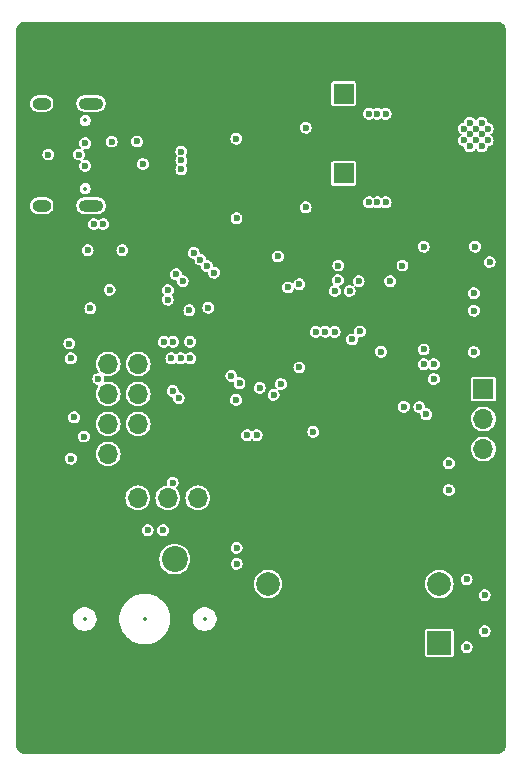
<source format=gbr>
%TF.GenerationSoftware,KiCad,Pcbnew,8.0.5*%
%TF.CreationDate,2024-10-25T16:55:04+02:00*%
%TF.ProjectId,Keyboard_PCB,4b657962-6f61-4726-945f-5043422e6b69,rev?*%
%TF.SameCoordinates,Original*%
%TF.FileFunction,Copper,L2,Inr*%
%TF.FilePolarity,Positive*%
%FSLAX46Y46*%
G04 Gerber Fmt 4.6, Leading zero omitted, Abs format (unit mm)*
G04 Created by KiCad (PCBNEW 8.0.5) date 2024-10-25 16:55:04*
%MOMM*%
%LPD*%
G01*
G04 APERTURE LIST*
%TA.AperFunction,ComponentPad*%
%ADD10C,2.200000*%
%TD*%
%TA.AperFunction,ComponentPad*%
%ADD11O,2.100000X1.000000*%
%TD*%
%TA.AperFunction,ComponentPad*%
%ADD12O,1.600000X1.000000*%
%TD*%
%TA.AperFunction,ComponentPad*%
%ADD13R,1.700000X1.700000*%
%TD*%
%TA.AperFunction,ComponentPad*%
%ADD14O,1.700000X1.700000*%
%TD*%
%TA.AperFunction,ComponentPad*%
%ADD15C,0.700000*%
%TD*%
%TA.AperFunction,ComponentPad*%
%ADD16C,4.400000*%
%TD*%
%TA.AperFunction,HeatsinkPad*%
%ADD17C,0.500000*%
%TD*%
%TA.AperFunction,ComponentPad*%
%ADD18R,2.000000X2.000000*%
%TD*%
%TA.AperFunction,ComponentPad*%
%ADD19C,2.000000*%
%TD*%
%TA.AperFunction,ComponentPad*%
%ADD20R,3.200000X2.000000*%
%TD*%
%TA.AperFunction,ViaPad*%
%ADD21C,0.600000*%
%TD*%
%ADD22C,0.300000*%
%ADD23C,0.350000*%
%ADD24O,1.700000X0.600000*%
%ADD25O,1.200000X0.600000*%
%ADD26C,0.200000*%
%ADD27O,2.800000X1.500000*%
G04 APERTURE END LIST*
D10*
%TO.N,/WKUP*%
%TO.C,SW2*%
X98658751Y-234872500D03*
%TO.N,GND*%
X92308751Y-237412500D03*
%TD*%
D11*
%TO.N,unconnected-(J2-SHIELD-PadS1)_3*%
%TO.C,J2*%
X91573750Y-196307500D03*
D12*
%TO.N,unconnected-(J2-SHIELD-PadS1)_2*%
X87393750Y-196307500D03*
D11*
%TO.N,unconnected-(J2-SHIELD-PadS1)_1*%
X91573750Y-204947500D03*
D12*
%TO.N,unconnected-(J2-SHIELD-PadS1)*%
X87393750Y-204947500D03*
%TD*%
D13*
%TO.N,GND*%
%TO.C,J1*%
X92993750Y-229702500D03*
D14*
%TO.N,+3V3*%
X95533750Y-229702500D03*
%TO.N,/I2C_LCD_SCL*%
X98073749Y-229702500D03*
%TO.N,/I2C_LCD_SDA*%
X100613750Y-229702500D03*
%TD*%
D13*
%TO.N,+3V3*%
%TO.C,J5*%
X124793750Y-220477500D03*
D14*
%TO.N,/SWDIO*%
X124793750Y-223017500D03*
%TO.N,/SWCLK*%
X124793750Y-225557499D03*
%TO.N,GND*%
X124793750Y-228097500D03*
%TD*%
D15*
%TO.N,GND*%
%TO.C,H4*%
X122318750Y-248627500D03*
X122802024Y-247460774D03*
X122802024Y-249794226D03*
X123968750Y-246977500D03*
D16*
X123968750Y-248627500D03*
D15*
X123968750Y-250277500D03*
X125135476Y-247460774D03*
X125135476Y-249794226D03*
X125618750Y-248627500D03*
%TD*%
D13*
%TO.N,/USB_PWR/APP_BAT*%
%TO.C,BT1*%
X112953750Y-195467500D03*
D14*
%TO.N,GND*%
X112953750Y-198007500D03*
%TD*%
D15*
%TO.N,GND*%
%TO.C,H2*%
X86318750Y-209127500D03*
X86802024Y-207960774D03*
X86802024Y-210294226D03*
X87968750Y-207477500D03*
D16*
X87968750Y-209127500D03*
D15*
X87968750Y-210777500D03*
X89135476Y-207960774D03*
X89135476Y-210294226D03*
X89618750Y-209127500D03*
%TD*%
D17*
%TO.N,GND*%
%TO.C,U2*%
X122553750Y-195177500D03*
X120353750Y-195177500D03*
X122553750Y-197377500D03*
X120353750Y-197377500D03*
%TD*%
D13*
%TO.N,GND*%
%TO.C,J3*%
X95558750Y-225977500D03*
D14*
%TO.N,+3V3*%
X93018750Y-225977500D03*
%TO.N,/LCD_CLK*%
X95558750Y-223437500D03*
%TO.N,/LCD_MOSI*%
X93018750Y-223437500D03*
%TO.N,/LCD_NRST*%
X95558750Y-220897501D03*
%TO.N,/LCD_DC*%
X93018750Y-220897500D03*
%TO.N,/LCD_NCS*%
X95558750Y-218357500D03*
%TO.N,/LCD_BL*%
X93018750Y-218357500D03*
%TD*%
D18*
%TO.N,/EC11_A*%
%TO.C,SW1*%
X121068750Y-241977500D03*
D19*
%TO.N,/EC11_B*%
X121068750Y-236977500D03*
%TO.N,GND*%
X121068750Y-239477500D03*
D20*
X113568750Y-245077500D03*
X113568750Y-233877500D03*
D19*
%TO.N,/ENC_SW*%
X106568750Y-236977500D03*
%TO.N,GND*%
X106568750Y-241977500D03*
%TD*%
D13*
%TO.N,/USB_PWR/BKUP_BAT*%
%TO.C,BT2*%
X112953750Y-202217500D03*
D14*
%TO.N,GND*%
X112953750Y-204757500D03*
%TD*%
D15*
%TO.N,GND*%
%TO.C,H3*%
X86318750Y-248627500D03*
X86802024Y-247460774D03*
X86802024Y-249794226D03*
X87968750Y-246977500D03*
D16*
X87968750Y-248627500D03*
D15*
X87968750Y-250277500D03*
X89135476Y-247460774D03*
X89135476Y-249794226D03*
X89618750Y-248627500D03*
%TD*%
%TO.N,GND*%
%TO.C,H1*%
X86318750Y-192127500D03*
X86802024Y-190960774D03*
X86802024Y-193294226D03*
X87968750Y-190477500D03*
D16*
X87968750Y-192127500D03*
D15*
X87968750Y-193777500D03*
X89135476Y-190960774D03*
X89135476Y-193294226D03*
X89618750Y-192127500D03*
%TD*%
D17*
%TO.N,GND*%
%TO.C,U4*%
X122553750Y-203877500D03*
X120353750Y-203877500D03*
X122553750Y-206077500D03*
X120353750Y-206077500D03*
%TD*%
D21*
%TO.N,GND*%
X86068750Y-215377500D03*
%TO.N,+3V3*%
X125318750Y-209727500D03*
%TO.N,GND*%
X96968750Y-220377500D03*
X105968750Y-233127500D03*
X86468750Y-228127500D03*
X90968750Y-193627500D03*
X100968750Y-243127500D03*
X118718750Y-201877500D03*
X125968750Y-194127500D03*
X104968750Y-192127500D03*
X113468750Y-235627500D03*
X86468750Y-212127500D03*
X119418750Y-202627500D03*
X109968750Y-208902500D03*
X92468341Y-193627297D03*
X119418750Y-193127500D03*
X96968750Y-217877500D03*
X118468750Y-248627500D03*
X116968750Y-212827500D03*
X94718750Y-206877500D03*
X103893750Y-238777500D03*
X100968750Y-194627500D03*
X101718750Y-193627500D03*
X114718750Y-206877500D03*
X100228628Y-223880405D03*
X93968750Y-193627500D03*
X123218750Y-234627500D03*
X110968750Y-243127500D03*
X94718750Y-205377500D03*
X115468750Y-192127500D03*
X93468750Y-235627500D03*
X114868750Y-208427500D03*
X93218750Y-192877500D03*
X113093750Y-227127500D03*
X110218750Y-192877500D03*
X90968750Y-228127500D03*
X94718750Y-192877500D03*
X118693750Y-226627500D03*
X100718750Y-192877500D03*
X123968750Y-245627500D03*
X104968750Y-206127500D03*
X93218750Y-205377500D03*
X111393750Y-220702500D03*
X106468750Y-192127500D03*
X97968750Y-225877500D03*
X113468750Y-240627500D03*
X118468750Y-235627500D03*
X86068750Y-223377500D03*
X120968750Y-199627500D03*
X96968750Y-195627500D03*
X114718750Y-192877500D03*
X93468750Y-210377500D03*
X98968750Y-207627500D03*
X103893750Y-239977500D03*
X96968750Y-207627500D03*
X118708750Y-223627500D03*
X119471614Y-194627499D03*
X123468750Y-191627500D03*
X104218750Y-208877500D03*
X101968750Y-207627500D03*
X101968750Y-221377500D03*
X112468750Y-192127500D03*
X113468750Y-211127500D03*
X115968750Y-233127500D03*
X106218750Y-208877500D03*
X102468750Y-194627500D03*
X120718750Y-234627500D03*
X117968750Y-201127500D03*
X108468750Y-240627500D03*
X97718750Y-192877500D03*
X107218750Y-192877500D03*
X89468750Y-212127500D03*
X110968750Y-207627500D03*
X94968750Y-211377500D03*
X115093750Y-217577500D03*
X96968750Y-192127500D03*
X104968750Y-207627500D03*
X98468750Y-245627500D03*
X110968750Y-238127500D03*
X112468750Y-206127500D03*
X89868750Y-222127500D03*
X102368750Y-232427500D03*
X95468750Y-197127500D03*
X97968750Y-224627500D03*
X93468750Y-240627500D03*
X108468750Y-248627500D03*
X108468750Y-245627500D03*
X94118750Y-207627500D03*
X97468750Y-211377500D03*
X110968750Y-228127500D03*
X121468750Y-191627500D03*
X99968750Y-192127500D03*
X109468750Y-207627500D03*
X107968750Y-193627500D03*
X113218750Y-192877500D03*
X112468750Y-193627500D03*
X105218750Y-209877500D03*
X94468750Y-228377500D03*
X117968750Y-202627500D03*
X119958750Y-223627500D03*
X99468750Y-194627500D03*
X95468750Y-203127500D03*
X91718750Y-194627500D03*
X105718750Y-192877500D03*
X125568751Y-217339999D03*
X94718750Y-194627500D03*
X100218750Y-193627500D03*
X90218750Y-194627500D03*
X123318750Y-239477500D03*
X91968750Y-216627500D03*
X117968750Y-199627500D03*
X100966938Y-228124923D03*
X97968750Y-227127500D03*
X105718750Y-206877500D03*
X93618750Y-222177500D03*
X114818750Y-226177500D03*
X116718750Y-230627500D03*
X93468750Y-245627500D03*
X110021812Y-218830561D03*
X92468750Y-192127500D03*
X98468750Y-248627500D03*
X120968750Y-222127500D03*
X125968750Y-195627500D03*
X118468750Y-240627500D03*
X95468750Y-206127500D03*
X102693750Y-220627500D03*
X102218750Y-192877500D03*
X97143750Y-206002500D03*
X93968750Y-204627500D03*
X108468750Y-235627500D03*
X121968750Y-222127500D03*
X86068750Y-219127500D03*
X86068750Y-220627500D03*
X118468750Y-245627500D03*
X125968750Y-233127500D03*
X95468750Y-195627500D03*
X116968750Y-193627500D03*
X115468750Y-193627500D03*
X119468750Y-191627500D03*
X89868750Y-220627500D03*
X95468750Y-193627500D03*
X92468750Y-209627500D03*
X125968750Y-204127500D03*
X107718750Y-198627500D03*
X111718750Y-192877500D03*
X93218750Y-194627500D03*
X90968750Y-192127500D03*
X121468750Y-223627500D03*
X119968750Y-226627500D03*
X110968750Y-233127500D03*
X117968750Y-191627500D03*
X95968750Y-243127500D03*
X103620742Y-222700508D03*
X98468750Y-192127500D03*
X117968750Y-194627500D03*
X103468750Y-248627500D03*
X103968750Y-194627500D03*
X115968750Y-243127500D03*
X102661769Y-215627500D03*
X103468750Y-245627500D03*
X113093750Y-221402500D03*
X96218750Y-211377500D03*
X97468750Y-210377500D03*
X93968750Y-206127500D03*
X98468750Y-195627500D03*
X113968750Y-206127500D03*
X96218750Y-192877500D03*
X103468750Y-207627500D03*
X119418750Y-201127500D03*
X100468750Y-207627500D03*
X101468750Y-192127500D03*
X110218750Y-206877500D03*
X124968750Y-193127500D03*
X106468750Y-207627500D03*
X121393750Y-208427500D03*
X90968750Y-209627500D03*
X113968750Y-192127500D03*
X116168750Y-220802500D03*
X118468750Y-214377500D03*
X102968750Y-193627500D03*
X113468750Y-230627500D03*
X116968750Y-192127500D03*
X105843750Y-212445519D03*
X109468750Y-193627500D03*
X107968750Y-192127500D03*
X98468750Y-218877500D03*
X87968750Y-245627500D03*
X95468750Y-204627500D03*
X118718750Y-192377500D03*
X119418750Y-199627500D03*
X118468750Y-193627500D03*
X96718750Y-228377500D03*
X123468750Y-193127500D03*
X97968750Y-222127500D03*
X113468750Y-248627500D03*
X93168750Y-203827500D03*
X106468750Y-198627500D03*
X91718750Y-192877500D03*
X118718750Y-203377500D03*
X113218750Y-206877500D03*
X95468750Y-198627500D03*
X89468750Y-228127500D03*
X96218750Y-210377500D03*
X95468750Y-192127500D03*
X93618750Y-219627500D03*
X110968750Y-193627500D03*
X105968750Y-228127500D03*
X108468750Y-230627500D03*
X104968750Y-193627500D03*
X109468750Y-192127500D03*
X117718750Y-192877500D03*
X96218750Y-206877500D03*
X108493750Y-224402500D03*
X94968750Y-210377500D03*
X96218750Y-196377500D03*
X118068750Y-219627500D03*
X108068750Y-207627500D03*
X108591758Y-209104492D03*
X96968750Y-193627500D03*
X119968750Y-215877500D03*
X118718750Y-200377500D03*
X102968750Y-192127500D03*
X115968750Y-238127500D03*
X97718750Y-194627500D03*
X94218750Y-215077500D03*
X113968750Y-193627500D03*
X110968750Y-192127500D03*
X94968750Y-222177500D03*
X98618750Y-193627500D03*
X111343750Y-208902500D03*
X125968750Y-196877500D03*
X94968750Y-219627500D03*
X125968750Y-198127500D03*
X116218750Y-192877500D03*
X99218750Y-192877500D03*
X108718750Y-192877500D03*
X106468750Y-193627500D03*
X87968750Y-240627500D03*
X100968750Y-238127500D03*
X120468750Y-212177500D03*
X96218750Y-194627500D03*
X87968750Y-235627500D03*
X89868750Y-219127500D03*
X86068750Y-222127500D03*
X93468750Y-248627500D03*
X97868750Y-206727500D03*
X119218750Y-230627500D03*
X95468750Y-207627500D03*
X91718750Y-210377500D03*
X90968750Y-233127500D03*
X90971293Y-243121088D03*
X123468750Y-230627500D03*
X87968750Y-230627500D03*
X111718750Y-206877500D03*
X125968750Y-202627500D03*
X97968750Y-223377500D03*
X119343750Y-212177500D03*
X98471655Y-240627499D03*
X93968750Y-192127500D03*
X103718750Y-192877500D03*
X106468750Y-206127500D03*
X104968750Y-198627500D03*
%TO.N,+3V3*%
X121868750Y-226752500D03*
X124653750Y-198927500D03*
X124153750Y-198427500D03*
X89868750Y-226377500D03*
X89868750Y-217877500D03*
X103893750Y-233927500D03*
X123993751Y-212365000D03*
X123653750Y-199927500D03*
X125153750Y-198427500D03*
X124153750Y-199427500D03*
X112218750Y-212177500D03*
X93143750Y-212077500D03*
X123653750Y-197927500D03*
X123653750Y-198927500D03*
X103852221Y-221394029D03*
X119743750Y-208427500D03*
X123368750Y-236602500D03*
X125153750Y-199427500D03*
X97683750Y-232422500D03*
X113468750Y-212177500D03*
X123993751Y-213840000D03*
X113670463Y-216279213D03*
X99899296Y-213821954D03*
X107395706Y-209251944D03*
X124653750Y-199927500D03*
X123153750Y-198427500D03*
X123153750Y-199427500D03*
X103897344Y-235277500D03*
X96358751Y-232422500D03*
X121868750Y-229027500D03*
X123368750Y-242327500D03*
X124653750Y-197927500D03*
%TO.N,/NRST*%
X117943750Y-210027500D03*
X109218750Y-218652500D03*
%TO.N,/LSE_IN*%
X110393750Y-224102500D03*
X107652970Y-220053014D03*
%TO.N,/VBAT*%
X105859027Y-220385193D03*
X124093750Y-208427500D03*
%TO.N,/ENC_A*%
X98479531Y-220629085D03*
X124893750Y-240977500D03*
%TO.N,/ENC_B*%
X124893750Y-237927500D03*
X98983089Y-221250723D03*
%TO.N,/ENC_SW*%
X97743744Y-216477500D03*
X109218750Y-211602500D03*
X98480811Y-228406555D03*
%TO.N,+5V*%
X115118750Y-197177500D03*
X99216249Y-201877500D03*
X87968750Y-200627500D03*
X115118750Y-204677500D03*
X99216249Y-201127500D03*
X115818750Y-197177500D03*
X99216249Y-200377500D03*
X115818750Y-204677500D03*
X90563750Y-200627500D03*
X116518750Y-197177500D03*
X116518750Y-204677500D03*
%TO.N,/WKUP*%
X107027970Y-220977500D03*
X105593750Y-224377500D03*
%TO.N,/STATUS*%
X116126808Y-217319442D03*
X111405097Y-215624012D03*
X114347177Y-215602499D03*
X123993751Y-217339999D03*
%TO.N,/USB_DN*%
X91293750Y-208727500D03*
X94218750Y-208727500D03*
%TO.N,Net-(FL1-Pad1)*%
X91818747Y-206508899D03*
%TO.N,Net-(FL1-Pad4)*%
X92618750Y-206508899D03*
%TO.N,/SWCLK*%
X99168747Y-217877500D03*
%TO.N,/SWDIO*%
X101509131Y-213590978D03*
X99968750Y-216477500D03*
X99968750Y-217877500D03*
%TO.N,Net-(J2-D+-PadA6)*%
X91068750Y-201577500D03*
%TO.N,Net-(J2-D--PadA7)*%
X91068750Y-199677500D03*
%TO.N,/USB_SENS*%
X93318750Y-199527501D03*
X116899799Y-211352498D03*
X112205090Y-215627790D03*
X95468026Y-199515795D03*
X95968750Y-201427500D03*
X114236460Y-211352500D03*
%TO.N,/LCD_BL*%
X91512877Y-213653343D03*
X104144870Y-219989225D03*
%TO.N,/LCD_DC*%
X100268238Y-208948130D03*
X98086337Y-212108788D03*
X92193750Y-219627500D03*
%TO.N,/LCD_CLK*%
X98770650Y-210773946D03*
X100833925Y-209513817D03*
%TO.N,/LCD_NRST*%
X108258367Y-211876728D03*
X98368744Y-217877500D03*
X98543747Y-216477500D03*
%TO.N,/LCD_MOSI*%
X101983179Y-210626728D03*
X98067404Y-212908566D03*
X90137820Y-222880896D03*
%TO.N,/LCD_NCS*%
X101399612Y-210079505D03*
X99336337Y-211339633D03*
X90959867Y-224502501D03*
%TO.N,Net-(J4-Pin_21)*%
X89743750Y-216629343D03*
%TO.N,/BOOT0*%
X112518750Y-210027500D03*
X103461025Y-219364226D03*
%TO.N,/FLASH_CLK*%
X119734867Y-218377500D03*
X119368750Y-222002500D03*
%TO.N,/FLASH_NRST*%
X119968750Y-222627500D03*
X110605235Y-215638985D03*
%TO.N,/FLASH_MISO*%
X120593750Y-218377500D03*
X120593750Y-219627500D03*
%TO.N,/FLASH_MOSI*%
X118061229Y-221977500D03*
X119734025Y-217127500D03*
%TO.N,Net-(U5-~{PG})*%
X103879331Y-199277500D03*
X109752908Y-198350167D03*
%TO.N,Net-(U6-~{PG})*%
X103890203Y-206027500D03*
X109752908Y-205100167D03*
%TO.N,Net-(JP2-B)*%
X112468750Y-211252500D03*
X104793747Y-224377500D03*
%TD*%
%TA.AperFunction,Conductor*%
%TO.N,GND*%
G36*
X125917545Y-189378001D02*
G01*
X125924590Y-189378000D01*
X125924593Y-189378002D01*
X125965130Y-189378000D01*
X125972378Y-189378355D01*
X126107738Y-189391681D01*
X126121963Y-189394510D01*
X126248619Y-189432926D01*
X126262021Y-189438476D01*
X126378755Y-189500867D01*
X126390807Y-189508918D01*
X126493125Y-189592883D01*
X126503382Y-189603140D01*
X126587355Y-189705455D01*
X126595416Y-189717518D01*
X126657809Y-189834244D01*
X126663360Y-189847646D01*
X126701781Y-189974297D01*
X126704612Y-189988526D01*
X126717894Y-190123377D01*
X126718250Y-190130630D01*
X126718250Y-250623861D01*
X126717894Y-250631114D01*
X126704563Y-250766463D01*
X126701732Y-250780692D01*
X126663314Y-250907334D01*
X126657763Y-250920737D01*
X126595372Y-251037457D01*
X126587312Y-251049518D01*
X126503353Y-251151818D01*
X126493095Y-251162076D01*
X126390788Y-251246033D01*
X126378725Y-251254093D01*
X126261999Y-251316478D01*
X126248596Y-251322028D01*
X126121955Y-251360439D01*
X126107727Y-251363269D01*
X125971876Y-251376643D01*
X125964624Y-251376999D01*
X125930820Y-251376998D01*
X125924593Y-251376998D01*
X125924592Y-251376998D01*
X125917545Y-251376998D01*
X125917525Y-251377000D01*
X86019975Y-251377000D01*
X86019954Y-251376998D01*
X86012907Y-251376998D01*
X86006803Y-251376998D01*
X85972371Y-251376999D01*
X85965119Y-251376643D01*
X85829762Y-251363318D01*
X85815534Y-251360488D01*
X85688880Y-251322073D01*
X85675477Y-251316522D01*
X85558747Y-251254134D01*
X85546690Y-251246079D01*
X85444373Y-251162115D01*
X85434117Y-251151859D01*
X85350144Y-251049544D01*
X85342083Y-251037481D01*
X85342070Y-251037457D01*
X85279688Y-250920752D01*
X85274139Y-250907353D01*
X85235716Y-250780692D01*
X85232888Y-250766480D01*
X85219606Y-250631621D01*
X85219250Y-250624368D01*
X85219250Y-239853960D01*
X90038251Y-239853960D01*
X90038251Y-240051039D01*
X90076698Y-240244329D01*
X90076701Y-240244339D01*
X90152118Y-240426413D01*
X90261611Y-240590281D01*
X90400969Y-240729639D01*
X90564837Y-240839132D01*
X90725506Y-240905683D01*
X90746916Y-240914551D01*
X90940210Y-240953000D01*
X90940212Y-240953000D01*
X91137290Y-240953000D01*
X91137292Y-240953000D01*
X91330586Y-240914551D01*
X91512665Y-240839132D01*
X91676533Y-240729639D01*
X91815890Y-240590282D01*
X91925383Y-240426414D01*
X92000802Y-240244335D01*
X92039251Y-240051041D01*
X92039251Y-239853959D01*
X92030815Y-239811550D01*
X93968251Y-239811550D01*
X93968251Y-240093449D01*
X94005045Y-240372934D01*
X94078006Y-240645231D01*
X94078010Y-240645242D01*
X94185884Y-240905674D01*
X94185887Y-240905682D01*
X94309598Y-241119954D01*
X94326839Y-241149817D01*
X94498451Y-241373465D01*
X94697786Y-241572800D01*
X94921434Y-241744412D01*
X95165568Y-241885363D01*
X95426012Y-241993242D01*
X95698309Y-242066204D01*
X95698315Y-242066204D01*
X95698316Y-242066205D01*
X95698315Y-242066205D01*
X95822345Y-242082533D01*
X95977800Y-242103000D01*
X95977802Y-242103000D01*
X96259700Y-242103000D01*
X96259702Y-242103000D01*
X96539193Y-242066204D01*
X96811490Y-241993242D01*
X97071934Y-241885363D01*
X97316068Y-241744412D01*
X97539716Y-241572800D01*
X97739051Y-241373465D01*
X97910663Y-241149817D01*
X98021551Y-240957753D01*
X119868250Y-240957753D01*
X119868250Y-242997246D01*
X119879883Y-243055732D01*
X119909358Y-243099843D01*
X119924198Y-243122052D01*
X119968310Y-243151527D01*
X119990517Y-243166366D01*
X119990518Y-243166366D01*
X119990519Y-243166367D01*
X120049002Y-243178000D01*
X120049004Y-243178000D01*
X122088496Y-243178000D01*
X122088498Y-243178000D01*
X122146981Y-243166367D01*
X122213302Y-243122052D01*
X122257617Y-243055731D01*
X122269250Y-242997248D01*
X122269250Y-242327500D01*
X122863103Y-242327500D01*
X122883584Y-242469954D01*
X122943373Y-242600873D01*
X123037618Y-242709639D01*
X123037619Y-242709640D01*
X123037622Y-242709643D01*
X123158697Y-242787453D01*
X123265153Y-242818711D01*
X123296785Y-242827999D01*
X123296787Y-242828000D01*
X123296789Y-242828000D01*
X123440713Y-242828000D01*
X123440714Y-242827999D01*
X123578803Y-242787453D01*
X123699878Y-242709643D01*
X123794127Y-242600873D01*
X123853915Y-242469957D01*
X123874397Y-242327500D01*
X123853915Y-242185043D01*
X123794127Y-242054127D01*
X123699878Y-241945357D01*
X123642932Y-241908760D01*
X123578804Y-241867547D01*
X123578800Y-241867546D01*
X123440714Y-241827000D01*
X123440711Y-241827000D01*
X123296789Y-241827000D01*
X123296786Y-241827000D01*
X123158699Y-241867546D01*
X123158695Y-241867547D01*
X123037625Y-241945355D01*
X123037618Y-241945360D01*
X122943373Y-242054126D01*
X122883584Y-242185045D01*
X122863103Y-242327500D01*
X122269250Y-242327500D01*
X122269250Y-240977500D01*
X124388103Y-240977500D01*
X124408584Y-241119954D01*
X124408584Y-241119955D01*
X124408585Y-241119957D01*
X124422222Y-241149817D01*
X124468373Y-241250873D01*
X124562618Y-241359639D01*
X124562619Y-241359640D01*
X124562622Y-241359643D01*
X124683697Y-241437453D01*
X124790153Y-241468711D01*
X124821785Y-241477999D01*
X124821787Y-241478000D01*
X124821789Y-241478000D01*
X124965713Y-241478000D01*
X124965714Y-241477999D01*
X125103803Y-241437453D01*
X125224878Y-241359643D01*
X125319127Y-241250873D01*
X125378915Y-241119957D01*
X125399397Y-240977500D01*
X125378915Y-240835043D01*
X125319127Y-240704127D01*
X125224878Y-240595357D01*
X125167932Y-240558760D01*
X125103804Y-240517547D01*
X125103800Y-240517546D01*
X124965714Y-240477000D01*
X124965711Y-240477000D01*
X124821789Y-240477000D01*
X124821786Y-240477000D01*
X124683699Y-240517546D01*
X124683695Y-240517547D01*
X124562625Y-240595355D01*
X124562618Y-240595360D01*
X124468373Y-240704126D01*
X124408584Y-240835045D01*
X124388103Y-240977500D01*
X122269250Y-240977500D01*
X122269250Y-240957752D01*
X122257617Y-240899269D01*
X122213302Y-240832948D01*
X122191093Y-240818108D01*
X122146982Y-240788633D01*
X122146983Y-240788633D01*
X122117739Y-240782816D01*
X122088498Y-240777000D01*
X120049002Y-240777000D01*
X120019760Y-240782816D01*
X119990517Y-240788633D01*
X119924199Y-240832947D01*
X119924197Y-240832949D01*
X119879883Y-240899267D01*
X119868250Y-240957753D01*
X98021551Y-240957753D01*
X98051614Y-240905683D01*
X98159493Y-240645239D01*
X98232455Y-240372942D01*
X98269251Y-240093451D01*
X98269251Y-239853960D01*
X100198251Y-239853960D01*
X100198251Y-240051039D01*
X100236698Y-240244329D01*
X100236701Y-240244339D01*
X100312118Y-240426413D01*
X100421611Y-240590281D01*
X100560969Y-240729639D01*
X100724837Y-240839132D01*
X100885506Y-240905683D01*
X100906916Y-240914551D01*
X101100210Y-240953000D01*
X101100212Y-240953000D01*
X101297290Y-240953000D01*
X101297292Y-240953000D01*
X101490586Y-240914551D01*
X101672665Y-240839132D01*
X101836533Y-240729639D01*
X101975890Y-240590282D01*
X102085383Y-240426414D01*
X102160802Y-240244335D01*
X102199251Y-240051041D01*
X102199251Y-239853959D01*
X102160802Y-239660665D01*
X102085383Y-239478586D01*
X101975890Y-239314718D01*
X101836533Y-239175361D01*
X101672665Y-239065868D01*
X101672666Y-239065868D01*
X101672664Y-239065867D01*
X101490590Y-238990450D01*
X101490580Y-238990447D01*
X101361139Y-238964700D01*
X101297292Y-238952000D01*
X101100210Y-238952000D01*
X101045413Y-238962899D01*
X100906921Y-238990447D01*
X100906911Y-238990450D01*
X100724837Y-239065867D01*
X100560969Y-239175360D01*
X100560968Y-239175362D01*
X100421613Y-239314717D01*
X100421611Y-239314718D01*
X100312118Y-239478586D01*
X100236701Y-239660660D01*
X100236698Y-239660670D01*
X100198251Y-239853960D01*
X98269251Y-239853960D01*
X98269251Y-239811549D01*
X98232455Y-239532058D01*
X98159493Y-239259761D01*
X98051614Y-238999317D01*
X97910663Y-238755183D01*
X97739051Y-238531535D01*
X97539716Y-238332200D01*
X97316068Y-238160588D01*
X97316069Y-238160588D01*
X97316067Y-238160587D01*
X97071933Y-238019636D01*
X97071925Y-238019633D01*
X96811493Y-237911759D01*
X96811482Y-237911755D01*
X96578287Y-237849271D01*
X96539193Y-237838796D01*
X96539191Y-237838795D01*
X96539185Y-237838794D01*
X96539186Y-237838794D01*
X96314547Y-237809220D01*
X96259702Y-237802000D01*
X95977800Y-237802000D01*
X95922954Y-237809220D01*
X95698316Y-237838794D01*
X95426019Y-237911755D01*
X95426008Y-237911759D01*
X95165576Y-238019633D01*
X95165568Y-238019636D01*
X94921434Y-238160587D01*
X94697781Y-238332204D01*
X94498455Y-238531530D01*
X94326838Y-238755183D01*
X94185887Y-238999317D01*
X94185884Y-238999325D01*
X94078010Y-239259757D01*
X94078006Y-239259768D01*
X94005045Y-239532065D01*
X93968251Y-239811550D01*
X92030815Y-239811550D01*
X92000802Y-239660665D01*
X91925383Y-239478586D01*
X91815890Y-239314718D01*
X91676533Y-239175361D01*
X91512665Y-239065868D01*
X91512666Y-239065868D01*
X91512664Y-239065867D01*
X91330590Y-238990450D01*
X91330580Y-238990447D01*
X91201139Y-238964700D01*
X91137292Y-238952000D01*
X90940210Y-238952000D01*
X90885413Y-238962899D01*
X90746921Y-238990447D01*
X90746911Y-238990450D01*
X90564837Y-239065867D01*
X90400969Y-239175360D01*
X90400968Y-239175362D01*
X90261613Y-239314717D01*
X90261611Y-239314718D01*
X90152118Y-239478586D01*
X90076701Y-239660660D01*
X90076698Y-239660670D01*
X90038251Y-239853960D01*
X85219250Y-239853960D01*
X85219250Y-236977496D01*
X105363107Y-236977496D01*
X105363107Y-236977503D01*
X105383633Y-237199024D01*
X105383635Y-237199036D01*
X105444521Y-237413028D01*
X105494106Y-237512608D01*
X105543692Y-237612190D01*
X105543694Y-237612193D01*
X105674225Y-237785043D01*
X105677769Y-237789736D01*
X105842188Y-237939624D01*
X106031349Y-238056747D01*
X106238810Y-238137118D01*
X106457507Y-238178000D01*
X106679993Y-238178000D01*
X106898690Y-238137118D01*
X107106151Y-238056747D01*
X107295312Y-237939624D01*
X107459731Y-237789736D01*
X107593808Y-237612189D01*
X107692979Y-237413028D01*
X107753865Y-237199036D01*
X107773731Y-236984643D01*
X107774393Y-236977503D01*
X107774393Y-236977496D01*
X119863107Y-236977496D01*
X119863107Y-236977503D01*
X119883633Y-237199024D01*
X119883635Y-237199036D01*
X119944521Y-237413028D01*
X119994106Y-237512608D01*
X120043692Y-237612190D01*
X120043694Y-237612193D01*
X120174225Y-237785043D01*
X120177769Y-237789736D01*
X120342188Y-237939624D01*
X120531349Y-238056747D01*
X120738810Y-238137118D01*
X120957507Y-238178000D01*
X121179993Y-238178000D01*
X121398690Y-238137118D01*
X121606151Y-238056747D01*
X121795312Y-237939624D01*
X121808611Y-237927500D01*
X124388103Y-237927500D01*
X124408584Y-238069954D01*
X124468373Y-238200873D01*
X124562618Y-238309639D01*
X124562619Y-238309640D01*
X124562622Y-238309643D01*
X124683697Y-238387453D01*
X124790153Y-238418711D01*
X124821785Y-238427999D01*
X124821787Y-238428000D01*
X124821789Y-238428000D01*
X124965713Y-238428000D01*
X124965714Y-238427999D01*
X125103803Y-238387453D01*
X125224878Y-238309643D01*
X125319127Y-238200873D01*
X125378915Y-238069957D01*
X125399397Y-237927500D01*
X125378915Y-237785043D01*
X125319127Y-237654127D01*
X125224878Y-237545357D01*
X125167932Y-237508760D01*
X125103804Y-237467547D01*
X125103800Y-237467546D01*
X124965714Y-237427000D01*
X124965711Y-237427000D01*
X124821789Y-237427000D01*
X124821786Y-237427000D01*
X124683699Y-237467546D01*
X124683695Y-237467547D01*
X124562625Y-237545355D01*
X124562618Y-237545360D01*
X124468373Y-237654126D01*
X124408584Y-237785045D01*
X124388103Y-237927500D01*
X121808611Y-237927500D01*
X121959731Y-237789736D01*
X122093808Y-237612189D01*
X122192979Y-237413028D01*
X122253865Y-237199036D01*
X122273731Y-236984643D01*
X122274393Y-236977503D01*
X122274393Y-236977496D01*
X122253866Y-236755975D01*
X122253865Y-236755964D01*
X122210201Y-236602500D01*
X122863103Y-236602500D01*
X122883584Y-236744954D01*
X122943373Y-236875873D01*
X123037618Y-236984639D01*
X123037619Y-236984640D01*
X123037622Y-236984643D01*
X123158697Y-237062453D01*
X123265153Y-237093711D01*
X123296785Y-237102999D01*
X123296787Y-237103000D01*
X123296789Y-237103000D01*
X123440713Y-237103000D01*
X123440714Y-237102999D01*
X123578803Y-237062453D01*
X123699878Y-236984643D01*
X123794127Y-236875873D01*
X123853915Y-236744957D01*
X123874397Y-236602500D01*
X123853915Y-236460043D01*
X123794127Y-236329127D01*
X123699878Y-236220357D01*
X123633919Y-236177968D01*
X123578804Y-236142547D01*
X123578800Y-236142546D01*
X123440714Y-236102000D01*
X123440711Y-236102000D01*
X123296789Y-236102000D01*
X123296786Y-236102000D01*
X123158699Y-236142546D01*
X123158695Y-236142547D01*
X123037625Y-236220355D01*
X123037618Y-236220360D01*
X122943373Y-236329126D01*
X122883584Y-236460045D01*
X122863103Y-236602500D01*
X122210201Y-236602500D01*
X122192979Y-236541972D01*
X122093808Y-236342811D01*
X122093807Y-236342810D01*
X122093807Y-236342809D01*
X122093805Y-236342806D01*
X121993915Y-236210532D01*
X121959731Y-236165264D01*
X121795312Y-236015376D01*
X121606151Y-235898253D01*
X121539794Y-235872546D01*
X121398692Y-235817882D01*
X121179996Y-235777000D01*
X121179993Y-235777000D01*
X120957507Y-235777000D01*
X120957503Y-235777000D01*
X120738807Y-235817882D01*
X120531354Y-235898251D01*
X120531349Y-235898253D01*
X120531344Y-235898255D01*
X120531344Y-235898256D01*
X120342190Y-236015374D01*
X120342188Y-236015376D01*
X120202689Y-236142547D01*
X120177766Y-236165267D01*
X120043694Y-236342806D01*
X120043692Y-236342809D01*
X119944521Y-236541972D01*
X119944519Y-236541977D01*
X119883635Y-236755962D01*
X119883633Y-236755975D01*
X119863107Y-236977496D01*
X107774393Y-236977496D01*
X107753866Y-236755975D01*
X107753865Y-236755964D01*
X107692979Y-236541972D01*
X107593808Y-236342811D01*
X107593807Y-236342810D01*
X107593807Y-236342809D01*
X107593805Y-236342806D01*
X107493915Y-236210532D01*
X107459731Y-236165264D01*
X107295312Y-236015376D01*
X107106151Y-235898253D01*
X107039794Y-235872546D01*
X106898692Y-235817882D01*
X106679996Y-235777000D01*
X106679993Y-235777000D01*
X106457507Y-235777000D01*
X106457503Y-235777000D01*
X106238807Y-235817882D01*
X106031354Y-235898251D01*
X106031349Y-235898253D01*
X106031344Y-235898255D01*
X106031344Y-235898256D01*
X105842190Y-236015374D01*
X105842188Y-236015376D01*
X105702689Y-236142547D01*
X105677766Y-236165267D01*
X105543694Y-236342806D01*
X105543692Y-236342809D01*
X105444521Y-236541972D01*
X105444519Y-236541977D01*
X105383635Y-236755962D01*
X105383633Y-236755975D01*
X105363107Y-236977496D01*
X85219250Y-236977496D01*
X85219250Y-234872494D01*
X97353283Y-234872494D01*
X97353283Y-234872505D01*
X97373115Y-235099188D01*
X97373116Y-235099196D01*
X97432009Y-235318988D01*
X97432011Y-235318992D01*
X97432012Y-235318996D01*
X97528183Y-235525234D01*
X97528185Y-235525236D01*
X97528186Y-235525239D01*
X97622296Y-235659643D01*
X97658704Y-235711639D01*
X97819612Y-235872547D01*
X98006017Y-236003068D01*
X98212255Y-236099239D01*
X98212261Y-236099240D01*
X98212262Y-236099241D01*
X98432054Y-236158134D01*
X98432056Y-236158134D01*
X98432059Y-236158135D01*
X98513544Y-236165264D01*
X98658746Y-236177968D01*
X98658751Y-236177968D01*
X98658756Y-236177968D01*
X98784691Y-236166949D01*
X98885443Y-236158135D01*
X99105247Y-236099239D01*
X99311485Y-236003068D01*
X99497890Y-235872547D01*
X99658798Y-235711639D01*
X99789319Y-235525234D01*
X99885490Y-235318996D01*
X99896609Y-235277500D01*
X103391697Y-235277500D01*
X103412178Y-235419954D01*
X103471967Y-235550873D01*
X103566212Y-235659639D01*
X103566213Y-235659640D01*
X103566216Y-235659643D01*
X103687291Y-235737453D01*
X103793747Y-235768711D01*
X103825379Y-235777999D01*
X103825381Y-235778000D01*
X103825383Y-235778000D01*
X103969307Y-235778000D01*
X103969308Y-235777999D01*
X104107397Y-235737453D01*
X104228472Y-235659643D01*
X104322721Y-235550873D01*
X104382509Y-235419957D01*
X104402991Y-235277500D01*
X104382509Y-235135043D01*
X104322721Y-235004127D01*
X104228472Y-234895357D01*
X104171526Y-234858760D01*
X104107398Y-234817547D01*
X104107394Y-234817546D01*
X103969308Y-234777000D01*
X103969305Y-234777000D01*
X103825383Y-234777000D01*
X103825380Y-234777000D01*
X103687293Y-234817546D01*
X103687289Y-234817547D01*
X103566219Y-234895355D01*
X103566212Y-234895360D01*
X103471967Y-235004126D01*
X103412178Y-235135045D01*
X103391697Y-235277500D01*
X99896609Y-235277500D01*
X99944386Y-235099192D01*
X99962219Y-234895360D01*
X99964219Y-234872505D01*
X99964219Y-234872494D01*
X99944386Y-234645811D01*
X99944385Y-234645803D01*
X99885492Y-234426011D01*
X99885491Y-234426010D01*
X99885490Y-234426004D01*
X99789319Y-234219766D01*
X99658798Y-234033361D01*
X99552937Y-233927500D01*
X103388103Y-233927500D01*
X103408584Y-234069954D01*
X103468373Y-234200873D01*
X103562618Y-234309639D01*
X103562619Y-234309640D01*
X103562622Y-234309643D01*
X103683697Y-234387453D01*
X103790153Y-234418711D01*
X103821785Y-234427999D01*
X103821787Y-234428000D01*
X103821789Y-234428000D01*
X103965713Y-234428000D01*
X103965714Y-234427999D01*
X104103803Y-234387453D01*
X104224878Y-234309643D01*
X104319127Y-234200873D01*
X104378915Y-234069957D01*
X104399397Y-233927500D01*
X104378915Y-233785043D01*
X104319127Y-233654127D01*
X104260844Y-233586864D01*
X104224881Y-233545360D01*
X104224879Y-233545359D01*
X104224878Y-233545357D01*
X104167932Y-233508760D01*
X104103804Y-233467547D01*
X104103800Y-233467546D01*
X103965714Y-233427000D01*
X103965711Y-233427000D01*
X103821789Y-233427000D01*
X103821786Y-233427000D01*
X103683699Y-233467546D01*
X103683695Y-233467547D01*
X103562625Y-233545355D01*
X103562618Y-233545360D01*
X103468373Y-233654126D01*
X103408584Y-233785045D01*
X103388103Y-233927500D01*
X99552937Y-233927500D01*
X99497890Y-233872453D01*
X99311490Y-233741935D01*
X99311487Y-233741934D01*
X99311485Y-233741932D01*
X99105247Y-233645761D01*
X99105243Y-233645760D01*
X99105239Y-233645758D01*
X98885447Y-233586865D01*
X98885439Y-233586864D01*
X98658756Y-233567032D01*
X98658746Y-233567032D01*
X98432062Y-233586864D01*
X98432054Y-233586865D01*
X98212262Y-233645758D01*
X98212255Y-233645760D01*
X98212255Y-233645761D01*
X98194317Y-233654126D01*
X98006011Y-233741935D01*
X97819611Y-233872453D01*
X97658704Y-234033360D01*
X97528186Y-234219760D01*
X97528183Y-234219765D01*
X97528183Y-234219766D01*
X97486272Y-234309644D01*
X97432014Y-234426000D01*
X97432009Y-234426011D01*
X97373116Y-234645803D01*
X97373115Y-234645811D01*
X97353283Y-234872494D01*
X85219250Y-234872494D01*
X85219250Y-232422500D01*
X95853104Y-232422500D01*
X95873585Y-232564954D01*
X95933374Y-232695873D01*
X96027619Y-232804639D01*
X96027620Y-232804640D01*
X96027623Y-232804643D01*
X96148698Y-232882453D01*
X96255154Y-232913711D01*
X96286786Y-232922999D01*
X96286788Y-232923000D01*
X96286790Y-232923000D01*
X96430714Y-232923000D01*
X96430715Y-232922999D01*
X96568804Y-232882453D01*
X96689879Y-232804643D01*
X96784128Y-232695873D01*
X96843916Y-232564957D01*
X96864398Y-232422500D01*
X97178103Y-232422500D01*
X97198584Y-232564954D01*
X97258373Y-232695873D01*
X97352618Y-232804639D01*
X97352619Y-232804640D01*
X97352622Y-232804643D01*
X97473697Y-232882453D01*
X97580153Y-232913711D01*
X97611785Y-232922999D01*
X97611787Y-232923000D01*
X97611789Y-232923000D01*
X97755713Y-232923000D01*
X97755714Y-232922999D01*
X97893803Y-232882453D01*
X98014878Y-232804643D01*
X98109127Y-232695873D01*
X98168915Y-232564957D01*
X98189397Y-232422500D01*
X98168915Y-232280043D01*
X98109127Y-232149127D01*
X98014878Y-232040357D01*
X97957932Y-232003760D01*
X97893804Y-231962547D01*
X97893800Y-231962546D01*
X97755714Y-231922000D01*
X97755711Y-231922000D01*
X97611789Y-231922000D01*
X97611786Y-231922000D01*
X97473699Y-231962546D01*
X97473695Y-231962547D01*
X97352625Y-232040355D01*
X97352618Y-232040360D01*
X97258373Y-232149126D01*
X97198584Y-232280045D01*
X97178103Y-232422500D01*
X96864398Y-232422500D01*
X96843916Y-232280043D01*
X96784128Y-232149127D01*
X96689879Y-232040357D01*
X96632933Y-232003760D01*
X96568805Y-231962547D01*
X96568801Y-231962546D01*
X96430715Y-231922000D01*
X96430712Y-231922000D01*
X96286790Y-231922000D01*
X96286787Y-231922000D01*
X96148700Y-231962546D01*
X96148696Y-231962547D01*
X96027626Y-232040355D01*
X96027619Y-232040360D01*
X95933374Y-232149126D01*
X95873585Y-232280045D01*
X95853104Y-232422500D01*
X85219250Y-232422500D01*
X85219250Y-229702500D01*
X94478167Y-229702500D01*
X94498450Y-229908434D01*
X94558518Y-230106454D01*
X94656065Y-230288950D01*
X94787340Y-230448910D01*
X94947300Y-230580185D01*
X95129796Y-230677732D01*
X95327816Y-230737800D01*
X95533750Y-230758083D01*
X95739684Y-230737800D01*
X95937704Y-230677732D01*
X96120200Y-230580185D01*
X96280160Y-230448910D01*
X96411435Y-230288950D01*
X96508982Y-230106454D01*
X96569050Y-229908434D01*
X96589333Y-229702500D01*
X97018166Y-229702500D01*
X97038449Y-229908434D01*
X97098517Y-230106454D01*
X97196064Y-230288950D01*
X97327339Y-230448910D01*
X97487299Y-230580185D01*
X97669795Y-230677732D01*
X97867815Y-230737800D01*
X98073749Y-230758083D01*
X98279683Y-230737800D01*
X98477703Y-230677732D01*
X98660199Y-230580185D01*
X98820159Y-230448910D01*
X98951434Y-230288950D01*
X99048981Y-230106454D01*
X99109049Y-229908434D01*
X99129332Y-229702500D01*
X99558167Y-229702500D01*
X99578450Y-229908434D01*
X99638518Y-230106454D01*
X99736065Y-230288950D01*
X99867340Y-230448910D01*
X100027300Y-230580185D01*
X100209796Y-230677732D01*
X100407816Y-230737800D01*
X100613750Y-230758083D01*
X100819684Y-230737800D01*
X101017704Y-230677732D01*
X101200200Y-230580185D01*
X101360160Y-230448910D01*
X101491435Y-230288950D01*
X101588982Y-230106454D01*
X101649050Y-229908434D01*
X101669333Y-229702500D01*
X101649050Y-229496566D01*
X101588982Y-229298546D01*
X101491435Y-229116050D01*
X101418764Y-229027500D01*
X121363103Y-229027500D01*
X121383584Y-229169954D01*
X121443373Y-229300873D01*
X121537618Y-229409639D01*
X121537619Y-229409640D01*
X121537622Y-229409643D01*
X121658697Y-229487453D01*
X121765153Y-229518711D01*
X121796785Y-229527999D01*
X121796787Y-229528000D01*
X121796789Y-229528000D01*
X121940713Y-229528000D01*
X121940714Y-229527999D01*
X122078803Y-229487453D01*
X122199878Y-229409643D01*
X122294127Y-229300873D01*
X122353915Y-229169957D01*
X122374397Y-229027500D01*
X122353915Y-228885043D01*
X122294127Y-228754127D01*
X122212755Y-228660218D01*
X122199881Y-228645360D01*
X122199879Y-228645359D01*
X122199878Y-228645357D01*
X122142932Y-228608760D01*
X122078804Y-228567547D01*
X122078800Y-228567546D01*
X121940714Y-228527000D01*
X121940711Y-228527000D01*
X121796789Y-228527000D01*
X121796786Y-228527000D01*
X121658699Y-228567546D01*
X121658695Y-228567547D01*
X121537625Y-228645355D01*
X121537618Y-228645360D01*
X121443373Y-228754126D01*
X121383584Y-228885045D01*
X121363103Y-229027500D01*
X101418764Y-229027500D01*
X101360160Y-228956090D01*
X101273588Y-228885043D01*
X101200200Y-228824815D01*
X101017706Y-228727269D01*
X101017705Y-228727268D01*
X101017704Y-228727268D01*
X100905908Y-228693355D01*
X100819685Y-228667200D01*
X100613750Y-228646917D01*
X100407814Y-228667200D01*
X100209793Y-228727269D01*
X100027299Y-228824815D01*
X99867340Y-228956089D01*
X99867339Y-228956090D01*
X99736065Y-229116049D01*
X99638519Y-229298543D01*
X99578450Y-229496564D01*
X99578450Y-229496566D01*
X99558167Y-229702500D01*
X99129332Y-229702500D01*
X99109049Y-229496566D01*
X99048981Y-229298546D01*
X98951434Y-229116050D01*
X98820159Y-228956090D01*
X98780742Y-228923741D01*
X98754044Y-228873793D01*
X98770485Y-228819595D01*
X98787683Y-228804286D01*
X98811935Y-228788701D01*
X98811942Y-228788695D01*
X98865168Y-228727268D01*
X98906188Y-228679928D01*
X98965976Y-228549012D01*
X98986458Y-228406555D01*
X98965976Y-228264098D01*
X98906188Y-228133182D01*
X98811939Y-228024412D01*
X98754993Y-227987815D01*
X98690865Y-227946602D01*
X98690861Y-227946601D01*
X98552775Y-227906055D01*
X98552772Y-227906055D01*
X98408850Y-227906055D01*
X98408847Y-227906055D01*
X98270760Y-227946601D01*
X98270756Y-227946602D01*
X98149686Y-228024410D01*
X98149679Y-228024415D01*
X98055434Y-228133181D01*
X97995645Y-228264100D01*
X97975164Y-228406555D01*
X97995645Y-228549008D01*
X97995645Y-228549009D01*
X97995646Y-228549012D01*
X97998762Y-228555835D01*
X98000783Y-228612434D01*
X97962190Y-228653887D01*
X97938703Y-228660218D01*
X97867813Y-228667200D01*
X97669792Y-228727269D01*
X97487298Y-228824815D01*
X97327339Y-228956089D01*
X97327338Y-228956090D01*
X97196064Y-229116049D01*
X97098518Y-229298543D01*
X97038449Y-229496564D01*
X97038449Y-229496566D01*
X97018166Y-229702500D01*
X96589333Y-229702500D01*
X96569050Y-229496566D01*
X96508982Y-229298546D01*
X96411435Y-229116050D01*
X96280160Y-228956090D01*
X96193588Y-228885043D01*
X96120200Y-228824815D01*
X95937706Y-228727269D01*
X95937705Y-228727268D01*
X95937704Y-228727268D01*
X95825908Y-228693355D01*
X95739685Y-228667200D01*
X95533750Y-228646917D01*
X95327814Y-228667200D01*
X95129793Y-228727269D01*
X94947299Y-228824815D01*
X94787340Y-228956089D01*
X94787339Y-228956090D01*
X94656065Y-229116049D01*
X94558519Y-229298543D01*
X94498450Y-229496564D01*
X94498450Y-229496566D01*
X94478167Y-229702500D01*
X85219250Y-229702500D01*
X85219250Y-226377500D01*
X89363103Y-226377500D01*
X89383584Y-226519954D01*
X89443373Y-226650873D01*
X89537618Y-226759639D01*
X89537619Y-226759640D01*
X89537622Y-226759643D01*
X89658697Y-226837453D01*
X89765153Y-226868711D01*
X89796785Y-226877999D01*
X89796787Y-226878000D01*
X89796789Y-226878000D01*
X89940713Y-226878000D01*
X89940714Y-226877999D01*
X90078803Y-226837453D01*
X90199878Y-226759643D01*
X90294127Y-226650873D01*
X90353915Y-226519957D01*
X90374397Y-226377500D01*
X90353915Y-226235043D01*
X90294127Y-226104127D01*
X90199878Y-225995357D01*
X90172092Y-225977500D01*
X91963167Y-225977500D01*
X91983450Y-226183434D01*
X92040151Y-226370355D01*
X92043519Y-226381456D01*
X92141065Y-226563950D01*
X92181385Y-226613081D01*
X92272340Y-226723910D01*
X92432300Y-226855185D01*
X92614796Y-226952732D01*
X92812816Y-227012800D01*
X93018750Y-227033083D01*
X93224684Y-227012800D01*
X93422704Y-226952732D01*
X93605200Y-226855185D01*
X93730323Y-226752500D01*
X121363103Y-226752500D01*
X121383584Y-226894954D01*
X121383584Y-226894955D01*
X121383585Y-226894957D01*
X121409970Y-226952732D01*
X121443373Y-227025873D01*
X121537618Y-227134639D01*
X121537619Y-227134640D01*
X121537622Y-227134643D01*
X121658697Y-227212453D01*
X121765153Y-227243711D01*
X121796785Y-227252999D01*
X121796787Y-227253000D01*
X121796789Y-227253000D01*
X121940713Y-227253000D01*
X121940714Y-227252999D01*
X122078803Y-227212453D01*
X122199878Y-227134643D01*
X122294127Y-227025873D01*
X122353915Y-226894957D01*
X122374397Y-226752500D01*
X122353915Y-226610043D01*
X122294127Y-226479127D01*
X122270564Y-226451934D01*
X122199881Y-226370360D01*
X122199879Y-226370359D01*
X122199878Y-226370357D01*
X122096483Y-226303909D01*
X122078804Y-226292547D01*
X122078800Y-226292546D01*
X121940714Y-226252000D01*
X121940711Y-226252000D01*
X121796789Y-226252000D01*
X121796786Y-226252000D01*
X121658699Y-226292546D01*
X121658695Y-226292547D01*
X121537625Y-226370355D01*
X121537618Y-226370360D01*
X121443373Y-226479126D01*
X121383584Y-226610045D01*
X121363103Y-226752500D01*
X93730323Y-226752500D01*
X93765160Y-226723910D01*
X93896435Y-226563950D01*
X93993982Y-226381454D01*
X94054050Y-226183434D01*
X94074333Y-225977500D01*
X94054050Y-225771566D01*
X93993982Y-225573546D01*
X93985405Y-225557499D01*
X123738167Y-225557499D01*
X123758450Y-225763433D01*
X123805199Y-225917547D01*
X123818519Y-225961455D01*
X123916065Y-226143949D01*
X124038015Y-226292547D01*
X124047340Y-226303909D01*
X124207300Y-226435184D01*
X124389796Y-226532731D01*
X124587816Y-226592799D01*
X124793750Y-226613082D01*
X124999684Y-226592799D01*
X125197704Y-226532731D01*
X125380200Y-226435184D01*
X125540160Y-226303909D01*
X125671435Y-226143949D01*
X125768982Y-225961453D01*
X125829050Y-225763433D01*
X125849333Y-225557499D01*
X125829050Y-225351565D01*
X125768982Y-225153545D01*
X125671435Y-224971049D01*
X125540160Y-224811089D01*
X125477472Y-224759643D01*
X125380200Y-224679814D01*
X125197706Y-224582268D01*
X125197705Y-224582267D01*
X125197704Y-224582267D01*
X125085908Y-224548354D01*
X124999685Y-224522199D01*
X124793750Y-224501916D01*
X124587814Y-224522199D01*
X124389793Y-224582268D01*
X124207299Y-224679814D01*
X124047340Y-224811088D01*
X124047339Y-224811089D01*
X123916065Y-224971048D01*
X123818519Y-225153542D01*
X123758450Y-225351563D01*
X123758450Y-225351565D01*
X123738167Y-225557499D01*
X93985405Y-225557499D01*
X93896435Y-225391050D01*
X93765160Y-225231090D01*
X93605200Y-225099815D01*
X93424075Y-225003001D01*
X93422706Y-225002269D01*
X93422705Y-225002268D01*
X93422704Y-225002268D01*
X93310908Y-224968355D01*
X93224685Y-224942200D01*
X93018750Y-224921917D01*
X92812814Y-224942200D01*
X92614793Y-225002269D01*
X92432299Y-225099815D01*
X92272340Y-225231089D01*
X92272339Y-225231090D01*
X92141065Y-225391049D01*
X92043519Y-225573543D01*
X91983450Y-225771564D01*
X91964747Y-225961455D01*
X91963167Y-225977500D01*
X90172092Y-225977500D01*
X90142932Y-225958760D01*
X90078804Y-225917547D01*
X90078800Y-225917546D01*
X89940714Y-225877000D01*
X89940711Y-225877000D01*
X89796789Y-225877000D01*
X89796786Y-225877000D01*
X89658699Y-225917546D01*
X89658695Y-225917547D01*
X89537625Y-225995355D01*
X89537618Y-225995360D01*
X89443373Y-226104126D01*
X89383584Y-226235045D01*
X89363103Y-226377500D01*
X85219250Y-226377500D01*
X85219250Y-224502501D01*
X90454220Y-224502501D01*
X90474701Y-224644955D01*
X90474701Y-224644956D01*
X90474702Y-224644958D01*
X90527078Y-224759644D01*
X90534490Y-224775874D01*
X90628735Y-224884640D01*
X90628736Y-224884641D01*
X90628739Y-224884644D01*
X90749814Y-224962454D01*
X90856270Y-224993712D01*
X90887902Y-225003000D01*
X90887904Y-225003001D01*
X90887906Y-225003001D01*
X91031830Y-225003001D01*
X91031831Y-225003000D01*
X91034324Y-225002268D01*
X91169920Y-224962454D01*
X91290995Y-224884644D01*
X91385244Y-224775874D01*
X91445032Y-224644958D01*
X91465514Y-224502501D01*
X91445032Y-224360044D01*
X91385244Y-224229128D01*
X91290995Y-224120358D01*
X91220169Y-224074841D01*
X91169921Y-224042548D01*
X91169917Y-224042547D01*
X91031831Y-224002001D01*
X91031828Y-224002001D01*
X90887906Y-224002001D01*
X90887903Y-224002001D01*
X90749816Y-224042547D01*
X90749812Y-224042548D01*
X90628742Y-224120356D01*
X90628735Y-224120361D01*
X90534490Y-224229127D01*
X90474701Y-224360046D01*
X90454220Y-224502501D01*
X85219250Y-224502501D01*
X85219250Y-223437500D01*
X91963167Y-223437500D01*
X91983362Y-223642546D01*
X91983450Y-223643434D01*
X92039778Y-223829126D01*
X92043519Y-223841456D01*
X92141065Y-224023950D01*
X92220184Y-224120358D01*
X92272340Y-224183910D01*
X92432300Y-224315185D01*
X92614796Y-224412732D01*
X92812816Y-224472800D01*
X93018750Y-224493083D01*
X93224684Y-224472800D01*
X93422704Y-224412732D01*
X93605200Y-224315185D01*
X93765160Y-224183910D01*
X93896435Y-224023950D01*
X93993982Y-223841454D01*
X94054050Y-223643434D01*
X94074333Y-223437500D01*
X94503167Y-223437500D01*
X94523362Y-223642546D01*
X94523450Y-223643434D01*
X94579778Y-223829126D01*
X94583519Y-223841456D01*
X94681065Y-224023950D01*
X94760184Y-224120358D01*
X94812340Y-224183910D01*
X94972300Y-224315185D01*
X95154796Y-224412732D01*
X95352816Y-224472800D01*
X95558750Y-224493083D01*
X95764684Y-224472800D01*
X95962704Y-224412732D01*
X96028618Y-224377500D01*
X104288100Y-224377500D01*
X104308581Y-224519954D01*
X104308581Y-224519955D01*
X104308582Y-224519957D01*
X104346507Y-224603000D01*
X104368370Y-224650873D01*
X104462615Y-224759639D01*
X104462616Y-224759640D01*
X104462619Y-224759643D01*
X104583694Y-224837453D01*
X104690150Y-224868711D01*
X104721782Y-224877999D01*
X104721784Y-224878000D01*
X104721786Y-224878000D01*
X104865710Y-224878000D01*
X104865711Y-224877999D01*
X105003800Y-224837453D01*
X105124875Y-224759643D01*
X105137820Y-224744702D01*
X105188465Y-224719349D01*
X105242204Y-224737233D01*
X105249671Y-224744699D01*
X105262616Y-224759638D01*
X105262621Y-224759642D01*
X105262622Y-224759643D01*
X105383697Y-224837453D01*
X105490153Y-224868711D01*
X105521785Y-224877999D01*
X105521787Y-224878000D01*
X105521789Y-224878000D01*
X105665713Y-224878000D01*
X105665714Y-224877999D01*
X105803803Y-224837453D01*
X105924878Y-224759643D01*
X106019127Y-224650873D01*
X106078915Y-224519957D01*
X106099397Y-224377500D01*
X106078915Y-224235043D01*
X106019127Y-224104127D01*
X106017717Y-224102500D01*
X109888103Y-224102500D01*
X109908584Y-224244954D01*
X109908584Y-224244955D01*
X109908585Y-224244957D01*
X109961144Y-224360044D01*
X109968373Y-224375873D01*
X110062618Y-224484639D01*
X110062619Y-224484640D01*
X110062622Y-224484643D01*
X110183697Y-224562453D01*
X110290153Y-224593711D01*
X110321785Y-224602999D01*
X110321787Y-224603000D01*
X110321789Y-224603000D01*
X110465713Y-224603000D01*
X110465714Y-224602999D01*
X110603803Y-224562453D01*
X110724878Y-224484643D01*
X110819127Y-224375873D01*
X110878915Y-224244957D01*
X110899397Y-224102500D01*
X110878915Y-223960043D01*
X110819127Y-223829127D01*
X110724878Y-223720357D01*
X110667932Y-223683760D01*
X110603804Y-223642547D01*
X110603800Y-223642546D01*
X110465714Y-223602000D01*
X110465711Y-223602000D01*
X110321789Y-223602000D01*
X110321786Y-223602000D01*
X110183699Y-223642546D01*
X110183695Y-223642547D01*
X110062625Y-223720355D01*
X110062618Y-223720360D01*
X109968373Y-223829126D01*
X109908584Y-223960045D01*
X109888103Y-224102500D01*
X106017717Y-224102500D01*
X105974652Y-224052800D01*
X105924881Y-223995360D01*
X105924879Y-223995359D01*
X105924878Y-223995357D01*
X105867932Y-223958760D01*
X105803804Y-223917547D01*
X105803800Y-223917546D01*
X105665714Y-223877000D01*
X105665711Y-223877000D01*
X105521789Y-223877000D01*
X105521786Y-223877000D01*
X105383699Y-223917546D01*
X105383695Y-223917547D01*
X105262621Y-223995357D01*
X105262619Y-223995359D01*
X105249671Y-224010301D01*
X105199023Y-224035651D01*
X105145286Y-224017762D01*
X105137822Y-224010298D01*
X105124878Y-223995359D01*
X105124875Y-223995357D01*
X105003801Y-223917547D01*
X105003797Y-223917546D01*
X104865711Y-223877000D01*
X104865708Y-223877000D01*
X104721786Y-223877000D01*
X104721783Y-223877000D01*
X104583696Y-223917546D01*
X104583692Y-223917547D01*
X104462622Y-223995355D01*
X104462615Y-223995360D01*
X104368370Y-224104126D01*
X104308581Y-224235045D01*
X104288100Y-224377500D01*
X96028618Y-224377500D01*
X96145200Y-224315185D01*
X96305160Y-224183910D01*
X96436435Y-224023950D01*
X96533982Y-223841454D01*
X96594050Y-223643434D01*
X96614333Y-223437500D01*
X96594050Y-223231566D01*
X96533982Y-223033546D01*
X96436435Y-222851050D01*
X96305160Y-222691090D01*
X96203331Y-222607522D01*
X96145200Y-222559815D01*
X95962706Y-222462269D01*
X95962705Y-222462268D01*
X95962704Y-222462268D01*
X95826469Y-222420942D01*
X95764685Y-222402200D01*
X95558750Y-222381917D01*
X95352814Y-222402200D01*
X95154793Y-222462269D01*
X94972299Y-222559815D01*
X94812340Y-222691089D01*
X94812339Y-222691090D01*
X94681065Y-222851049D01*
X94583519Y-223033543D01*
X94523450Y-223231564D01*
X94503167Y-223437500D01*
X94074333Y-223437500D01*
X94054050Y-223231566D01*
X93993982Y-223033546D01*
X93896435Y-222851050D01*
X93765160Y-222691090D01*
X93663331Y-222607522D01*
X93605200Y-222559815D01*
X93422706Y-222462269D01*
X93422705Y-222462268D01*
X93422704Y-222462268D01*
X93286469Y-222420942D01*
X93224685Y-222402200D01*
X93018750Y-222381917D01*
X92812814Y-222402200D01*
X92614793Y-222462269D01*
X92432299Y-222559815D01*
X92272340Y-222691089D01*
X92272339Y-222691090D01*
X92141065Y-222851049D01*
X92043519Y-223033543D01*
X91983450Y-223231564D01*
X91963167Y-223437500D01*
X85219250Y-223437500D01*
X85219250Y-222880896D01*
X89632173Y-222880896D01*
X89652654Y-223023350D01*
X89652654Y-223023351D01*
X89652655Y-223023353D01*
X89681929Y-223087453D01*
X89712443Y-223154269D01*
X89806688Y-223263035D01*
X89806689Y-223263036D01*
X89806692Y-223263039D01*
X89927767Y-223340849D01*
X90034223Y-223372107D01*
X90065855Y-223381395D01*
X90065857Y-223381396D01*
X90065859Y-223381396D01*
X90209783Y-223381396D01*
X90209784Y-223381395D01*
X90347873Y-223340849D01*
X90468948Y-223263039D01*
X90563197Y-223154269D01*
X90622985Y-223023353D01*
X90643467Y-222880896D01*
X90622985Y-222738439D01*
X90563197Y-222607523D01*
X90521858Y-222559815D01*
X90468951Y-222498756D01*
X90468949Y-222498755D01*
X90468948Y-222498753D01*
X90412002Y-222462156D01*
X90347874Y-222420943D01*
X90347870Y-222420942D01*
X90209784Y-222380396D01*
X90209781Y-222380396D01*
X90065859Y-222380396D01*
X90065856Y-222380396D01*
X89927769Y-222420942D01*
X89927765Y-222420943D01*
X89806695Y-222498751D01*
X89806688Y-222498756D01*
X89712443Y-222607522D01*
X89652654Y-222738441D01*
X89632173Y-222880896D01*
X85219250Y-222880896D01*
X85219250Y-221977500D01*
X117555582Y-221977500D01*
X117576063Y-222119954D01*
X117576063Y-222119955D01*
X117576064Y-222119957D01*
X117597798Y-222167547D01*
X117635852Y-222250873D01*
X117730097Y-222359639D01*
X117730098Y-222359640D01*
X117730101Y-222359643D01*
X117822703Y-222419154D01*
X117841212Y-222431050D01*
X117851176Y-222437453D01*
X117957632Y-222468711D01*
X117989264Y-222477999D01*
X117989266Y-222478000D01*
X117989268Y-222478000D01*
X118133192Y-222478000D01*
X118133193Y-222477999D01*
X118271282Y-222437453D01*
X118392357Y-222359643D01*
X118486606Y-222250873D01*
X118546394Y-222119957D01*
X118563282Y-222002500D01*
X118863103Y-222002500D01*
X118883584Y-222144954D01*
X118943373Y-222275873D01*
X119037618Y-222384639D01*
X119037619Y-222384640D01*
X119037622Y-222384643D01*
X119109833Y-222431050D01*
X119158410Y-222462269D01*
X119158697Y-222462453D01*
X119254718Y-222490647D01*
X119296785Y-222502999D01*
X119296787Y-222503000D01*
X119395603Y-222503000D01*
X119447929Y-222524674D01*
X119469603Y-222577000D01*
X119468850Y-222587524D01*
X119465975Y-222607523D01*
X119463103Y-222627500D01*
X119483584Y-222769954D01*
X119483584Y-222769955D01*
X119483585Y-222769957D01*
X119520619Y-222851049D01*
X119543373Y-222900873D01*
X119637618Y-223009639D01*
X119637619Y-223009640D01*
X119637622Y-223009643D01*
X119758697Y-223087453D01*
X119865153Y-223118711D01*
X119896785Y-223127999D01*
X119896787Y-223128000D01*
X119896789Y-223128000D01*
X120040713Y-223128000D01*
X120040714Y-223127999D01*
X120178803Y-223087453D01*
X120287652Y-223017500D01*
X123738167Y-223017500D01*
X123758450Y-223223434D01*
X123806366Y-223381395D01*
X123818519Y-223421456D01*
X123916065Y-223603950D01*
X124011595Y-223720355D01*
X124047340Y-223763910D01*
X124207300Y-223895185D01*
X124389796Y-223992732D01*
X124587816Y-224052800D01*
X124793750Y-224073083D01*
X124999684Y-224052800D01*
X125197704Y-223992732D01*
X125380200Y-223895185D01*
X125540160Y-223763910D01*
X125671435Y-223603950D01*
X125768982Y-223421454D01*
X125829050Y-223223434D01*
X125849333Y-223017500D01*
X125829050Y-222811566D01*
X125768982Y-222613546D01*
X125671435Y-222431050D01*
X125540160Y-222271090D01*
X125515525Y-222250873D01*
X125380200Y-222139815D01*
X125197706Y-222042269D01*
X125197705Y-222042268D01*
X125197704Y-222042268D01*
X125066602Y-222002499D01*
X124999685Y-221982200D01*
X124793750Y-221961917D01*
X124587814Y-221982200D01*
X124389793Y-222042269D01*
X124207299Y-222139815D01*
X124047340Y-222271089D01*
X124047339Y-222271090D01*
X123916065Y-222431049D01*
X123818519Y-222613543D01*
X123758450Y-222811564D01*
X123758450Y-222811566D01*
X123738167Y-223017500D01*
X120287652Y-223017500D01*
X120299878Y-223009643D01*
X120394127Y-222900873D01*
X120453915Y-222769957D01*
X120474397Y-222627500D01*
X120453915Y-222485043D01*
X120394127Y-222354127D01*
X120299878Y-222245357D01*
X120242932Y-222208760D01*
X120178804Y-222167547D01*
X120178800Y-222167546D01*
X120040714Y-222127000D01*
X120040711Y-222127000D01*
X119941897Y-222127000D01*
X119889571Y-222105326D01*
X119867897Y-222053000D01*
X119868650Y-222042468D01*
X119868679Y-222042268D01*
X119874397Y-222002500D01*
X119853915Y-221860043D01*
X119794127Y-221729127D01*
X119770564Y-221701934D01*
X119699881Y-221620360D01*
X119699879Y-221620359D01*
X119699878Y-221620357D01*
X119642932Y-221583760D01*
X119578804Y-221542547D01*
X119578800Y-221542546D01*
X119440714Y-221502000D01*
X119440711Y-221502000D01*
X119296789Y-221502000D01*
X119296786Y-221502000D01*
X119158699Y-221542546D01*
X119158695Y-221542547D01*
X119037625Y-221620355D01*
X119037618Y-221620360D01*
X118943373Y-221729126D01*
X118883584Y-221860045D01*
X118863103Y-222002500D01*
X118563282Y-222002500D01*
X118566876Y-221977500D01*
X118546394Y-221835043D01*
X118486606Y-221704127D01*
X118434427Y-221643909D01*
X118392360Y-221595360D01*
X118392358Y-221595359D01*
X118392357Y-221595357D01*
X118310183Y-221542547D01*
X118271283Y-221517547D01*
X118271279Y-221517546D01*
X118133193Y-221477000D01*
X118133190Y-221477000D01*
X117989268Y-221477000D01*
X117989265Y-221477000D01*
X117851178Y-221517546D01*
X117851174Y-221517547D01*
X117730104Y-221595355D01*
X117730097Y-221595360D01*
X117635852Y-221704126D01*
X117576063Y-221835045D01*
X117555582Y-221977500D01*
X85219250Y-221977500D01*
X85219250Y-219627500D01*
X91688103Y-219627500D01*
X91708584Y-219769954D01*
X91708584Y-219769955D01*
X91708585Y-219769957D01*
X91750712Y-219862201D01*
X91768373Y-219900873D01*
X91862618Y-220009639D01*
X91862619Y-220009640D01*
X91862622Y-220009643D01*
X91983697Y-220087453D01*
X92067655Y-220112105D01*
X92121785Y-220127999D01*
X92121787Y-220128000D01*
X92134830Y-220128000D01*
X92187156Y-220149674D01*
X92208830Y-220202000D01*
X92192033Y-220248945D01*
X92141065Y-220311049D01*
X92043519Y-220493543D01*
X92043519Y-220493544D01*
X92043518Y-220493546D01*
X92037627Y-220512966D01*
X91983450Y-220691564D01*
X91963167Y-220897500D01*
X91983450Y-221103435D01*
X92043519Y-221301456D01*
X92067996Y-221347248D01*
X92141065Y-221483950D01*
X92272340Y-221643910D01*
X92432300Y-221775185D01*
X92614796Y-221872732D01*
X92812816Y-221932800D01*
X93018750Y-221953083D01*
X93224684Y-221932800D01*
X93422704Y-221872732D01*
X93605200Y-221775185D01*
X93765160Y-221643910D01*
X93896435Y-221483950D01*
X93993982Y-221301454D01*
X94054050Y-221103434D01*
X94074333Y-220897501D01*
X94503167Y-220897501D01*
X94523450Y-221103436D01*
X94531611Y-221130338D01*
X94568386Y-221251572D01*
X94583519Y-221301457D01*
X94681065Y-221483951D01*
X94803275Y-221632866D01*
X94812340Y-221643911D01*
X94972300Y-221775186D01*
X95154796Y-221872733D01*
X95352816Y-221932801D01*
X95558750Y-221953084D01*
X95764684Y-221932801D01*
X95962704Y-221872733D01*
X96145200Y-221775186D01*
X96305160Y-221643911D01*
X96436435Y-221483951D01*
X96533982Y-221301455D01*
X96594050Y-221103435D01*
X96614333Y-220897501D01*
X96594050Y-220691567D01*
X96575097Y-220629085D01*
X97973884Y-220629085D01*
X97994365Y-220771539D01*
X97994365Y-220771540D01*
X97994366Y-220771542D01*
X98023366Y-220835043D01*
X98054154Y-220902458D01*
X98148399Y-221011224D01*
X98148400Y-221011225D01*
X98148403Y-221011228D01*
X98269478Y-221089038D01*
X98374769Y-221119954D01*
X98407566Y-221129584D01*
X98407568Y-221129585D01*
X98407570Y-221129585D01*
X98409458Y-221129585D01*
X98410462Y-221130001D01*
X98412806Y-221130338D01*
X98412720Y-221130936D01*
X98461784Y-221151259D01*
X98483458Y-221203585D01*
X98482705Y-221214116D01*
X98477442Y-221250722D01*
X98497923Y-221393177D01*
X98497923Y-221393178D01*
X98497924Y-221393180D01*
X98539378Y-221483950D01*
X98557712Y-221524096D01*
X98651957Y-221632862D01*
X98651958Y-221632863D01*
X98651961Y-221632866D01*
X98744563Y-221692377D01*
X98762845Y-221704127D01*
X98773036Y-221710676D01*
X98879492Y-221741934D01*
X98911124Y-221751222D01*
X98911126Y-221751223D01*
X98911128Y-221751223D01*
X99055052Y-221751223D01*
X99055053Y-221751222D01*
X99193142Y-221710676D01*
X99314217Y-221632866D01*
X99408466Y-221524096D01*
X99467866Y-221394029D01*
X103346574Y-221394029D01*
X103367055Y-221536483D01*
X103367055Y-221536484D01*
X103367056Y-221536486D01*
X103416116Y-221643911D01*
X103426844Y-221667402D01*
X103521089Y-221776168D01*
X103521090Y-221776169D01*
X103521093Y-221776172D01*
X103642168Y-221853982D01*
X103748624Y-221885240D01*
X103780256Y-221894528D01*
X103780258Y-221894529D01*
X103780260Y-221894529D01*
X103924184Y-221894529D01*
X103924185Y-221894528D01*
X104062274Y-221853982D01*
X104183349Y-221776172D01*
X104277598Y-221667402D01*
X104337386Y-221536486D01*
X104357868Y-221394029D01*
X104337386Y-221251572D01*
X104277598Y-221120656D01*
X104183349Y-221011886D01*
X104129843Y-220977500D01*
X106522323Y-220977500D01*
X106542804Y-221119954D01*
X106542804Y-221119955D01*
X106542805Y-221119957D01*
X106602524Y-221250722D01*
X106602593Y-221250873D01*
X106696838Y-221359639D01*
X106696839Y-221359640D01*
X106696842Y-221359643D01*
X106817917Y-221437453D01*
X106924373Y-221468711D01*
X106956005Y-221477999D01*
X106956007Y-221478000D01*
X106956009Y-221478000D01*
X107099933Y-221478000D01*
X107099934Y-221477999D01*
X107238023Y-221437453D01*
X107359098Y-221359643D01*
X107453347Y-221250873D01*
X107513135Y-221119957D01*
X107533617Y-220977500D01*
X107513135Y-220835043D01*
X107453347Y-220704127D01*
X107399776Y-220642302D01*
X107381892Y-220588566D01*
X107407243Y-220537919D01*
X107460982Y-220520034D01*
X107476551Y-220522843D01*
X107581005Y-220553513D01*
X107581007Y-220553514D01*
X107581009Y-220553514D01*
X107724933Y-220553514D01*
X107724934Y-220553513D01*
X107863023Y-220512967D01*
X107984098Y-220435157D01*
X108078347Y-220326387D01*
X108138135Y-220195471D01*
X108158617Y-220053014D01*
X108138135Y-219910557D01*
X108078347Y-219779641D01*
X107984098Y-219670871D01*
X107916611Y-219627500D01*
X120088103Y-219627500D01*
X120108584Y-219769954D01*
X120108584Y-219769955D01*
X120108585Y-219769957D01*
X120150712Y-219862201D01*
X120168373Y-219900873D01*
X120262618Y-220009639D01*
X120262619Y-220009640D01*
X120262622Y-220009643D01*
X120383697Y-220087453D01*
X120467655Y-220112105D01*
X120521785Y-220127999D01*
X120521787Y-220128000D01*
X120521789Y-220128000D01*
X120665713Y-220128000D01*
X120665714Y-220127999D01*
X120803803Y-220087453D01*
X120924878Y-220009643D01*
X121019127Y-219900873D01*
X121078915Y-219769957D01*
X121099397Y-219627500D01*
X121096558Y-219607753D01*
X123743250Y-219607753D01*
X123743250Y-221347246D01*
X123754883Y-221405732D01*
X123776079Y-221437453D01*
X123799198Y-221472052D01*
X123817006Y-221483951D01*
X123865517Y-221516366D01*
X123865518Y-221516366D01*
X123865519Y-221516367D01*
X123924002Y-221528000D01*
X123924004Y-221528000D01*
X125663496Y-221528000D01*
X125663498Y-221528000D01*
X125721981Y-221516367D01*
X125788302Y-221472052D01*
X125832617Y-221405731D01*
X125844250Y-221347248D01*
X125844250Y-219607752D01*
X125832617Y-219549269D01*
X125788302Y-219482948D01*
X125730286Y-219444182D01*
X125721982Y-219438633D01*
X125721983Y-219438633D01*
X125692739Y-219432816D01*
X125663498Y-219427000D01*
X123924002Y-219427000D01*
X123894760Y-219432816D01*
X123865517Y-219438633D01*
X123799199Y-219482947D01*
X123799197Y-219482949D01*
X123754883Y-219549267D01*
X123743250Y-219607753D01*
X121096558Y-219607753D01*
X121078915Y-219485043D01*
X121019127Y-219354127D01*
X120924878Y-219245357D01*
X120867932Y-219208760D01*
X120803804Y-219167547D01*
X120803800Y-219167546D01*
X120665714Y-219127000D01*
X120665711Y-219127000D01*
X120521789Y-219127000D01*
X120521786Y-219127000D01*
X120383699Y-219167546D01*
X120383695Y-219167547D01*
X120262625Y-219245355D01*
X120262618Y-219245360D01*
X120168373Y-219354126D01*
X120108584Y-219485045D01*
X120088103Y-219627500D01*
X107916611Y-219627500D01*
X107863024Y-219593061D01*
X107863020Y-219593060D01*
X107724934Y-219552514D01*
X107724931Y-219552514D01*
X107581009Y-219552514D01*
X107581006Y-219552514D01*
X107442919Y-219593060D01*
X107442915Y-219593061D01*
X107321845Y-219670869D01*
X107321838Y-219670874D01*
X107227593Y-219779640D01*
X107167804Y-219910559D01*
X107147323Y-220053014D01*
X107167804Y-220195468D01*
X107167804Y-220195469D01*
X107167805Y-220195471D01*
X107227593Y-220326387D01*
X107281162Y-220388210D01*
X107299047Y-220441947D01*
X107273696Y-220492594D01*
X107219957Y-220510479D01*
X107204388Y-220507671D01*
X107099931Y-220477000D01*
X106956009Y-220477000D01*
X106956006Y-220477000D01*
X106817919Y-220517546D01*
X106817915Y-220517547D01*
X106696845Y-220595355D01*
X106696838Y-220595360D01*
X106602593Y-220704126D01*
X106542804Y-220835045D01*
X106522323Y-220977500D01*
X104129843Y-220977500D01*
X104126403Y-220975289D01*
X104062275Y-220934076D01*
X104062271Y-220934075D01*
X103924185Y-220893529D01*
X103924182Y-220893529D01*
X103780260Y-220893529D01*
X103780257Y-220893529D01*
X103642170Y-220934075D01*
X103642166Y-220934076D01*
X103521096Y-221011884D01*
X103521089Y-221011889D01*
X103426844Y-221120655D01*
X103367055Y-221251574D01*
X103346574Y-221394029D01*
X99467866Y-221394029D01*
X99468254Y-221393180D01*
X99488736Y-221250723D01*
X99468254Y-221108266D01*
X99408466Y-220977350D01*
X99339276Y-220897500D01*
X99314220Y-220868583D01*
X99314218Y-220868582D01*
X99314217Y-220868580D01*
X99257271Y-220831983D01*
X99193143Y-220790770D01*
X99193139Y-220790769D01*
X99055053Y-220750223D01*
X99055050Y-220750223D01*
X99053162Y-220750223D01*
X99052157Y-220749806D01*
X99049814Y-220749470D01*
X99049899Y-220748871D01*
X99000836Y-220728549D01*
X98979162Y-220676223D01*
X98979915Y-220665692D01*
X98983277Y-220642305D01*
X98985178Y-220629085D01*
X98964696Y-220486628D01*
X98904908Y-220355712D01*
X98866209Y-220311051D01*
X98810662Y-220246945D01*
X98810660Y-220246944D01*
X98810659Y-220246942D01*
X98740728Y-220202000D01*
X98689585Y-220169132D01*
X98689581Y-220169131D01*
X98551495Y-220128585D01*
X98551492Y-220128585D01*
X98407570Y-220128585D01*
X98407567Y-220128585D01*
X98269480Y-220169131D01*
X98269476Y-220169132D01*
X98148406Y-220246940D01*
X98148399Y-220246945D01*
X98054154Y-220355711D01*
X97994365Y-220486630D01*
X97973884Y-220629085D01*
X96575097Y-220629085D01*
X96533982Y-220493547D01*
X96436435Y-220311051D01*
X96305160Y-220151091D01*
X96303433Y-220149674D01*
X96145200Y-220019816D01*
X95962706Y-219922270D01*
X95962705Y-219922269D01*
X95962704Y-219922269D01*
X95812106Y-219876586D01*
X95764685Y-219862201D01*
X95558750Y-219841918D01*
X95352814Y-219862201D01*
X95197678Y-219909261D01*
X95154800Y-219922268D01*
X95154793Y-219922270D01*
X94972299Y-220019816D01*
X94812340Y-220151090D01*
X94812339Y-220151091D01*
X94681065Y-220311050D01*
X94583519Y-220493544D01*
X94523450Y-220691565D01*
X94503167Y-220897501D01*
X94074333Y-220897501D01*
X94074333Y-220897500D01*
X94054050Y-220691566D01*
X93993982Y-220493546D01*
X93896435Y-220311050D01*
X93765160Y-220151090D01*
X93741507Y-220131679D01*
X93605200Y-220019815D01*
X93422706Y-219922269D01*
X93422705Y-219922268D01*
X93422704Y-219922268D01*
X93310908Y-219888355D01*
X93224685Y-219862200D01*
X93018750Y-219841917D01*
X92812812Y-219862200D01*
X92765390Y-219876586D01*
X92709026Y-219871034D01*
X92673096Y-219827252D01*
X92676598Y-219775030D01*
X92678915Y-219769957D01*
X92699397Y-219627500D01*
X92678915Y-219485043D01*
X92676597Y-219479967D01*
X92674576Y-219423366D01*
X92713170Y-219381914D01*
X92765391Y-219378414D01*
X92812816Y-219392800D01*
X93018750Y-219413083D01*
X93224684Y-219392800D01*
X93422704Y-219332732D01*
X93605200Y-219235185D01*
X93765160Y-219103910D01*
X93896435Y-218943950D01*
X93993982Y-218761454D01*
X94054050Y-218563434D01*
X94074333Y-218357500D01*
X94503167Y-218357500D01*
X94519167Y-218519954D01*
X94523450Y-218563434D01*
X94582967Y-218759639D01*
X94583519Y-218761456D01*
X94681065Y-218943950D01*
X94801623Y-219090852D01*
X94812340Y-219103910D01*
X94972300Y-219235185D01*
X95154796Y-219332732D01*
X95352816Y-219392800D01*
X95558750Y-219413083D01*
X95764684Y-219392800D01*
X95858881Y-219364226D01*
X102955378Y-219364226D01*
X102975859Y-219506680D01*
X102975859Y-219506681D01*
X102975860Y-219506683D01*
X103015308Y-219593061D01*
X103035648Y-219637599D01*
X103129893Y-219746365D01*
X103129894Y-219746366D01*
X103129897Y-219746369D01*
X103250972Y-219824179D01*
X103327911Y-219846770D01*
X103389060Y-219864725D01*
X103389062Y-219864726D01*
X103389064Y-219864726D01*
X103532986Y-219864726D01*
X103552111Y-219859110D01*
X103608422Y-219865162D01*
X103643962Y-219909261D01*
X103646207Y-219940642D01*
X103639223Y-219989223D01*
X103639223Y-219989225D01*
X103641211Y-220003050D01*
X103659704Y-220131679D01*
X103659704Y-220131680D01*
X103659705Y-220131682D01*
X103688837Y-220195471D01*
X103719493Y-220262598D01*
X103813738Y-220371364D01*
X103813739Y-220371365D01*
X103813742Y-220371368D01*
X103934817Y-220449178D01*
X104029571Y-220477000D01*
X104072905Y-220489724D01*
X104072907Y-220489725D01*
X104072909Y-220489725D01*
X104216833Y-220489725D01*
X104216834Y-220489724D01*
X104354923Y-220449178D01*
X104454486Y-220385193D01*
X105353380Y-220385193D01*
X105373861Y-220527647D01*
X105373861Y-220527648D01*
X105373862Y-220527650D01*
X105420186Y-220629085D01*
X105433650Y-220658566D01*
X105527895Y-220767332D01*
X105527896Y-220767333D01*
X105527899Y-220767336D01*
X105620501Y-220826847D01*
X105633256Y-220835045D01*
X105648974Y-220845146D01*
X105755430Y-220876404D01*
X105787062Y-220885692D01*
X105787064Y-220885693D01*
X105787066Y-220885693D01*
X105930990Y-220885693D01*
X105930991Y-220885692D01*
X106069080Y-220845146D01*
X106190155Y-220767336D01*
X106284404Y-220658566D01*
X106344192Y-220527650D01*
X106364674Y-220385193D01*
X106344192Y-220242736D01*
X106284404Y-220111820D01*
X106195868Y-220009643D01*
X106190158Y-220003053D01*
X106190156Y-220003052D01*
X106190155Y-220003050D01*
X106133209Y-219966453D01*
X106069081Y-219925240D01*
X106069077Y-219925239D01*
X105930991Y-219884693D01*
X105930988Y-219884693D01*
X105787066Y-219884693D01*
X105787063Y-219884693D01*
X105648976Y-219925239D01*
X105648972Y-219925240D01*
X105527902Y-220003048D01*
X105527895Y-220003053D01*
X105433650Y-220111819D01*
X105373861Y-220242738D01*
X105353380Y-220385193D01*
X104454486Y-220385193D01*
X104475998Y-220371368D01*
X104570247Y-220262598D01*
X104630035Y-220131682D01*
X104650517Y-219989225D01*
X104630035Y-219846768D01*
X104570247Y-219715852D01*
X104493690Y-219627500D01*
X104476001Y-219607085D01*
X104475999Y-219607084D01*
X104475998Y-219607082D01*
X104419052Y-219570485D01*
X104354924Y-219529272D01*
X104354920Y-219529271D01*
X104216834Y-219488725D01*
X104216831Y-219488725D01*
X104072909Y-219488725D01*
X104072904Y-219488725D01*
X104053779Y-219494340D01*
X103997467Y-219488284D01*
X103961931Y-219444182D01*
X103959687Y-219412806D01*
X103966672Y-219364226D01*
X103946190Y-219221769D01*
X103886402Y-219090853D01*
X103792153Y-218982083D01*
X103732817Y-218943950D01*
X103671079Y-218904273D01*
X103671075Y-218904272D01*
X103532989Y-218863726D01*
X103532986Y-218863726D01*
X103389064Y-218863726D01*
X103389061Y-218863726D01*
X103250974Y-218904272D01*
X103250970Y-218904273D01*
X103129900Y-218982081D01*
X103129893Y-218982086D01*
X103035648Y-219090852D01*
X102975859Y-219221771D01*
X102955378Y-219364226D01*
X95858881Y-219364226D01*
X95962704Y-219332732D01*
X96145200Y-219235185D01*
X96305160Y-219103910D01*
X96436435Y-218943950D01*
X96533982Y-218761454D01*
X96567032Y-218652500D01*
X108713103Y-218652500D01*
X108733584Y-218794954D01*
X108733584Y-218794955D01*
X108733585Y-218794957D01*
X108771510Y-218878000D01*
X108793373Y-218925873D01*
X108887618Y-219034639D01*
X108887619Y-219034640D01*
X108887622Y-219034643D01*
X109008697Y-219112453D01*
X109112371Y-219142894D01*
X109146785Y-219152999D01*
X109146787Y-219153000D01*
X109146789Y-219153000D01*
X109290713Y-219153000D01*
X109290714Y-219152999D01*
X109428803Y-219112453D01*
X109549878Y-219034643D01*
X109644127Y-218925873D01*
X109703915Y-218794957D01*
X109724397Y-218652500D01*
X109703915Y-218510043D01*
X109644127Y-218379127D01*
X109642717Y-218377500D01*
X119229220Y-218377500D01*
X119249701Y-218519954D01*
X119309490Y-218650873D01*
X119403735Y-218759639D01*
X119403736Y-218759640D01*
X119403739Y-218759643D01*
X119524814Y-218837453D01*
X119614293Y-218863726D01*
X119662902Y-218877999D01*
X119662904Y-218878000D01*
X119662906Y-218878000D01*
X119806830Y-218878000D01*
X119806831Y-218877999D01*
X119944920Y-218837453D01*
X120065995Y-218759643D01*
X120108384Y-218710722D01*
X120159028Y-218685372D01*
X120212767Y-218703257D01*
X120220234Y-218710724D01*
X120262618Y-218759639D01*
X120262619Y-218759640D01*
X120262622Y-218759643D01*
X120383697Y-218837453D01*
X120473176Y-218863726D01*
X120521785Y-218877999D01*
X120521787Y-218878000D01*
X120521789Y-218878000D01*
X120665713Y-218878000D01*
X120665714Y-218877999D01*
X120803803Y-218837453D01*
X120924878Y-218759643D01*
X121019127Y-218650873D01*
X121078915Y-218519957D01*
X121099397Y-218377500D01*
X121078915Y-218235043D01*
X121019127Y-218104127D01*
X120967266Y-218044276D01*
X120924881Y-217995360D01*
X120924879Y-217995359D01*
X120924878Y-217995357D01*
X120859814Y-217953543D01*
X120803804Y-217917547D01*
X120803800Y-217917546D01*
X120665714Y-217877000D01*
X120665711Y-217877000D01*
X120521789Y-217877000D01*
X120521786Y-217877000D01*
X120383699Y-217917546D01*
X120383695Y-217917547D01*
X120262625Y-217995355D01*
X120262617Y-217995361D01*
X120220233Y-218044276D01*
X120169587Y-218069627D01*
X120115848Y-218051741D01*
X120108382Y-218044275D01*
X120065998Y-217995360D01*
X120065996Y-217995359D01*
X120065995Y-217995357D01*
X120000931Y-217953543D01*
X119944921Y-217917547D01*
X119944917Y-217917546D01*
X119806831Y-217877000D01*
X119806828Y-217877000D01*
X119662906Y-217877000D01*
X119662903Y-217877000D01*
X119524816Y-217917546D01*
X119524812Y-217917547D01*
X119403742Y-217995355D01*
X119403735Y-217995360D01*
X119309490Y-218104126D01*
X119249701Y-218235045D01*
X119229220Y-218377500D01*
X109642717Y-218377500D01*
X109549878Y-218270357D01*
X109470508Y-218219349D01*
X109428804Y-218192547D01*
X109428800Y-218192546D01*
X109290714Y-218152000D01*
X109290711Y-218152000D01*
X109146789Y-218152000D01*
X109146786Y-218152000D01*
X109008699Y-218192546D01*
X109008695Y-218192547D01*
X108887625Y-218270355D01*
X108887618Y-218270360D01*
X108793373Y-218379126D01*
X108733584Y-218510045D01*
X108713103Y-218652500D01*
X96567032Y-218652500D01*
X96594050Y-218563434D01*
X96614333Y-218357500D01*
X96594050Y-218151566D01*
X96533982Y-217953546D01*
X96493334Y-217877500D01*
X97863097Y-217877500D01*
X97883578Y-218019954D01*
X97883578Y-218019955D01*
X97883579Y-218019957D01*
X97906263Y-218069627D01*
X97943367Y-218150873D01*
X98037612Y-218259639D01*
X98037613Y-218259640D01*
X98037616Y-218259643D01*
X98158691Y-218337453D01*
X98226966Y-218357500D01*
X98296779Y-218377999D01*
X98296781Y-218378000D01*
X98296783Y-218378000D01*
X98440707Y-218378000D01*
X98440708Y-218377999D01*
X98578797Y-218337453D01*
X98699872Y-218259643D01*
X98712817Y-218244702D01*
X98763462Y-218219349D01*
X98817201Y-218237233D01*
X98824668Y-218244699D01*
X98837613Y-218259638D01*
X98837618Y-218259642D01*
X98837619Y-218259643D01*
X98958694Y-218337453D01*
X99026969Y-218357500D01*
X99096782Y-218377999D01*
X99096784Y-218378000D01*
X99096786Y-218378000D01*
X99240710Y-218378000D01*
X99240711Y-218377999D01*
X99378800Y-218337453D01*
X99499875Y-218259643D01*
X99512820Y-218244702D01*
X99563465Y-218219349D01*
X99617204Y-218237233D01*
X99624671Y-218244699D01*
X99637616Y-218259638D01*
X99637621Y-218259642D01*
X99637622Y-218259643D01*
X99758697Y-218337453D01*
X99826972Y-218357500D01*
X99896785Y-218377999D01*
X99896787Y-218378000D01*
X99896789Y-218378000D01*
X100040713Y-218378000D01*
X100040714Y-218377999D01*
X100178803Y-218337453D01*
X100299878Y-218259643D01*
X100394127Y-218150873D01*
X100453915Y-218019957D01*
X100474397Y-217877500D01*
X100453915Y-217735043D01*
X100394127Y-217604127D01*
X100312827Y-217510301D01*
X100299881Y-217495360D01*
X100299879Y-217495359D01*
X100299878Y-217495357D01*
X100242932Y-217458760D01*
X100178804Y-217417547D01*
X100178800Y-217417546D01*
X100040714Y-217377000D01*
X100040711Y-217377000D01*
X99896789Y-217377000D01*
X99896786Y-217377000D01*
X99758699Y-217417546D01*
X99758695Y-217417547D01*
X99637621Y-217495357D01*
X99637619Y-217495359D01*
X99624671Y-217510301D01*
X99574023Y-217535651D01*
X99520286Y-217517762D01*
X99512822Y-217510298D01*
X99499878Y-217495359D01*
X99499875Y-217495357D01*
X99378801Y-217417547D01*
X99378797Y-217417546D01*
X99240711Y-217377000D01*
X99240708Y-217377000D01*
X99096786Y-217377000D01*
X99096783Y-217377000D01*
X98958696Y-217417546D01*
X98958692Y-217417547D01*
X98837618Y-217495357D01*
X98837616Y-217495359D01*
X98824668Y-217510301D01*
X98774020Y-217535651D01*
X98720283Y-217517762D01*
X98712819Y-217510298D01*
X98699875Y-217495359D01*
X98699872Y-217495357D01*
X98578798Y-217417547D01*
X98578794Y-217417546D01*
X98440708Y-217377000D01*
X98440705Y-217377000D01*
X98296783Y-217377000D01*
X98296780Y-217377000D01*
X98158693Y-217417546D01*
X98158689Y-217417547D01*
X98037619Y-217495355D01*
X98037612Y-217495360D01*
X97943367Y-217604126D01*
X97883578Y-217735045D01*
X97863097Y-217877500D01*
X96493334Y-217877500D01*
X96436435Y-217771050D01*
X96305160Y-217611090D01*
X96145200Y-217479815D01*
X95962704Y-217382268D01*
X95823360Y-217339999D01*
X95764685Y-217322200D01*
X95736683Y-217319442D01*
X115621161Y-217319442D01*
X115641642Y-217461896D01*
X115641642Y-217461897D01*
X115641643Y-217461899D01*
X115698982Y-217587452D01*
X115701431Y-217592815D01*
X115795676Y-217701581D01*
X115795677Y-217701582D01*
X115795680Y-217701585D01*
X115916755Y-217779395D01*
X115986767Y-217799952D01*
X116054843Y-217819941D01*
X116054845Y-217819942D01*
X116054847Y-217819942D01*
X116198771Y-217819942D01*
X116198772Y-217819941D01*
X116336861Y-217779395D01*
X116457936Y-217701585D01*
X116552185Y-217592815D01*
X116611973Y-217461899D01*
X116632455Y-217319442D01*
X116611973Y-217176985D01*
X116589374Y-217127500D01*
X119228378Y-217127500D01*
X119248859Y-217269954D01*
X119248859Y-217269955D01*
X119248860Y-217269957D01*
X119300151Y-217382268D01*
X119308648Y-217400873D01*
X119402893Y-217509639D01*
X119402894Y-217509640D01*
X119402897Y-217509643D01*
X119523972Y-217587453D01*
X119612245Y-217613372D01*
X119662060Y-217627999D01*
X119662062Y-217628000D01*
X119662064Y-217628000D01*
X119805988Y-217628000D01*
X119805989Y-217627999D01*
X119944078Y-217587453D01*
X120065153Y-217509643D01*
X120159402Y-217400873D01*
X120187203Y-217339999D01*
X123488104Y-217339999D01*
X123508585Y-217482453D01*
X123508585Y-217482454D01*
X123508586Y-217482456D01*
X123521301Y-217510298D01*
X123568374Y-217613372D01*
X123662619Y-217722138D01*
X123662620Y-217722139D01*
X123662623Y-217722142D01*
X123783698Y-217799952D01*
X123890154Y-217831210D01*
X123921786Y-217840498D01*
X123921788Y-217840499D01*
X123921790Y-217840499D01*
X124065714Y-217840499D01*
X124065715Y-217840498D01*
X124203804Y-217799952D01*
X124324879Y-217722142D01*
X124419128Y-217613372D01*
X124478916Y-217482456D01*
X124499398Y-217339999D01*
X124478916Y-217197542D01*
X124419128Y-217066626D01*
X124348438Y-216985045D01*
X124324882Y-216957859D01*
X124324880Y-216957858D01*
X124324879Y-216957856D01*
X124267933Y-216921259D01*
X124203805Y-216880046D01*
X124203801Y-216880045D01*
X124065715Y-216839499D01*
X124065712Y-216839499D01*
X123921790Y-216839499D01*
X123921787Y-216839499D01*
X123783700Y-216880045D01*
X123783696Y-216880046D01*
X123662626Y-216957854D01*
X123662619Y-216957859D01*
X123568374Y-217066625D01*
X123508585Y-217197544D01*
X123488104Y-217339999D01*
X120187203Y-217339999D01*
X120219190Y-217269957D01*
X120239672Y-217127500D01*
X120219190Y-216985043D01*
X120159402Y-216854127D01*
X120095308Y-216780158D01*
X120065156Y-216745360D01*
X120065154Y-216745359D01*
X120065153Y-216745357D01*
X120008207Y-216708760D01*
X119944079Y-216667547D01*
X119944075Y-216667546D01*
X119805989Y-216627000D01*
X119805986Y-216627000D01*
X119662064Y-216627000D01*
X119662061Y-216627000D01*
X119523974Y-216667546D01*
X119523970Y-216667547D01*
X119402900Y-216745355D01*
X119402893Y-216745360D01*
X119308648Y-216854126D01*
X119248859Y-216985045D01*
X119228378Y-217127500D01*
X116589374Y-217127500D01*
X116552185Y-217046069D01*
X116499306Y-216985043D01*
X116457939Y-216937302D01*
X116457937Y-216937301D01*
X116457936Y-216937299D01*
X116400990Y-216900702D01*
X116336862Y-216859489D01*
X116336858Y-216859488D01*
X116198772Y-216818942D01*
X116198769Y-216818942D01*
X116054847Y-216818942D01*
X116054844Y-216818942D01*
X115916757Y-216859488D01*
X115916753Y-216859489D01*
X115795683Y-216937297D01*
X115795676Y-216937302D01*
X115701431Y-217046068D01*
X115641642Y-217176987D01*
X115621161Y-217319442D01*
X95736683Y-217319442D01*
X95558750Y-217301917D01*
X95352814Y-217322200D01*
X95180366Y-217374511D01*
X95172163Y-217377000D01*
X95154793Y-217382269D01*
X94972299Y-217479815D01*
X94812340Y-217611089D01*
X94812339Y-217611090D01*
X94681065Y-217771049D01*
X94583519Y-217953543D01*
X94523450Y-218151564D01*
X94503167Y-218357500D01*
X94074333Y-218357500D01*
X94054050Y-218151566D01*
X93993982Y-217953546D01*
X93896435Y-217771050D01*
X93765160Y-217611090D01*
X93605200Y-217479815D01*
X93422704Y-217382268D01*
X93283360Y-217339999D01*
X93224685Y-217322200D01*
X93018750Y-217301917D01*
X92812814Y-217322200D01*
X92640366Y-217374511D01*
X92632163Y-217377000D01*
X92614793Y-217382269D01*
X92432299Y-217479815D01*
X92272340Y-217611089D01*
X92272339Y-217611090D01*
X92141065Y-217771049D01*
X92043519Y-217953543D01*
X91983450Y-218151564D01*
X91963167Y-218357500D01*
X91979167Y-218519954D01*
X91983450Y-218563434D01*
X92042967Y-218759639D01*
X92043519Y-218761456D01*
X92141065Y-218943950D01*
X92192033Y-219006055D01*
X92208474Y-219060254D01*
X92181775Y-219110203D01*
X92134830Y-219127000D01*
X92121786Y-219127000D01*
X91983699Y-219167546D01*
X91983695Y-219167547D01*
X91862625Y-219245355D01*
X91862618Y-219245360D01*
X91768373Y-219354126D01*
X91708584Y-219485045D01*
X91688103Y-219627500D01*
X85219250Y-219627500D01*
X85219250Y-217877500D01*
X89363103Y-217877500D01*
X89383584Y-218019954D01*
X89383584Y-218019955D01*
X89383585Y-218019957D01*
X89406269Y-218069627D01*
X89443373Y-218150873D01*
X89537618Y-218259639D01*
X89537619Y-218259640D01*
X89537622Y-218259643D01*
X89658697Y-218337453D01*
X89726972Y-218357500D01*
X89796785Y-218377999D01*
X89796787Y-218378000D01*
X89796789Y-218378000D01*
X89940713Y-218378000D01*
X89940714Y-218377999D01*
X90078803Y-218337453D01*
X90199878Y-218259643D01*
X90294127Y-218150873D01*
X90353915Y-218019957D01*
X90374397Y-217877500D01*
X90353915Y-217735043D01*
X90294127Y-217604127D01*
X90212827Y-217510301D01*
X90199881Y-217495360D01*
X90199879Y-217495359D01*
X90199878Y-217495357D01*
X90142932Y-217458760D01*
X90078804Y-217417547D01*
X90078800Y-217417546D01*
X89940714Y-217377000D01*
X89940711Y-217377000D01*
X89796789Y-217377000D01*
X89796786Y-217377000D01*
X89658699Y-217417546D01*
X89658695Y-217417547D01*
X89537625Y-217495355D01*
X89537618Y-217495360D01*
X89443373Y-217604126D01*
X89383584Y-217735045D01*
X89363103Y-217877500D01*
X85219250Y-217877500D01*
X85219250Y-216629343D01*
X89238103Y-216629343D01*
X89258584Y-216771797D01*
X89258584Y-216771798D01*
X89258585Y-216771800D01*
X89308019Y-216880045D01*
X89318373Y-216902716D01*
X89412618Y-217011482D01*
X89412619Y-217011483D01*
X89412622Y-217011486D01*
X89533697Y-217089296D01*
X89640153Y-217120554D01*
X89671785Y-217129842D01*
X89671787Y-217129843D01*
X89671789Y-217129843D01*
X89815713Y-217129843D01*
X89815714Y-217129842D01*
X89953803Y-217089296D01*
X90074878Y-217011486D01*
X90169127Y-216902716D01*
X90228915Y-216771800D01*
X90249397Y-216629343D01*
X90228915Y-216486886D01*
X90224629Y-216477500D01*
X97238097Y-216477500D01*
X97258578Y-216619954D01*
X97258578Y-216619955D01*
X97258579Y-216619957D01*
X97280313Y-216667547D01*
X97318367Y-216750873D01*
X97412612Y-216859639D01*
X97412613Y-216859640D01*
X97412616Y-216859643D01*
X97533691Y-216937453D01*
X97640147Y-216968711D01*
X97671779Y-216977999D01*
X97671781Y-216978000D01*
X97671783Y-216978000D01*
X97815707Y-216978000D01*
X97815708Y-216977999D01*
X97953797Y-216937453D01*
X98074872Y-216859643D01*
X98087817Y-216844702D01*
X98138462Y-216819349D01*
X98192201Y-216837233D01*
X98199668Y-216844699D01*
X98212613Y-216859638D01*
X98212618Y-216859642D01*
X98212619Y-216859643D01*
X98333694Y-216937453D01*
X98440150Y-216968711D01*
X98471782Y-216977999D01*
X98471784Y-216978000D01*
X98471786Y-216978000D01*
X98615710Y-216978000D01*
X98615711Y-216977999D01*
X98753800Y-216937453D01*
X98874875Y-216859643D01*
X98969124Y-216750873D01*
X99028912Y-216619957D01*
X99049394Y-216477500D01*
X99463103Y-216477500D01*
X99483584Y-216619954D01*
X99483584Y-216619955D01*
X99483585Y-216619957D01*
X99505319Y-216667547D01*
X99543373Y-216750873D01*
X99637618Y-216859639D01*
X99637619Y-216859640D01*
X99637622Y-216859643D01*
X99758697Y-216937453D01*
X99865153Y-216968711D01*
X99896785Y-216977999D01*
X99896787Y-216978000D01*
X99896789Y-216978000D01*
X100040713Y-216978000D01*
X100040714Y-216977999D01*
X100178803Y-216937453D01*
X100299878Y-216859643D01*
X100394127Y-216750873D01*
X100453915Y-216619957D01*
X100474397Y-216477500D01*
X100453915Y-216335043D01*
X100428418Y-216279213D01*
X113164816Y-216279213D01*
X113185297Y-216421667D01*
X113185297Y-216421668D01*
X113185298Y-216421670D01*
X113245086Y-216552586D01*
X113339331Y-216661352D01*
X113339332Y-216661353D01*
X113339335Y-216661356D01*
X113460410Y-216739166D01*
X113566866Y-216770424D01*
X113598498Y-216779712D01*
X113598500Y-216779713D01*
X113598502Y-216779713D01*
X113742426Y-216779713D01*
X113742427Y-216779712D01*
X113880516Y-216739166D01*
X114001591Y-216661356D01*
X114095840Y-216552586D01*
X114155628Y-216421670D01*
X114176110Y-216279213D01*
X114161676Y-216178822D01*
X114175683Y-216123945D01*
X114224392Y-216095045D01*
X114255772Y-216097290D01*
X114275214Y-216102999D01*
X114275216Y-216102999D01*
X114419140Y-216102999D01*
X114419141Y-216102998D01*
X114557230Y-216062452D01*
X114678305Y-215984642D01*
X114772554Y-215875872D01*
X114832342Y-215744956D01*
X114852824Y-215602499D01*
X114832342Y-215460042D01*
X114772554Y-215329126D01*
X114717993Y-215266159D01*
X114678308Y-215220359D01*
X114678306Y-215220358D01*
X114678305Y-215220356D01*
X114621359Y-215183759D01*
X114557231Y-215142546D01*
X114557227Y-215142545D01*
X114419141Y-215101999D01*
X114419138Y-215101999D01*
X114275216Y-215101999D01*
X114275213Y-215101999D01*
X114137126Y-215142545D01*
X114137122Y-215142546D01*
X114016052Y-215220354D01*
X114016045Y-215220359D01*
X113921800Y-215329125D01*
X113862011Y-215460044D01*
X113841530Y-215602499D01*
X113855963Y-215702888D01*
X113841956Y-215757766D01*
X113793247Y-215786666D01*
X113761869Y-215784422D01*
X113742425Y-215778713D01*
X113742424Y-215778713D01*
X113598502Y-215778713D01*
X113598499Y-215778713D01*
X113460412Y-215819259D01*
X113460408Y-215819260D01*
X113339338Y-215897068D01*
X113339331Y-215897073D01*
X113245086Y-216005839D01*
X113185297Y-216136758D01*
X113164816Y-216279213D01*
X100428418Y-216279213D01*
X100394127Y-216204127D01*
X100328894Y-216128843D01*
X100299881Y-216095360D01*
X100299879Y-216095359D01*
X100299878Y-216095357D01*
X100226836Y-216048416D01*
X100178804Y-216017547D01*
X100178800Y-216017546D01*
X100040714Y-215977000D01*
X100040711Y-215977000D01*
X99896789Y-215977000D01*
X99896786Y-215977000D01*
X99758699Y-216017546D01*
X99758695Y-216017547D01*
X99637625Y-216095355D01*
X99637618Y-216095360D01*
X99543373Y-216204126D01*
X99483584Y-216335045D01*
X99463103Y-216477500D01*
X99049394Y-216477500D01*
X99028912Y-216335043D01*
X98969124Y-216204127D01*
X98903891Y-216128843D01*
X98874878Y-216095360D01*
X98874876Y-216095359D01*
X98874875Y-216095357D01*
X98801833Y-216048416D01*
X98753801Y-216017547D01*
X98753797Y-216017546D01*
X98615711Y-215977000D01*
X98615708Y-215977000D01*
X98471786Y-215977000D01*
X98471783Y-215977000D01*
X98333696Y-216017546D01*
X98333692Y-216017547D01*
X98212618Y-216095357D01*
X98212616Y-216095359D01*
X98199668Y-216110301D01*
X98149020Y-216135651D01*
X98095283Y-216117762D01*
X98087819Y-216110298D01*
X98074875Y-216095359D01*
X98074872Y-216095357D01*
X97953798Y-216017547D01*
X97953794Y-216017546D01*
X97815708Y-215977000D01*
X97815705Y-215977000D01*
X97671783Y-215977000D01*
X97671780Y-215977000D01*
X97533693Y-216017546D01*
X97533689Y-216017547D01*
X97412619Y-216095355D01*
X97412612Y-216095360D01*
X97318367Y-216204126D01*
X97258578Y-216335045D01*
X97238097Y-216477500D01*
X90224629Y-216477500D01*
X90169127Y-216355970D01*
X90074878Y-216247200D01*
X90007855Y-216204127D01*
X89953804Y-216169390D01*
X89953800Y-216169389D01*
X89815714Y-216128843D01*
X89815711Y-216128843D01*
X89671789Y-216128843D01*
X89671786Y-216128843D01*
X89533699Y-216169389D01*
X89533695Y-216169390D01*
X89412625Y-216247198D01*
X89412618Y-216247203D01*
X89318373Y-216355969D01*
X89258584Y-216486888D01*
X89238103Y-216629343D01*
X85219250Y-216629343D01*
X85219250Y-215638985D01*
X110099588Y-215638985D01*
X110120069Y-215781439D01*
X110120069Y-215781440D01*
X110120070Y-215781442D01*
X110174745Y-215901163D01*
X110179858Y-215912358D01*
X110274103Y-216021124D01*
X110274104Y-216021125D01*
X110274107Y-216021128D01*
X110338407Y-216062451D01*
X110392617Y-216097290D01*
X110395182Y-216098938D01*
X110495147Y-216128290D01*
X110533270Y-216139484D01*
X110533272Y-216139485D01*
X110533274Y-216139485D01*
X110677198Y-216139485D01*
X110677199Y-216139484D01*
X110686490Y-216136756D01*
X110815288Y-216098938D01*
X110936363Y-216021128D01*
X110955727Y-215998779D01*
X111006370Y-215973428D01*
X111060110Y-215991312D01*
X111067576Y-215998778D01*
X111073963Y-216006149D01*
X111073965Y-216006150D01*
X111073969Y-216006155D01*
X111195044Y-216083965D01*
X111301500Y-216115223D01*
X111333132Y-216124511D01*
X111333134Y-216124512D01*
X111333136Y-216124512D01*
X111477060Y-216124512D01*
X111477061Y-216124511D01*
X111478989Y-216123945D01*
X111615150Y-216083965D01*
X111736225Y-216006155D01*
X111747529Y-215993108D01*
X111798174Y-215967755D01*
X111851913Y-215985639D01*
X111859381Y-215993106D01*
X111873957Y-216009928D01*
X111873958Y-216009929D01*
X111873962Y-216009933D01*
X111966564Y-216069444D01*
X111989156Y-216083964D01*
X111995037Y-216087743D01*
X112097274Y-216117762D01*
X112133125Y-216128289D01*
X112133127Y-216128290D01*
X112133129Y-216128290D01*
X112277053Y-216128290D01*
X112277054Y-216128289D01*
X112415143Y-216087743D01*
X112536218Y-216009933D01*
X112630467Y-215901163D01*
X112690255Y-215770247D01*
X112710737Y-215627790D01*
X112690255Y-215485333D01*
X112630467Y-215354417D01*
X112603450Y-215323237D01*
X112536221Y-215245650D01*
X112536219Y-215245649D01*
X112536218Y-215245647D01*
X112479272Y-215209050D01*
X112415144Y-215167837D01*
X112415140Y-215167836D01*
X112277054Y-215127290D01*
X112277051Y-215127290D01*
X112133129Y-215127290D01*
X112133126Y-215127290D01*
X111995039Y-215167836D01*
X111995035Y-215167837D01*
X111873961Y-215245647D01*
X111873956Y-215245651D01*
X111862653Y-215258696D01*
X111812006Y-215284047D01*
X111758268Y-215266159D01*
X111750808Y-215258699D01*
X111736225Y-215241869D01*
X111679279Y-215205272D01*
X111615151Y-215164059D01*
X111615147Y-215164058D01*
X111477061Y-215123512D01*
X111477058Y-215123512D01*
X111333136Y-215123512D01*
X111333133Y-215123512D01*
X111195046Y-215164058D01*
X111195042Y-215164059D01*
X111073968Y-215241869D01*
X111073967Y-215241870D01*
X111054602Y-215264218D01*
X111003955Y-215289569D01*
X110950217Y-215271681D01*
X110942754Y-215264218D01*
X110938346Y-215259130D01*
X110936365Y-215256844D01*
X110936364Y-215256843D01*
X110936363Y-215256842D01*
X110879417Y-215220245D01*
X110815289Y-215179032D01*
X110815285Y-215179031D01*
X110677199Y-215138485D01*
X110677196Y-215138485D01*
X110533274Y-215138485D01*
X110533271Y-215138485D01*
X110395184Y-215179031D01*
X110395180Y-215179032D01*
X110274110Y-215256840D01*
X110274103Y-215256845D01*
X110179858Y-215365611D01*
X110120069Y-215496530D01*
X110099588Y-215638985D01*
X85219250Y-215638985D01*
X85219250Y-213653343D01*
X91007230Y-213653343D01*
X91027711Y-213795797D01*
X91027711Y-213795798D01*
X91027712Y-213795800D01*
X91047898Y-213840000D01*
X91087500Y-213926716D01*
X91181745Y-214035482D01*
X91181746Y-214035483D01*
X91181749Y-214035486D01*
X91302824Y-214113296D01*
X91409280Y-214144554D01*
X91440912Y-214153842D01*
X91440914Y-214153843D01*
X91440916Y-214153843D01*
X91584840Y-214153843D01*
X91584841Y-214153842D01*
X91722930Y-214113296D01*
X91844005Y-214035486D01*
X91938254Y-213926716D01*
X91986098Y-213821954D01*
X99393649Y-213821954D01*
X99414130Y-213964408D01*
X99414130Y-213964409D01*
X99414131Y-213964411D01*
X99446590Y-214035486D01*
X99473919Y-214095327D01*
X99568164Y-214204093D01*
X99568165Y-214204094D01*
X99568168Y-214204097D01*
X99689243Y-214281907D01*
X99795699Y-214313165D01*
X99827331Y-214322453D01*
X99827333Y-214322454D01*
X99827335Y-214322454D01*
X99971259Y-214322454D01*
X99971260Y-214322453D01*
X100109349Y-214281907D01*
X100230424Y-214204097D01*
X100324673Y-214095327D01*
X100384461Y-213964411D01*
X100404943Y-213821954D01*
X100384461Y-213679497D01*
X100344035Y-213590978D01*
X101003484Y-213590978D01*
X101023965Y-213733432D01*
X101023965Y-213733433D01*
X101023966Y-213733435D01*
X101064392Y-213821954D01*
X101083754Y-213864351D01*
X101177999Y-213973117D01*
X101178000Y-213973118D01*
X101178003Y-213973121D01*
X101299078Y-214050931D01*
X101405534Y-214082189D01*
X101437166Y-214091477D01*
X101437168Y-214091478D01*
X101437170Y-214091478D01*
X101581094Y-214091478D01*
X101581095Y-214091477D01*
X101719184Y-214050931D01*
X101840259Y-213973121D01*
X101934508Y-213864351D01*
X101945629Y-213840000D01*
X123488104Y-213840000D01*
X123508585Y-213982454D01*
X123508585Y-213982455D01*
X123508586Y-213982457D01*
X123558374Y-214091477D01*
X123568374Y-214113373D01*
X123662619Y-214222139D01*
X123662620Y-214222140D01*
X123662623Y-214222143D01*
X123783698Y-214299953D01*
X123890154Y-214331211D01*
X123921786Y-214340499D01*
X123921788Y-214340500D01*
X123921790Y-214340500D01*
X124065714Y-214340500D01*
X124065715Y-214340499D01*
X124203804Y-214299953D01*
X124324879Y-214222143D01*
X124419128Y-214113373D01*
X124478916Y-213982457D01*
X124499398Y-213840000D01*
X124478916Y-213697543D01*
X124419128Y-213566627D01*
X124324879Y-213457857D01*
X124248957Y-213409065D01*
X124203805Y-213380047D01*
X124203801Y-213380046D01*
X124065715Y-213339500D01*
X124065712Y-213339500D01*
X123921790Y-213339500D01*
X123921787Y-213339500D01*
X123783700Y-213380046D01*
X123783696Y-213380047D01*
X123662626Y-213457855D01*
X123662619Y-213457860D01*
X123568374Y-213566626D01*
X123508585Y-213697545D01*
X123488104Y-213840000D01*
X101945629Y-213840000D01*
X101994296Y-213733435D01*
X102014778Y-213590978D01*
X101994296Y-213448521D01*
X101934508Y-213317605D01*
X101894298Y-213271200D01*
X101840262Y-213208838D01*
X101840260Y-213208837D01*
X101840259Y-213208835D01*
X101753134Y-213152843D01*
X101719185Y-213131025D01*
X101719181Y-213131024D01*
X101581095Y-213090478D01*
X101581092Y-213090478D01*
X101437170Y-213090478D01*
X101437167Y-213090478D01*
X101299080Y-213131024D01*
X101299076Y-213131025D01*
X101178006Y-213208833D01*
X101177999Y-213208838D01*
X101083754Y-213317604D01*
X101023965Y-213448523D01*
X101003484Y-213590978D01*
X100344035Y-213590978D01*
X100324673Y-213548581D01*
X100292010Y-213510886D01*
X100230427Y-213439814D01*
X100230425Y-213439813D01*
X100230424Y-213439811D01*
X100173478Y-213403214D01*
X100109350Y-213362001D01*
X100109346Y-213362000D01*
X99971260Y-213321454D01*
X99971257Y-213321454D01*
X99827335Y-213321454D01*
X99827332Y-213321454D01*
X99689245Y-213362000D01*
X99689241Y-213362001D01*
X99568171Y-213439809D01*
X99568164Y-213439814D01*
X99473919Y-213548580D01*
X99414130Y-213679499D01*
X99393649Y-213821954D01*
X91986098Y-213821954D01*
X91998042Y-213795800D01*
X92018524Y-213653343D01*
X91998042Y-213510886D01*
X91938254Y-213379970D01*
X91884214Y-213317604D01*
X91844008Y-213271203D01*
X91844006Y-213271202D01*
X91844005Y-213271200D01*
X91746968Y-213208838D01*
X91722931Y-213193390D01*
X91722927Y-213193389D01*
X91584841Y-213152843D01*
X91584838Y-213152843D01*
X91440916Y-213152843D01*
X91440913Y-213152843D01*
X91302826Y-213193389D01*
X91302822Y-213193390D01*
X91181752Y-213271198D01*
X91181745Y-213271203D01*
X91087500Y-213379969D01*
X91027711Y-213510888D01*
X91007230Y-213653343D01*
X85219250Y-213653343D01*
X85219250Y-212908566D01*
X97561757Y-212908566D01*
X97582238Y-213051020D01*
X97642027Y-213181939D01*
X97736272Y-213290705D01*
X97736273Y-213290706D01*
X97736276Y-213290709D01*
X97828878Y-213350220D01*
X97847208Y-213362001D01*
X97857351Y-213368519D01*
X97963807Y-213399777D01*
X97995439Y-213409065D01*
X97995441Y-213409066D01*
X97995443Y-213409066D01*
X98139367Y-213409066D01*
X98139368Y-213409065D01*
X98277457Y-213368519D01*
X98398532Y-213290709D01*
X98492781Y-213181939D01*
X98552569Y-213051023D01*
X98573051Y-212908566D01*
X98552569Y-212766109D01*
X98492781Y-212635193D01*
X98434610Y-212568059D01*
X98416726Y-212514323D01*
X98434609Y-212471144D01*
X98511714Y-212382161D01*
X98571502Y-212251245D01*
X98591984Y-212108788D01*
X98571502Y-211966331D01*
X98530581Y-211876728D01*
X107752720Y-211876728D01*
X107773201Y-212019182D01*
X107773201Y-212019183D01*
X107773202Y-212019185D01*
X107814123Y-212108788D01*
X107832990Y-212150101D01*
X107927235Y-212258867D01*
X107927236Y-212258868D01*
X107927239Y-212258871D01*
X108048314Y-212336681D01*
X108144761Y-212365000D01*
X108186402Y-212377227D01*
X108186404Y-212377228D01*
X108186406Y-212377228D01*
X108330330Y-212377228D01*
X108330331Y-212377227D01*
X108468420Y-212336681D01*
X108589495Y-212258871D01*
X108660003Y-212177500D01*
X111713103Y-212177500D01*
X111733584Y-212319954D01*
X111733584Y-212319955D01*
X111733585Y-212319957D01*
X111741223Y-212336681D01*
X111793373Y-212450873D01*
X111887618Y-212559639D01*
X111887619Y-212559640D01*
X111887622Y-212559643D01*
X112008697Y-212637453D01*
X112115153Y-212668711D01*
X112146785Y-212677999D01*
X112146787Y-212678000D01*
X112146789Y-212678000D01*
X112290713Y-212678000D01*
X112290714Y-212677999D01*
X112428803Y-212637453D01*
X112549878Y-212559643D01*
X112644127Y-212450873D01*
X112703915Y-212319957D01*
X112724397Y-212177500D01*
X112963103Y-212177500D01*
X112983584Y-212319954D01*
X112983584Y-212319955D01*
X112983585Y-212319957D01*
X112991223Y-212336681D01*
X113043373Y-212450873D01*
X113137618Y-212559639D01*
X113137619Y-212559640D01*
X113137622Y-212559643D01*
X113258697Y-212637453D01*
X113365153Y-212668711D01*
X113396785Y-212677999D01*
X113396787Y-212678000D01*
X113396789Y-212678000D01*
X113540713Y-212678000D01*
X113540714Y-212677999D01*
X113678803Y-212637453D01*
X113799878Y-212559643D01*
X113894127Y-212450873D01*
X113933344Y-212365000D01*
X123488104Y-212365000D01*
X123508585Y-212507454D01*
X123508585Y-212507455D01*
X123508586Y-212507457D01*
X123522285Y-212537453D01*
X123568374Y-212638373D01*
X123662619Y-212747139D01*
X123662620Y-212747140D01*
X123662623Y-212747143D01*
X123783698Y-212824953D01*
X123890154Y-212856211D01*
X123921786Y-212865499D01*
X123921788Y-212865500D01*
X123921790Y-212865500D01*
X124065714Y-212865500D01*
X124065715Y-212865499D01*
X124203804Y-212824953D01*
X124324879Y-212747143D01*
X124419128Y-212638373D01*
X124478916Y-212507457D01*
X124499398Y-212365000D01*
X124478916Y-212222543D01*
X124419128Y-212091627D01*
X124356354Y-212019181D01*
X124324882Y-211982860D01*
X124324880Y-211982859D01*
X124324879Y-211982857D01*
X124250479Y-211935043D01*
X124203805Y-211905047D01*
X124203801Y-211905046D01*
X124065715Y-211864500D01*
X124065712Y-211864500D01*
X123921790Y-211864500D01*
X123921787Y-211864500D01*
X123783700Y-211905046D01*
X123783696Y-211905047D01*
X123662626Y-211982855D01*
X123662619Y-211982860D01*
X123568374Y-212091626D01*
X123508585Y-212222545D01*
X123488104Y-212365000D01*
X113933344Y-212365000D01*
X113953915Y-212319957D01*
X113974397Y-212177500D01*
X113953915Y-212035043D01*
X113894127Y-211904127D01*
X113894126Y-211904126D01*
X113894126Y-211904125D01*
X113889144Y-211898376D01*
X113885678Y-211894377D01*
X113867791Y-211840640D01*
X113893142Y-211789993D01*
X113946880Y-211772105D01*
X113981610Y-211783664D01*
X114026407Y-211812453D01*
X114120674Y-211840132D01*
X114164495Y-211852999D01*
X114164497Y-211853000D01*
X114164499Y-211853000D01*
X114308423Y-211853000D01*
X114308424Y-211852999D01*
X114446513Y-211812453D01*
X114567588Y-211734643D01*
X114661837Y-211625873D01*
X114721625Y-211494957D01*
X114742107Y-211352500D01*
X114742107Y-211352498D01*
X116394152Y-211352498D01*
X116414633Y-211494952D01*
X116414633Y-211494953D01*
X116414634Y-211494955D01*
X116426352Y-211520613D01*
X116474422Y-211625871D01*
X116568667Y-211734637D01*
X116568668Y-211734638D01*
X116568671Y-211734641D01*
X116654801Y-211789993D01*
X116676793Y-211804127D01*
X116689746Y-211812451D01*
X116785750Y-211840640D01*
X116827834Y-211852997D01*
X116827836Y-211852998D01*
X116827838Y-211852998D01*
X116971762Y-211852998D01*
X116971763Y-211852997D01*
X117109852Y-211812451D01*
X117230927Y-211734641D01*
X117325176Y-211625871D01*
X117384964Y-211494955D01*
X117405446Y-211352498D01*
X117384964Y-211210041D01*
X117325176Y-211079125D01*
X117238527Y-210979126D01*
X117230930Y-210970358D01*
X117230928Y-210970357D01*
X117230927Y-210970355D01*
X117146976Y-210916403D01*
X117109853Y-210892545D01*
X117109849Y-210892544D01*
X116971763Y-210851998D01*
X116971760Y-210851998D01*
X116827838Y-210851998D01*
X116827835Y-210851998D01*
X116689748Y-210892544D01*
X116689744Y-210892545D01*
X116568674Y-210970353D01*
X116568667Y-210970358D01*
X116474422Y-211079124D01*
X116414633Y-211210043D01*
X116394152Y-211352498D01*
X114742107Y-211352498D01*
X114721625Y-211210043D01*
X114661837Y-211079127D01*
X114600961Y-211008872D01*
X114567591Y-210970360D01*
X114567589Y-210970359D01*
X114567588Y-210970357D01*
X114483629Y-210916400D01*
X114446514Y-210892547D01*
X114446510Y-210892546D01*
X114308424Y-210852000D01*
X114308421Y-210852000D01*
X114164499Y-210852000D01*
X114164496Y-210852000D01*
X114026409Y-210892546D01*
X114026405Y-210892547D01*
X113905335Y-210970355D01*
X113905328Y-210970360D01*
X113811083Y-211079126D01*
X113751294Y-211210045D01*
X113730813Y-211352500D01*
X113751294Y-211494954D01*
X113751294Y-211494955D01*
X113751295Y-211494957D01*
X113811083Y-211625873D01*
X113819531Y-211635623D01*
X113837418Y-211689360D01*
X113812067Y-211740007D01*
X113758328Y-211757894D01*
X113723599Y-211746335D01*
X113685377Y-211721772D01*
X113678803Y-211717547D01*
X113678800Y-211717546D01*
X113540714Y-211677000D01*
X113540711Y-211677000D01*
X113396789Y-211677000D01*
X113396786Y-211677000D01*
X113258699Y-211717546D01*
X113258695Y-211717547D01*
X113137625Y-211795355D01*
X113137618Y-211795360D01*
X113043373Y-211904126D01*
X112983584Y-212035045D01*
X112963103Y-212177500D01*
X112724397Y-212177500D01*
X112703915Y-212035043D01*
X112644127Y-211904127D01*
X112594164Y-211846466D01*
X112576279Y-211792727D01*
X112601631Y-211742081D01*
X112629237Y-211727006D01*
X112678803Y-211712453D01*
X112799878Y-211634643D01*
X112894127Y-211525873D01*
X112953915Y-211394957D01*
X112974397Y-211252500D01*
X112953915Y-211110043D01*
X112894127Y-210979127D01*
X112819103Y-210892544D01*
X112799881Y-210870360D01*
X112799879Y-210870359D01*
X112799878Y-210870357D01*
X112717567Y-210817459D01*
X112678804Y-210792547D01*
X112678800Y-210792546D01*
X112540714Y-210752000D01*
X112540711Y-210752000D01*
X112396789Y-210752000D01*
X112396786Y-210752000D01*
X112258699Y-210792546D01*
X112258695Y-210792547D01*
X112137625Y-210870355D01*
X112137618Y-210870360D01*
X112043373Y-210979126D01*
X111983584Y-211110045D01*
X111963103Y-211252500D01*
X111983584Y-211394954D01*
X111983584Y-211394955D01*
X111983585Y-211394957D01*
X112029086Y-211494589D01*
X112043373Y-211525873D01*
X112093335Y-211583533D01*
X112111220Y-211637272D01*
X112085868Y-211687918D01*
X112058258Y-211702994D01*
X112008698Y-211717546D01*
X112008695Y-211717547D01*
X111887625Y-211795355D01*
X111887618Y-211795360D01*
X111793373Y-211904126D01*
X111733584Y-212035045D01*
X111713103Y-212177500D01*
X108660003Y-212177500D01*
X108683744Y-212150101D01*
X108743532Y-212019185D01*
X108745237Y-212007325D01*
X108774135Y-211958616D01*
X108829012Y-211944607D01*
X108874410Y-211969395D01*
X108887618Y-211984639D01*
X108887619Y-211984640D01*
X108887622Y-211984643D01*
X109008697Y-212062453D01*
X109108052Y-212091626D01*
X109146785Y-212102999D01*
X109146787Y-212103000D01*
X109146789Y-212103000D01*
X109290713Y-212103000D01*
X109290714Y-212102999D01*
X109428803Y-212062453D01*
X109549878Y-211984643D01*
X109644127Y-211875873D01*
X109703915Y-211744957D01*
X109724397Y-211602500D01*
X109703915Y-211460043D01*
X109644127Y-211329127D01*
X109620564Y-211301934D01*
X109549881Y-211220360D01*
X109549879Y-211220359D01*
X109549878Y-211220357D01*
X109492932Y-211183760D01*
X109428804Y-211142547D01*
X109428800Y-211142546D01*
X109290714Y-211102000D01*
X109290711Y-211102000D01*
X109146789Y-211102000D01*
X109146786Y-211102000D01*
X109008699Y-211142546D01*
X109008695Y-211142547D01*
X108887625Y-211220355D01*
X108887618Y-211220360D01*
X108793373Y-211329126D01*
X108733583Y-211460047D01*
X108731878Y-211471906D01*
X108702977Y-211520613D01*
X108648098Y-211534618D01*
X108602707Y-211509832D01*
X108589499Y-211494589D01*
X108589497Y-211494587D01*
X108589495Y-211494585D01*
X108532549Y-211457988D01*
X108468421Y-211416775D01*
X108468417Y-211416774D01*
X108330331Y-211376228D01*
X108330328Y-211376228D01*
X108186406Y-211376228D01*
X108186403Y-211376228D01*
X108048316Y-211416774D01*
X108048312Y-211416775D01*
X107927242Y-211494583D01*
X107927235Y-211494588D01*
X107832990Y-211603354D01*
X107773201Y-211734273D01*
X107752720Y-211876728D01*
X98530581Y-211876728D01*
X98511714Y-211835415D01*
X98440302Y-211753000D01*
X98417468Y-211726648D01*
X98417466Y-211726647D01*
X98417465Y-211726645D01*
X98359448Y-211689360D01*
X98296391Y-211648835D01*
X98296387Y-211648834D01*
X98158301Y-211608288D01*
X98158298Y-211608288D01*
X98014376Y-211608288D01*
X98014373Y-211608288D01*
X97876286Y-211648834D01*
X97876282Y-211648835D01*
X97755212Y-211726643D01*
X97755205Y-211726648D01*
X97660960Y-211835414D01*
X97601171Y-211966333D01*
X97580690Y-212108788D01*
X97601171Y-212251242D01*
X97601171Y-212251243D01*
X97601172Y-212251245D01*
X97632551Y-212319954D01*
X97660960Y-212382161D01*
X97719129Y-212449292D01*
X97737014Y-212503030D01*
X97719129Y-212546210D01*
X97642027Y-212635191D01*
X97582238Y-212766111D01*
X97561757Y-212908566D01*
X85219250Y-212908566D01*
X85219250Y-212077500D01*
X92638103Y-212077500D01*
X92658584Y-212219954D01*
X92718373Y-212350873D01*
X92812618Y-212459639D01*
X92812619Y-212459640D01*
X92812622Y-212459643D01*
X92933697Y-212537453D01*
X93037943Y-212568062D01*
X93071785Y-212577999D01*
X93071787Y-212578000D01*
X93071789Y-212578000D01*
X93215713Y-212578000D01*
X93215714Y-212577999D01*
X93353803Y-212537453D01*
X93474878Y-212459643D01*
X93569127Y-212350873D01*
X93628915Y-212219957D01*
X93649397Y-212077500D01*
X93628915Y-211935043D01*
X93569127Y-211804127D01*
X93508919Y-211734643D01*
X93474881Y-211695360D01*
X93474879Y-211695359D01*
X93474878Y-211695357D01*
X93380407Y-211634644D01*
X93353804Y-211617547D01*
X93353800Y-211617546D01*
X93215714Y-211577000D01*
X93215711Y-211577000D01*
X93071789Y-211577000D01*
X93071786Y-211577000D01*
X92933699Y-211617546D01*
X92933695Y-211617547D01*
X92812625Y-211695355D01*
X92812618Y-211695360D01*
X92718373Y-211804126D01*
X92658584Y-211935045D01*
X92638103Y-212077500D01*
X85219250Y-212077500D01*
X85219250Y-210773946D01*
X98265003Y-210773946D01*
X98285484Y-210916400D01*
X98285484Y-210916401D01*
X98285485Y-210916403D01*
X98327712Y-211008867D01*
X98345273Y-211047319D01*
X98439518Y-211156085D01*
X98439519Y-211156086D01*
X98439522Y-211156089D01*
X98560597Y-211233899D01*
X98667053Y-211265157D01*
X98698685Y-211274445D01*
X98698687Y-211274446D01*
X98698689Y-211274446D01*
X98757196Y-211274446D01*
X98809522Y-211296120D01*
X98830443Y-211337915D01*
X98851171Y-211482087D01*
X98851171Y-211482088D01*
X98851172Y-211482090D01*
X98908805Y-211608288D01*
X98910960Y-211613006D01*
X99005205Y-211721772D01*
X99005206Y-211721773D01*
X99005209Y-211721776D01*
X99043424Y-211746335D01*
X99119703Y-211795357D01*
X99126284Y-211799586D01*
X99232740Y-211830844D01*
X99264372Y-211840132D01*
X99264374Y-211840133D01*
X99264376Y-211840133D01*
X99408300Y-211840133D01*
X99408301Y-211840132D01*
X99424366Y-211835415D01*
X99546390Y-211799586D01*
X99667465Y-211721776D01*
X99761714Y-211613006D01*
X99821502Y-211482090D01*
X99841984Y-211339633D01*
X99821502Y-211197176D01*
X99761714Y-211066260D01*
X99738151Y-211039067D01*
X99667468Y-210957493D01*
X99667466Y-210957492D01*
X99667465Y-210957490D01*
X99578166Y-210900101D01*
X99546391Y-210879680D01*
X99546387Y-210879679D01*
X99408301Y-210839133D01*
X99408298Y-210839133D01*
X99349791Y-210839133D01*
X99297465Y-210817459D01*
X99276544Y-210775664D01*
X99255815Y-210631491D01*
X99255815Y-210631489D01*
X99196027Y-210500573D01*
X99162295Y-210461644D01*
X99101781Y-210391806D01*
X99101779Y-210391805D01*
X99101778Y-210391803D01*
X99041209Y-210352878D01*
X98980704Y-210313993D01*
X98980700Y-210313992D01*
X98842614Y-210273446D01*
X98842611Y-210273446D01*
X98698689Y-210273446D01*
X98698686Y-210273446D01*
X98560599Y-210313992D01*
X98560595Y-210313993D01*
X98439525Y-210391801D01*
X98439518Y-210391806D01*
X98345273Y-210500572D01*
X98285484Y-210631491D01*
X98265003Y-210773946D01*
X85219250Y-210773946D01*
X85219250Y-208727500D01*
X90788103Y-208727500D01*
X90808584Y-208869954D01*
X90808584Y-208869955D01*
X90808585Y-208869957D01*
X90858188Y-208978571D01*
X90868373Y-209000873D01*
X90962618Y-209109639D01*
X90962619Y-209109640D01*
X90962622Y-209109643D01*
X91083697Y-209187453D01*
X91190153Y-209218711D01*
X91221785Y-209227999D01*
X91221787Y-209228000D01*
X91221789Y-209228000D01*
X91365713Y-209228000D01*
X91365714Y-209227999D01*
X91503803Y-209187453D01*
X91624878Y-209109643D01*
X91719127Y-209000873D01*
X91778915Y-208869957D01*
X91799397Y-208727500D01*
X93713103Y-208727500D01*
X93733584Y-208869954D01*
X93733584Y-208869955D01*
X93733585Y-208869957D01*
X93783188Y-208978571D01*
X93793373Y-209000873D01*
X93887618Y-209109639D01*
X93887619Y-209109640D01*
X93887622Y-209109643D01*
X94008697Y-209187453D01*
X94115153Y-209218711D01*
X94146785Y-209227999D01*
X94146787Y-209228000D01*
X94146789Y-209228000D01*
X94290713Y-209228000D01*
X94290714Y-209227999D01*
X94428803Y-209187453D01*
X94549878Y-209109643D01*
X94644127Y-209000873D01*
X94668214Y-208948130D01*
X99762591Y-208948130D01*
X99783072Y-209090584D01*
X99783072Y-209090585D01*
X99783073Y-209090587D01*
X99827310Y-209187452D01*
X99842861Y-209221503D01*
X99937106Y-209330269D01*
X99937107Y-209330270D01*
X99937110Y-209330273D01*
X100058185Y-209408083D01*
X100164641Y-209439341D01*
X100196273Y-209448629D01*
X100196275Y-209448630D01*
X100196277Y-209448630D01*
X100254784Y-209448630D01*
X100307110Y-209470304D01*
X100328031Y-209512099D01*
X100348759Y-209656271D01*
X100348759Y-209656272D01*
X100348760Y-209656274D01*
X100408548Y-209787190D01*
X100502793Y-209895956D01*
X100502794Y-209895957D01*
X100502797Y-209895960D01*
X100623872Y-209973770D01*
X100730328Y-210005028D01*
X100761960Y-210014316D01*
X100761962Y-210014317D01*
X100761964Y-210014317D01*
X100820471Y-210014317D01*
X100872797Y-210035991D01*
X100893718Y-210077786D01*
X100914446Y-210221959D01*
X100914446Y-210221960D01*
X100914447Y-210221962D01*
X100924778Y-210244583D01*
X100974235Y-210352878D01*
X101068480Y-210461644D01*
X101068481Y-210461645D01*
X101068484Y-210461648D01*
X101189559Y-210539458D01*
X101296015Y-210570716D01*
X101327647Y-210580004D01*
X101327649Y-210580005D01*
X101406693Y-210580005D01*
X101459019Y-210601679D01*
X101479940Y-210643474D01*
X101498013Y-210769182D01*
X101498013Y-210769183D01*
X101498014Y-210769185D01*
X101548476Y-210879680D01*
X101557802Y-210900101D01*
X101652047Y-211008867D01*
X101652048Y-211008868D01*
X101652051Y-211008871D01*
X101741349Y-211066259D01*
X101761371Y-211079127D01*
X101773126Y-211086681D01*
X101879582Y-211117939D01*
X101911214Y-211127227D01*
X101911216Y-211127228D01*
X101911218Y-211127228D01*
X102055142Y-211127228D01*
X102055143Y-211127227D01*
X102193232Y-211086681D01*
X102314307Y-211008871D01*
X102408556Y-210900101D01*
X102468344Y-210769185D01*
X102488826Y-210626728D01*
X102468344Y-210484271D01*
X102408556Y-210353355D01*
X102374448Y-210313992D01*
X102314310Y-210244588D01*
X102314308Y-210244587D01*
X102314307Y-210244585D01*
X102225408Y-210187453D01*
X102193233Y-210166775D01*
X102193229Y-210166774D01*
X102055143Y-210126228D01*
X102055140Y-210126228D01*
X101976098Y-210126228D01*
X101923772Y-210104554D01*
X101902851Y-210062759D01*
X101899002Y-210035991D01*
X101897781Y-210027500D01*
X112013103Y-210027500D01*
X112033584Y-210169954D01*
X112033584Y-210169955D01*
X112033585Y-210169957D01*
X112057334Y-210221959D01*
X112093373Y-210300873D01*
X112187618Y-210409639D01*
X112187619Y-210409640D01*
X112187622Y-210409643D01*
X112268544Y-210461648D01*
X112303748Y-210484273D01*
X112308697Y-210487453D01*
X112415153Y-210518711D01*
X112446785Y-210527999D01*
X112446787Y-210528000D01*
X112446789Y-210528000D01*
X112590713Y-210528000D01*
X112590714Y-210527999D01*
X112728803Y-210487453D01*
X112849878Y-210409643D01*
X112944127Y-210300873D01*
X113003915Y-210169957D01*
X113024397Y-210027500D01*
X117438103Y-210027500D01*
X117458584Y-210169954D01*
X117458584Y-210169955D01*
X117458585Y-210169957D01*
X117482334Y-210221959D01*
X117518373Y-210300873D01*
X117612618Y-210409639D01*
X117612619Y-210409640D01*
X117612622Y-210409643D01*
X117693544Y-210461648D01*
X117728748Y-210484273D01*
X117733697Y-210487453D01*
X117840153Y-210518711D01*
X117871785Y-210527999D01*
X117871787Y-210528000D01*
X117871789Y-210528000D01*
X118015713Y-210528000D01*
X118015714Y-210527999D01*
X118153803Y-210487453D01*
X118274878Y-210409643D01*
X118369127Y-210300873D01*
X118428915Y-210169957D01*
X118449397Y-210027500D01*
X118428915Y-209885043D01*
X118369127Y-209754127D01*
X118346055Y-209727500D01*
X124813103Y-209727500D01*
X124833584Y-209869954D01*
X124833584Y-209869955D01*
X124833585Y-209869957D01*
X124845461Y-209895961D01*
X124893373Y-210000873D01*
X124987618Y-210109639D01*
X124987619Y-210109640D01*
X124987622Y-210109643D01*
X125108697Y-210187453D01*
X125215153Y-210218711D01*
X125246785Y-210227999D01*
X125246787Y-210228000D01*
X125246789Y-210228000D01*
X125390713Y-210228000D01*
X125390714Y-210227999D01*
X125528803Y-210187453D01*
X125649878Y-210109643D01*
X125744127Y-210000873D01*
X125803915Y-209869957D01*
X125824397Y-209727500D01*
X125803915Y-209585043D01*
X125744127Y-209454127D01*
X125692372Y-209394398D01*
X125649881Y-209345360D01*
X125649879Y-209345359D01*
X125649878Y-209345357D01*
X125592932Y-209308760D01*
X125528804Y-209267547D01*
X125528800Y-209267546D01*
X125390714Y-209227000D01*
X125390711Y-209227000D01*
X125246789Y-209227000D01*
X125246786Y-209227000D01*
X125108699Y-209267546D01*
X125108695Y-209267547D01*
X124987625Y-209345355D01*
X124987618Y-209345360D01*
X124893373Y-209454126D01*
X124833584Y-209585045D01*
X124813103Y-209727500D01*
X118346055Y-209727500D01*
X118274878Y-209645357D01*
X118217932Y-209608760D01*
X118153804Y-209567547D01*
X118153800Y-209567546D01*
X118015714Y-209527000D01*
X118015711Y-209527000D01*
X117871789Y-209527000D01*
X117871786Y-209527000D01*
X117733699Y-209567546D01*
X117733695Y-209567547D01*
X117612625Y-209645355D01*
X117612618Y-209645360D01*
X117518373Y-209754126D01*
X117458584Y-209885045D01*
X117438103Y-210027500D01*
X113024397Y-210027500D01*
X113003915Y-209885043D01*
X112944127Y-209754127D01*
X112849878Y-209645357D01*
X112792932Y-209608760D01*
X112728804Y-209567547D01*
X112728800Y-209567546D01*
X112590714Y-209527000D01*
X112590711Y-209527000D01*
X112446789Y-209527000D01*
X112446786Y-209527000D01*
X112308699Y-209567546D01*
X112308695Y-209567547D01*
X112187625Y-209645355D01*
X112187618Y-209645360D01*
X112093373Y-209754126D01*
X112033584Y-209885045D01*
X112013103Y-210027500D01*
X101897781Y-210027500D01*
X101884777Y-209937048D01*
X101824989Y-209806132D01*
X101779926Y-209754126D01*
X101730743Y-209697365D01*
X101730741Y-209697364D01*
X101730740Y-209697362D01*
X101649823Y-209645360D01*
X101609666Y-209619552D01*
X101609662Y-209619551D01*
X101471576Y-209579005D01*
X101471573Y-209579005D01*
X101413066Y-209579005D01*
X101360740Y-209557331D01*
X101339819Y-209515536D01*
X101330990Y-209454126D01*
X101319090Y-209371360D01*
X101264554Y-209251944D01*
X106890059Y-209251944D01*
X106910540Y-209394398D01*
X106910540Y-209394399D01*
X106910541Y-209394401D01*
X106965077Y-209513817D01*
X106970329Y-209525317D01*
X107064574Y-209634083D01*
X107064575Y-209634084D01*
X107064578Y-209634087D01*
X107185653Y-209711897D01*
X107292109Y-209743155D01*
X107323741Y-209752443D01*
X107323743Y-209752444D01*
X107323745Y-209752444D01*
X107467669Y-209752444D01*
X107467670Y-209752443D01*
X107605759Y-209711897D01*
X107726834Y-209634087D01*
X107821083Y-209525317D01*
X107880871Y-209394401D01*
X107901353Y-209251944D01*
X107880871Y-209109487D01*
X107821083Y-208978571D01*
X107777263Y-208928000D01*
X107726837Y-208869804D01*
X107726835Y-208869803D01*
X107726834Y-208869801D01*
X107633228Y-208809644D01*
X107605760Y-208791991D01*
X107605756Y-208791990D01*
X107467670Y-208751444D01*
X107467667Y-208751444D01*
X107323745Y-208751444D01*
X107323742Y-208751444D01*
X107185655Y-208791990D01*
X107185651Y-208791991D01*
X107064581Y-208869799D01*
X107064574Y-208869804D01*
X106970329Y-208978570D01*
X106910540Y-209109489D01*
X106890059Y-209251944D01*
X101264554Y-209251944D01*
X101259302Y-209240444D01*
X101235739Y-209213251D01*
X101165056Y-209131677D01*
X101165054Y-209131676D01*
X101165053Y-209131674D01*
X101101116Y-209090584D01*
X101043979Y-209053864D01*
X101043975Y-209053863D01*
X100905889Y-209013317D01*
X100905886Y-209013317D01*
X100847379Y-209013317D01*
X100795053Y-208991643D01*
X100774132Y-208949848D01*
X100765161Y-208887452D01*
X100753403Y-208805673D01*
X100693615Y-208674757D01*
X100602806Y-208569957D01*
X100599369Y-208565990D01*
X100599367Y-208565989D01*
X100599366Y-208565987D01*
X100542420Y-208529390D01*
X100478292Y-208488177D01*
X100478288Y-208488176D01*
X100340202Y-208447630D01*
X100340199Y-208447630D01*
X100196277Y-208447630D01*
X100196274Y-208447630D01*
X100058187Y-208488176D01*
X100058183Y-208488177D01*
X99937113Y-208565985D01*
X99937106Y-208565990D01*
X99842861Y-208674756D01*
X99783072Y-208805675D01*
X99762591Y-208948130D01*
X94668214Y-208948130D01*
X94703915Y-208869957D01*
X94724397Y-208727500D01*
X94703915Y-208585043D01*
X94644127Y-208454127D01*
X94621055Y-208427500D01*
X119238103Y-208427500D01*
X119258584Y-208569954D01*
X119318373Y-208700873D01*
X119412618Y-208809639D01*
X119412619Y-208809640D01*
X119412622Y-208809643D01*
X119533697Y-208887453D01*
X119640153Y-208918711D01*
X119671785Y-208927999D01*
X119671787Y-208928000D01*
X119671789Y-208928000D01*
X119815713Y-208928000D01*
X119815714Y-208927999D01*
X119953803Y-208887453D01*
X120074878Y-208809643D01*
X120169127Y-208700873D01*
X120228915Y-208569957D01*
X120249397Y-208427500D01*
X123588103Y-208427500D01*
X123608584Y-208569954D01*
X123668373Y-208700873D01*
X123762618Y-208809639D01*
X123762619Y-208809640D01*
X123762622Y-208809643D01*
X123883697Y-208887453D01*
X123990153Y-208918711D01*
X124021785Y-208927999D01*
X124021787Y-208928000D01*
X124021789Y-208928000D01*
X124165713Y-208928000D01*
X124165714Y-208927999D01*
X124303803Y-208887453D01*
X124424878Y-208809643D01*
X124519127Y-208700873D01*
X124578915Y-208569957D01*
X124599397Y-208427500D01*
X124578915Y-208285043D01*
X124519127Y-208154127D01*
X124424878Y-208045357D01*
X124367932Y-208008760D01*
X124303804Y-207967547D01*
X124303800Y-207967546D01*
X124165714Y-207927000D01*
X124165711Y-207927000D01*
X124021789Y-207927000D01*
X124021786Y-207927000D01*
X123883699Y-207967546D01*
X123883695Y-207967547D01*
X123762625Y-208045355D01*
X123762618Y-208045360D01*
X123668373Y-208154126D01*
X123608584Y-208285045D01*
X123588103Y-208427500D01*
X120249397Y-208427500D01*
X120228915Y-208285043D01*
X120169127Y-208154127D01*
X120074878Y-208045357D01*
X120017932Y-208008760D01*
X119953804Y-207967547D01*
X119953800Y-207967546D01*
X119815714Y-207927000D01*
X119815711Y-207927000D01*
X119671789Y-207927000D01*
X119671786Y-207927000D01*
X119533699Y-207967546D01*
X119533695Y-207967547D01*
X119412625Y-208045355D01*
X119412618Y-208045360D01*
X119318373Y-208154126D01*
X119258584Y-208285045D01*
X119238103Y-208427500D01*
X94621055Y-208427500D01*
X94549878Y-208345357D01*
X94492932Y-208308760D01*
X94428804Y-208267547D01*
X94428800Y-208267546D01*
X94290714Y-208227000D01*
X94290711Y-208227000D01*
X94146789Y-208227000D01*
X94146786Y-208227000D01*
X94008699Y-208267546D01*
X94008695Y-208267547D01*
X93887625Y-208345355D01*
X93887618Y-208345360D01*
X93793373Y-208454126D01*
X93733584Y-208585045D01*
X93713103Y-208727500D01*
X91799397Y-208727500D01*
X91778915Y-208585043D01*
X91719127Y-208454127D01*
X91624878Y-208345357D01*
X91567932Y-208308760D01*
X91503804Y-208267547D01*
X91503800Y-208267546D01*
X91365714Y-208227000D01*
X91365711Y-208227000D01*
X91221789Y-208227000D01*
X91221786Y-208227000D01*
X91083699Y-208267546D01*
X91083695Y-208267547D01*
X90962625Y-208345355D01*
X90962618Y-208345360D01*
X90868373Y-208454126D01*
X90808584Y-208585045D01*
X90788103Y-208727500D01*
X85219250Y-208727500D01*
X85219250Y-206508899D01*
X91313100Y-206508899D01*
X91333581Y-206651353D01*
X91393370Y-206782272D01*
X91487615Y-206891038D01*
X91487616Y-206891039D01*
X91487619Y-206891042D01*
X91608694Y-206968852D01*
X91715150Y-207000110D01*
X91746782Y-207009398D01*
X91746784Y-207009399D01*
X91746786Y-207009399D01*
X91890710Y-207009399D01*
X91890711Y-207009398D01*
X92028800Y-206968852D01*
X92149875Y-206891042D01*
X92162820Y-206876101D01*
X92213465Y-206850748D01*
X92267204Y-206868632D01*
X92274671Y-206876098D01*
X92287616Y-206891037D01*
X92287621Y-206891041D01*
X92287622Y-206891042D01*
X92408697Y-206968852D01*
X92515153Y-207000110D01*
X92546785Y-207009398D01*
X92546787Y-207009399D01*
X92546789Y-207009399D01*
X92690713Y-207009399D01*
X92690714Y-207009398D01*
X92828803Y-206968852D01*
X92949878Y-206891042D01*
X93044127Y-206782272D01*
X93103915Y-206651356D01*
X93124397Y-206508899D01*
X93103915Y-206366442D01*
X93044127Y-206235526D01*
X92962827Y-206141700D01*
X92949881Y-206126759D01*
X92949879Y-206126758D01*
X92949878Y-206126756D01*
X92892932Y-206090159D01*
X92828804Y-206048946D01*
X92828800Y-206048945D01*
X92755766Y-206027500D01*
X103384556Y-206027500D01*
X103405037Y-206169954D01*
X103464826Y-206300873D01*
X103559071Y-206409639D01*
X103559072Y-206409640D01*
X103559075Y-206409643D01*
X103680150Y-206487453D01*
X103786606Y-206518711D01*
X103818238Y-206527999D01*
X103818240Y-206528000D01*
X103818242Y-206528000D01*
X103962166Y-206528000D01*
X103962167Y-206527999D01*
X104100256Y-206487453D01*
X104221331Y-206409643D01*
X104315580Y-206300873D01*
X104375368Y-206169957D01*
X104395850Y-206027500D01*
X104375368Y-205885043D01*
X104315580Y-205754127D01*
X104292017Y-205726934D01*
X104221334Y-205645360D01*
X104221332Y-205645359D01*
X104221331Y-205645357D01*
X104151790Y-205600666D01*
X104100257Y-205567547D01*
X104100253Y-205567546D01*
X103962167Y-205527000D01*
X103962164Y-205527000D01*
X103818242Y-205527000D01*
X103818239Y-205527000D01*
X103680152Y-205567546D01*
X103680148Y-205567547D01*
X103559078Y-205645355D01*
X103559071Y-205645360D01*
X103464826Y-205754126D01*
X103405037Y-205885045D01*
X103384556Y-206027500D01*
X92755766Y-206027500D01*
X92690714Y-206008399D01*
X92690711Y-206008399D01*
X92546789Y-206008399D01*
X92546786Y-206008399D01*
X92408699Y-206048945D01*
X92408695Y-206048946D01*
X92287621Y-206126756D01*
X92287619Y-206126758D01*
X92274671Y-206141700D01*
X92224023Y-206167050D01*
X92170286Y-206149161D01*
X92162822Y-206141697D01*
X92149878Y-206126758D01*
X92149875Y-206126756D01*
X92028801Y-206048946D01*
X92028797Y-206048945D01*
X91890711Y-206008399D01*
X91890708Y-206008399D01*
X91746786Y-206008399D01*
X91746783Y-206008399D01*
X91608696Y-206048945D01*
X91608692Y-206048946D01*
X91487622Y-206126754D01*
X91487615Y-206126759D01*
X91393370Y-206235525D01*
X91333581Y-206366444D01*
X91313100Y-206508899D01*
X85219250Y-206508899D01*
X85219250Y-204878508D01*
X86393250Y-204878508D01*
X86393250Y-205016491D01*
X86420168Y-205151822D01*
X86420171Y-205151832D01*
X86472973Y-205279308D01*
X86472974Y-205279310D01*
X86472975Y-205279311D01*
X86549636Y-205394042D01*
X86647208Y-205491614D01*
X86761939Y-205568275D01*
X86889422Y-205621080D01*
X87024757Y-205648000D01*
X87024759Y-205648000D01*
X87762741Y-205648000D01*
X87762743Y-205648000D01*
X87898078Y-205621080D01*
X88025561Y-205568275D01*
X88140292Y-205491614D01*
X88237864Y-205394042D01*
X88314525Y-205279311D01*
X88367330Y-205151828D01*
X88394250Y-205016493D01*
X88394250Y-204878508D01*
X90323250Y-204878508D01*
X90323250Y-205016491D01*
X90350168Y-205151822D01*
X90350171Y-205151832D01*
X90402973Y-205279308D01*
X90402974Y-205279310D01*
X90402975Y-205279311D01*
X90479636Y-205394042D01*
X90577208Y-205491614D01*
X90691939Y-205568275D01*
X90819422Y-205621080D01*
X90954757Y-205648000D01*
X90954759Y-205648000D01*
X92192741Y-205648000D01*
X92192743Y-205648000D01*
X92328078Y-205621080D01*
X92455561Y-205568275D01*
X92570292Y-205491614D01*
X92667864Y-205394042D01*
X92744525Y-205279311D01*
X92797330Y-205151828D01*
X92807606Y-205100167D01*
X109247261Y-205100167D01*
X109267742Y-205242621D01*
X109327531Y-205373540D01*
X109421776Y-205482306D01*
X109421777Y-205482307D01*
X109421780Y-205482310D01*
X109542855Y-205560120D01*
X109649311Y-205591378D01*
X109680943Y-205600666D01*
X109680945Y-205600667D01*
X109680947Y-205600667D01*
X109824871Y-205600667D01*
X109824872Y-205600666D01*
X109962961Y-205560120D01*
X110084036Y-205482310D01*
X110178285Y-205373540D01*
X110238073Y-205242624D01*
X110258555Y-205100167D01*
X110238073Y-204957710D01*
X110178285Y-204826794D01*
X110105827Y-204743172D01*
X110084039Y-204718027D01*
X110084037Y-204718026D01*
X110084036Y-204718024D01*
X110020979Y-204677500D01*
X114613103Y-204677500D01*
X114633584Y-204819954D01*
X114633584Y-204819955D01*
X114633585Y-204819957D01*
X114660324Y-204878507D01*
X114693373Y-204950873D01*
X114787618Y-205059639D01*
X114787619Y-205059640D01*
X114787622Y-205059643D01*
X114908697Y-205137453D01*
X115015153Y-205168711D01*
X115046785Y-205177999D01*
X115046787Y-205178000D01*
X115046789Y-205178000D01*
X115190713Y-205178000D01*
X115190714Y-205177999D01*
X115328803Y-205137453D01*
X115428744Y-205073224D01*
X115484480Y-205063169D01*
X115508752Y-205073222D01*
X115608697Y-205137453D01*
X115715153Y-205168711D01*
X115746785Y-205177999D01*
X115746787Y-205178000D01*
X115746789Y-205178000D01*
X115890713Y-205178000D01*
X115890714Y-205177999D01*
X116028803Y-205137453D01*
X116128744Y-205073224D01*
X116184480Y-205063169D01*
X116208752Y-205073222D01*
X116308697Y-205137453D01*
X116415153Y-205168711D01*
X116446785Y-205177999D01*
X116446787Y-205178000D01*
X116446789Y-205178000D01*
X116590713Y-205178000D01*
X116590714Y-205177999D01*
X116728803Y-205137453D01*
X116849878Y-205059643D01*
X116944127Y-204950873D01*
X117003915Y-204819957D01*
X117024397Y-204677500D01*
X117003915Y-204535043D01*
X116944127Y-204404127D01*
X116920564Y-204376934D01*
X116849881Y-204295360D01*
X116849879Y-204295359D01*
X116849878Y-204295357D01*
X116774633Y-204247000D01*
X116728804Y-204217547D01*
X116728800Y-204217546D01*
X116590714Y-204177000D01*
X116590711Y-204177000D01*
X116446789Y-204177000D01*
X116446786Y-204177000D01*
X116308699Y-204217546D01*
X116308695Y-204217548D01*
X116208757Y-204281773D01*
X116153019Y-204291829D01*
X116128743Y-204281773D01*
X116049227Y-204230672D01*
X116028803Y-204217547D01*
X116028800Y-204217546D01*
X115890714Y-204177000D01*
X115890711Y-204177000D01*
X115746789Y-204177000D01*
X115746786Y-204177000D01*
X115608699Y-204217546D01*
X115608695Y-204217548D01*
X115508757Y-204281773D01*
X115453019Y-204291829D01*
X115428743Y-204281773D01*
X115349227Y-204230672D01*
X115328803Y-204217547D01*
X115328800Y-204217546D01*
X115190714Y-204177000D01*
X115190711Y-204177000D01*
X115046789Y-204177000D01*
X115046786Y-204177000D01*
X114908699Y-204217546D01*
X114908695Y-204217547D01*
X114787625Y-204295355D01*
X114787618Y-204295360D01*
X114693373Y-204404126D01*
X114633584Y-204535045D01*
X114613103Y-204677500D01*
X110020979Y-204677500D01*
X109962962Y-204640214D01*
X109962958Y-204640213D01*
X109824872Y-204599667D01*
X109824869Y-204599667D01*
X109680947Y-204599667D01*
X109680944Y-204599667D01*
X109542857Y-204640213D01*
X109542853Y-204640214D01*
X109421783Y-204718022D01*
X109421776Y-204718027D01*
X109327531Y-204826793D01*
X109267742Y-204957712D01*
X109247261Y-205100167D01*
X92807606Y-205100167D01*
X92824250Y-205016493D01*
X92824250Y-204878507D01*
X92797330Y-204743172D01*
X92744525Y-204615689D01*
X92667864Y-204500958D01*
X92570292Y-204403386D01*
X92455561Y-204326725D01*
X92455560Y-204326724D01*
X92455558Y-204326723D01*
X92328082Y-204273921D01*
X92328072Y-204273918D01*
X92237444Y-204255891D01*
X92192743Y-204247000D01*
X90954757Y-204247000D01*
X90916392Y-204254631D01*
X90819427Y-204273918D01*
X90819417Y-204273921D01*
X90691941Y-204326723D01*
X90577211Y-204403383D01*
X90479633Y-204500961D01*
X90402973Y-204615691D01*
X90350171Y-204743167D01*
X90350168Y-204743177D01*
X90323250Y-204878508D01*
X88394250Y-204878508D01*
X88394250Y-204878507D01*
X88367330Y-204743172D01*
X88314525Y-204615689D01*
X88237864Y-204500958D01*
X88140292Y-204403386D01*
X88025561Y-204326725D01*
X88025560Y-204326724D01*
X88025558Y-204326723D01*
X87898082Y-204273921D01*
X87898072Y-204273918D01*
X87807444Y-204255891D01*
X87762743Y-204247000D01*
X87024757Y-204247000D01*
X86986392Y-204254631D01*
X86889427Y-204273918D01*
X86889417Y-204273921D01*
X86761941Y-204326723D01*
X86647211Y-204403383D01*
X86549633Y-204500961D01*
X86472973Y-204615691D01*
X86420171Y-204743167D01*
X86420168Y-204743177D01*
X86393250Y-204878508D01*
X85219250Y-204878508D01*
X85219250Y-203454896D01*
X90598250Y-203454896D01*
X90598250Y-203580103D01*
X90630654Y-203701035D01*
X90630655Y-203701036D01*
X90693255Y-203809464D01*
X90781786Y-203897995D01*
X90890214Y-203960595D01*
X90890213Y-203960595D01*
X90960036Y-203979304D01*
X91011146Y-203992999D01*
X91011147Y-203993000D01*
X91011149Y-203993000D01*
X91136353Y-203993000D01*
X91136353Y-203992999D01*
X91257286Y-203960595D01*
X91365714Y-203897995D01*
X91454245Y-203809464D01*
X91516845Y-203701036D01*
X91549249Y-203580103D01*
X91549250Y-203580103D01*
X91549250Y-203454897D01*
X91549249Y-203454896D01*
X91516845Y-203333964D01*
X91454245Y-203225536D01*
X91365713Y-203137004D01*
X91257284Y-203074404D01*
X91257286Y-203074404D01*
X91136353Y-203042000D01*
X91136351Y-203042000D01*
X91011149Y-203042000D01*
X91011147Y-203042000D01*
X90890214Y-203074404D01*
X90781786Y-203137004D01*
X90693254Y-203225536D01*
X90630654Y-203333964D01*
X90598250Y-203454896D01*
X85219250Y-203454896D01*
X85219250Y-200627500D01*
X87463103Y-200627500D01*
X87483584Y-200769954D01*
X87483584Y-200769955D01*
X87483585Y-200769957D01*
X87522022Y-200854122D01*
X87543373Y-200900873D01*
X87637618Y-201009639D01*
X87637619Y-201009640D01*
X87637622Y-201009643D01*
X87758697Y-201087453D01*
X87861186Y-201117546D01*
X87896785Y-201127999D01*
X87896787Y-201128000D01*
X87896789Y-201128000D01*
X88040713Y-201128000D01*
X88040714Y-201127999D01*
X88178803Y-201087453D01*
X88299878Y-201009643D01*
X88394127Y-200900873D01*
X88453915Y-200769957D01*
X88474397Y-200627500D01*
X90058103Y-200627500D01*
X90078584Y-200769954D01*
X90078584Y-200769955D01*
X90078585Y-200769957D01*
X90117022Y-200854122D01*
X90138373Y-200900873D01*
X90232618Y-201009639D01*
X90232619Y-201009640D01*
X90232622Y-201009643D01*
X90353697Y-201087453D01*
X90456186Y-201117546D01*
X90491785Y-201127999D01*
X90491787Y-201128000D01*
X90633950Y-201128000D01*
X90686276Y-201149674D01*
X90707950Y-201202000D01*
X90689876Y-201250459D01*
X90643373Y-201304126D01*
X90583584Y-201435045D01*
X90563103Y-201577500D01*
X90583584Y-201719954D01*
X90643373Y-201850873D01*
X90737618Y-201959639D01*
X90737619Y-201959640D01*
X90737622Y-201959643D01*
X90858697Y-202037453D01*
X90965153Y-202068711D01*
X90996785Y-202077999D01*
X90996787Y-202078000D01*
X90996789Y-202078000D01*
X91140713Y-202078000D01*
X91140714Y-202077999D01*
X91278803Y-202037453D01*
X91399878Y-201959643D01*
X91494127Y-201850873D01*
X91553915Y-201719957D01*
X91574397Y-201577500D01*
X91553915Y-201435043D01*
X91550470Y-201427500D01*
X95463103Y-201427500D01*
X95483584Y-201569954D01*
X95543373Y-201700873D01*
X95637618Y-201809639D01*
X95637619Y-201809640D01*
X95637622Y-201809643D01*
X95758697Y-201887453D01*
X95865153Y-201918711D01*
X95896785Y-201927999D01*
X95896787Y-201928000D01*
X95896789Y-201928000D01*
X96040713Y-201928000D01*
X96040714Y-201927999D01*
X96178803Y-201887453D01*
X96299878Y-201809643D01*
X96394127Y-201700873D01*
X96453915Y-201569957D01*
X96474397Y-201427500D01*
X96453915Y-201285043D01*
X96394127Y-201154127D01*
X96370564Y-201126934D01*
X96299881Y-201045360D01*
X96299879Y-201045359D01*
X96299878Y-201045357D01*
X96233969Y-201003000D01*
X96178804Y-200967547D01*
X96178800Y-200967546D01*
X96040714Y-200927000D01*
X96040711Y-200927000D01*
X95896789Y-200927000D01*
X95896786Y-200927000D01*
X95758699Y-200967546D01*
X95758695Y-200967547D01*
X95637625Y-201045355D01*
X95637618Y-201045360D01*
X95543373Y-201154126D01*
X95483584Y-201285045D01*
X95463103Y-201427500D01*
X91550470Y-201427500D01*
X91494127Y-201304127D01*
X91447624Y-201250459D01*
X91399881Y-201195360D01*
X91399879Y-201195359D01*
X91399878Y-201195357D01*
X91328794Y-201149674D01*
X91278804Y-201117547D01*
X91278800Y-201117546D01*
X91140714Y-201077000D01*
X91140711Y-201077000D01*
X90998550Y-201077000D01*
X90946224Y-201055326D01*
X90924550Y-201003000D01*
X90942624Y-200954541D01*
X90966488Y-200927000D01*
X90989127Y-200900873D01*
X91048915Y-200769957D01*
X91069397Y-200627500D01*
X91048915Y-200485043D01*
X90999801Y-200377500D01*
X98710602Y-200377500D01*
X98731083Y-200519954D01*
X98790873Y-200650875D01*
X98790874Y-200650877D01*
X98836941Y-200704041D01*
X98854826Y-200757779D01*
X98836941Y-200800959D01*
X98790874Y-200854122D01*
X98790873Y-200854124D01*
X98731083Y-200985045D01*
X98710602Y-201127500D01*
X98731083Y-201269954D01*
X98790873Y-201400875D01*
X98790874Y-201400877D01*
X98836941Y-201454041D01*
X98854826Y-201507779D01*
X98836941Y-201550959D01*
X98790874Y-201604122D01*
X98790873Y-201604124D01*
X98731083Y-201735045D01*
X98710602Y-201877500D01*
X98731083Y-202019954D01*
X98731083Y-202019955D01*
X98731084Y-202019957D01*
X98757591Y-202077999D01*
X98790872Y-202150873D01*
X98885117Y-202259639D01*
X98885118Y-202259640D01*
X98885121Y-202259643D01*
X99006196Y-202337453D01*
X99112652Y-202368711D01*
X99144284Y-202377999D01*
X99144286Y-202378000D01*
X99144288Y-202378000D01*
X99288212Y-202378000D01*
X99288213Y-202377999D01*
X99426302Y-202337453D01*
X99547377Y-202259643D01*
X99641626Y-202150873D01*
X99701414Y-202019957D01*
X99721896Y-201877500D01*
X99701414Y-201735043D01*
X99641626Y-201604127D01*
X99595556Y-201550959D01*
X99577671Y-201497221D01*
X99595556Y-201454041D01*
X99612016Y-201435045D01*
X99641626Y-201400873D01*
X99665885Y-201347753D01*
X111903250Y-201347753D01*
X111903250Y-203087246D01*
X111914883Y-203145732D01*
X111944358Y-203189843D01*
X111959198Y-203212052D01*
X111979378Y-203225536D01*
X112025517Y-203256366D01*
X112025518Y-203256366D01*
X112025519Y-203256367D01*
X112084002Y-203268000D01*
X112084004Y-203268000D01*
X113823496Y-203268000D01*
X113823498Y-203268000D01*
X113881981Y-203256367D01*
X113948302Y-203212052D01*
X113992617Y-203145731D01*
X114004250Y-203087248D01*
X114004250Y-201347752D01*
X113992617Y-201289269D01*
X113989793Y-201285043D01*
X113977777Y-201267060D01*
X113948302Y-201222948D01*
X113916952Y-201202000D01*
X113881982Y-201178633D01*
X113881983Y-201178633D01*
X113852739Y-201172816D01*
X113823498Y-201167000D01*
X112084002Y-201167000D01*
X112054760Y-201172816D01*
X112025517Y-201178633D01*
X111959199Y-201222947D01*
X111959197Y-201222949D01*
X111914883Y-201289267D01*
X111903250Y-201347753D01*
X99665885Y-201347753D01*
X99701414Y-201269957D01*
X99721896Y-201127500D01*
X99701414Y-200985043D01*
X99641626Y-200854127D01*
X99595556Y-200800959D01*
X99577671Y-200747221D01*
X99595556Y-200704041D01*
X99602549Y-200695969D01*
X99641626Y-200650873D01*
X99701414Y-200519957D01*
X99721896Y-200377500D01*
X99701414Y-200235043D01*
X99641626Y-200104127D01*
X99547377Y-199995357D01*
X99490431Y-199958760D01*
X99426303Y-199917547D01*
X99426299Y-199917546D01*
X99288213Y-199877000D01*
X99288210Y-199877000D01*
X99144288Y-199877000D01*
X99144285Y-199877000D01*
X99006198Y-199917546D01*
X99006194Y-199917547D01*
X98885124Y-199995355D01*
X98885117Y-199995360D01*
X98790872Y-200104126D01*
X98731083Y-200235045D01*
X98710602Y-200377500D01*
X90999801Y-200377500D01*
X90989127Y-200354127D01*
X90942624Y-200300459D01*
X90924739Y-200246720D01*
X90950091Y-200196074D01*
X90998550Y-200178000D01*
X91140713Y-200178000D01*
X91140714Y-200177999D01*
X91278803Y-200137453D01*
X91399878Y-200059643D01*
X91494127Y-199950873D01*
X91553915Y-199819957D01*
X91574397Y-199677500D01*
X91553915Y-199535043D01*
X91550471Y-199527501D01*
X92813103Y-199527501D01*
X92833584Y-199669955D01*
X92833584Y-199669956D01*
X92833585Y-199669958D01*
X92847704Y-199700873D01*
X92893373Y-199800874D01*
X92987618Y-199909640D01*
X92987619Y-199909641D01*
X92987622Y-199909644D01*
X93051776Y-199950873D01*
X93090480Y-199975747D01*
X93108697Y-199987454D01*
X93206918Y-200016294D01*
X93246785Y-200028000D01*
X93246787Y-200028001D01*
X93246789Y-200028001D01*
X93390713Y-200028001D01*
X93390714Y-200028000D01*
X93528803Y-199987454D01*
X93649878Y-199909644D01*
X93744127Y-199800874D01*
X93803915Y-199669958D01*
X93824397Y-199527501D01*
X93822714Y-199515795D01*
X94962379Y-199515795D01*
X94982860Y-199658249D01*
X94982860Y-199658250D01*
X94982861Y-199658252D01*
X95002326Y-199700873D01*
X95042649Y-199789168D01*
X95136894Y-199897934D01*
X95136895Y-199897935D01*
X95136898Y-199897938D01*
X95257973Y-199975748D01*
X95356034Y-200004541D01*
X95396061Y-200016294D01*
X95396063Y-200016295D01*
X95396065Y-200016295D01*
X95539989Y-200016295D01*
X95539990Y-200016294D01*
X95678079Y-199975748D01*
X95799154Y-199897938D01*
X95893403Y-199789168D01*
X95953191Y-199658252D01*
X95973673Y-199515795D01*
X95953191Y-199373338D01*
X95909423Y-199277500D01*
X103373684Y-199277500D01*
X103394165Y-199419954D01*
X103453954Y-199550873D01*
X103548199Y-199659639D01*
X103548200Y-199659640D01*
X103548203Y-199659643D01*
X103669278Y-199737453D01*
X103775734Y-199768711D01*
X103807366Y-199777999D01*
X103807368Y-199778000D01*
X103807370Y-199778000D01*
X103951294Y-199778000D01*
X103951295Y-199777999D01*
X104089384Y-199737453D01*
X104210459Y-199659643D01*
X104304708Y-199550873D01*
X104364496Y-199419957D01*
X104384978Y-199277500D01*
X104364496Y-199135043D01*
X104304708Y-199004127D01*
X104281145Y-198976934D01*
X104210462Y-198895360D01*
X104210460Y-198895359D01*
X104210459Y-198895357D01*
X104140918Y-198850666D01*
X104089385Y-198817547D01*
X104089381Y-198817546D01*
X103951295Y-198777000D01*
X103951292Y-198777000D01*
X103807370Y-198777000D01*
X103807367Y-198777000D01*
X103669280Y-198817546D01*
X103669276Y-198817547D01*
X103548206Y-198895355D01*
X103548199Y-198895360D01*
X103453954Y-199004126D01*
X103394165Y-199135045D01*
X103373684Y-199277500D01*
X95909423Y-199277500D01*
X95893403Y-199242422D01*
X95809300Y-199145361D01*
X95799157Y-199133655D01*
X95799155Y-199133654D01*
X95799154Y-199133652D01*
X95742208Y-199097055D01*
X95678080Y-199055842D01*
X95678076Y-199055841D01*
X95539990Y-199015295D01*
X95539987Y-199015295D01*
X95396065Y-199015295D01*
X95396062Y-199015295D01*
X95257975Y-199055841D01*
X95257971Y-199055842D01*
X95136901Y-199133650D01*
X95136894Y-199133655D01*
X95042649Y-199242421D01*
X94982860Y-199373340D01*
X94962379Y-199515795D01*
X93822714Y-199515795D01*
X93803915Y-199385044D01*
X93744127Y-199254128D01*
X93677296Y-199177000D01*
X93649881Y-199145361D01*
X93649879Y-199145360D01*
X93649878Y-199145358D01*
X93592932Y-199108761D01*
X93528804Y-199067548D01*
X93528800Y-199067547D01*
X93390714Y-199027001D01*
X93390711Y-199027001D01*
X93246789Y-199027001D01*
X93246786Y-199027001D01*
X93108699Y-199067547D01*
X93108695Y-199067548D01*
X92987625Y-199145356D01*
X92987618Y-199145361D01*
X92893373Y-199254127D01*
X92833584Y-199385046D01*
X92813103Y-199527501D01*
X91550471Y-199527501D01*
X91494127Y-199404127D01*
X91399878Y-199295357D01*
X91335723Y-199254127D01*
X91278804Y-199217547D01*
X91278800Y-199217546D01*
X91140714Y-199177000D01*
X91140711Y-199177000D01*
X90996789Y-199177000D01*
X90996786Y-199177000D01*
X90858699Y-199217546D01*
X90858695Y-199217547D01*
X90737625Y-199295355D01*
X90737618Y-199295360D01*
X90643373Y-199404126D01*
X90583584Y-199535045D01*
X90563103Y-199677500D01*
X90583584Y-199819954D01*
X90643373Y-199950873D01*
X90689876Y-200004541D01*
X90707761Y-200058280D01*
X90682409Y-200108926D01*
X90633950Y-200127000D01*
X90491786Y-200127000D01*
X90353699Y-200167546D01*
X90353695Y-200167547D01*
X90232625Y-200245355D01*
X90232618Y-200245360D01*
X90138373Y-200354126D01*
X90078584Y-200485045D01*
X90058103Y-200627500D01*
X88474397Y-200627500D01*
X88453915Y-200485043D01*
X88394127Y-200354127D01*
X88299878Y-200245357D01*
X88242932Y-200208760D01*
X88178804Y-200167547D01*
X88178800Y-200167546D01*
X88040714Y-200127000D01*
X88040711Y-200127000D01*
X87896789Y-200127000D01*
X87896786Y-200127000D01*
X87758699Y-200167546D01*
X87758695Y-200167547D01*
X87637625Y-200245355D01*
X87637618Y-200245360D01*
X87543373Y-200354126D01*
X87483584Y-200485045D01*
X87463103Y-200627500D01*
X85219250Y-200627500D01*
X85219250Y-198350167D01*
X109247261Y-198350167D01*
X109267742Y-198492621D01*
X109327531Y-198623540D01*
X109421776Y-198732306D01*
X109421777Y-198732307D01*
X109421780Y-198732310D01*
X109514382Y-198791821D01*
X109542112Y-198809643D01*
X109542855Y-198810120D01*
X109649311Y-198841378D01*
X109680943Y-198850666D01*
X109680945Y-198850667D01*
X109680947Y-198850667D01*
X109824871Y-198850667D01*
X109824872Y-198850666D01*
X109962961Y-198810120D01*
X110084036Y-198732310D01*
X110178285Y-198623540D01*
X110238073Y-198492624D01*
X110247436Y-198427500D01*
X122648103Y-198427500D01*
X122668584Y-198569954D01*
X122728373Y-198700873D01*
X122822618Y-198809639D01*
X122822619Y-198809640D01*
X122822622Y-198809643D01*
X122886457Y-198850667D01*
X122909144Y-198865247D01*
X122941445Y-198911770D01*
X122931389Y-198967508D01*
X122909144Y-198989752D01*
X122851185Y-199027001D01*
X122822622Y-199045357D01*
X122822618Y-199045360D01*
X122728373Y-199154126D01*
X122668584Y-199285045D01*
X122648103Y-199427500D01*
X122668584Y-199569954D01*
X122668584Y-199569955D01*
X122668585Y-199569957D01*
X122717699Y-199677500D01*
X122728373Y-199700873D01*
X122822618Y-199809639D01*
X122822619Y-199809640D01*
X122822622Y-199809643D01*
X122943697Y-199887453D01*
X123019277Y-199909645D01*
X123081785Y-199927999D01*
X123081787Y-199928000D01*
X123081789Y-199928000D01*
X123084053Y-199928000D01*
X123085257Y-199928498D01*
X123087025Y-199928753D01*
X123086960Y-199929204D01*
X123136379Y-199949674D01*
X123157300Y-199991469D01*
X123168584Y-200069954D01*
X123228373Y-200200873D01*
X123322618Y-200309639D01*
X123322619Y-200309640D01*
X123322622Y-200309643D01*
X123443697Y-200387453D01*
X123550153Y-200418711D01*
X123581785Y-200427999D01*
X123581787Y-200428000D01*
X123581789Y-200428000D01*
X123725713Y-200428000D01*
X123725714Y-200427999D01*
X123863803Y-200387453D01*
X123984878Y-200309643D01*
X124079127Y-200200873D01*
X124086437Y-200184865D01*
X124127889Y-200146272D01*
X124184490Y-200148293D01*
X124221062Y-200184865D01*
X124228373Y-200200873D01*
X124286682Y-200268166D01*
X124322618Y-200309639D01*
X124322619Y-200309640D01*
X124322622Y-200309643D01*
X124443697Y-200387453D01*
X124550153Y-200418711D01*
X124581785Y-200427999D01*
X124581787Y-200428000D01*
X124581789Y-200428000D01*
X124725713Y-200428000D01*
X124725714Y-200427999D01*
X124863803Y-200387453D01*
X124984878Y-200309643D01*
X125079127Y-200200873D01*
X125138915Y-200069957D01*
X125146630Y-200016295D01*
X125150200Y-199991469D01*
X125179100Y-199942760D01*
X125220507Y-199928978D01*
X125220475Y-199928753D01*
X125221724Y-199928573D01*
X125223447Y-199928000D01*
X125225713Y-199928000D01*
X125225714Y-199927999D01*
X125363803Y-199887453D01*
X125484878Y-199809643D01*
X125579127Y-199700873D01*
X125638915Y-199569957D01*
X125659397Y-199427500D01*
X125638915Y-199285043D01*
X125579127Y-199154127D01*
X125555564Y-199126934D01*
X125484881Y-199045360D01*
X125484879Y-199045359D01*
X125484878Y-199045357D01*
X125398355Y-198989752D01*
X125366054Y-198943230D01*
X125376110Y-198887493D01*
X125398356Y-198865247D01*
X125484878Y-198809643D01*
X125579127Y-198700873D01*
X125638915Y-198569957D01*
X125659397Y-198427500D01*
X125638915Y-198285043D01*
X125579127Y-198154127D01*
X125484878Y-198045357D01*
X125427932Y-198008760D01*
X125363804Y-197967547D01*
X125363800Y-197967546D01*
X125225714Y-197927000D01*
X125225711Y-197927000D01*
X125223447Y-197927000D01*
X125222242Y-197926501D01*
X125220475Y-197926247D01*
X125220539Y-197925795D01*
X125171121Y-197905326D01*
X125150200Y-197863531D01*
X125138915Y-197785045D01*
X125138915Y-197785043D01*
X125079127Y-197654127D01*
X124997257Y-197559643D01*
X124984881Y-197545360D01*
X124984879Y-197545359D01*
X124984878Y-197545357D01*
X124927932Y-197508760D01*
X124863804Y-197467547D01*
X124863800Y-197467546D01*
X124725714Y-197427000D01*
X124725711Y-197427000D01*
X124581789Y-197427000D01*
X124581786Y-197427000D01*
X124443699Y-197467546D01*
X124443695Y-197467547D01*
X124322625Y-197545355D01*
X124322618Y-197545360D01*
X124228372Y-197654127D01*
X124221062Y-197670135D01*
X124179609Y-197708728D01*
X124123008Y-197706705D01*
X124086438Y-197670135D01*
X124079127Y-197654127D01*
X123984881Y-197545360D01*
X123984879Y-197545359D01*
X123984878Y-197545357D01*
X123927932Y-197508760D01*
X123863804Y-197467547D01*
X123863800Y-197467546D01*
X123725714Y-197427000D01*
X123725711Y-197427000D01*
X123581789Y-197427000D01*
X123581786Y-197427000D01*
X123443699Y-197467546D01*
X123443695Y-197467547D01*
X123322625Y-197545355D01*
X123322618Y-197545360D01*
X123228373Y-197654126D01*
X123168584Y-197785045D01*
X123157300Y-197863531D01*
X123128400Y-197912240D01*
X123086992Y-197926021D01*
X123087025Y-197926247D01*
X123085775Y-197926426D01*
X123084053Y-197927000D01*
X123081786Y-197927000D01*
X122943699Y-197967546D01*
X122943695Y-197967547D01*
X122822625Y-198045355D01*
X122822618Y-198045360D01*
X122728373Y-198154126D01*
X122668584Y-198285045D01*
X122648103Y-198427500D01*
X110247436Y-198427500D01*
X110258555Y-198350167D01*
X110238073Y-198207710D01*
X110178285Y-198076794D01*
X110154722Y-198049601D01*
X110084039Y-197968027D01*
X110084037Y-197968026D01*
X110084036Y-197968024D01*
X110010920Y-197921035D01*
X109962962Y-197890214D01*
X109962958Y-197890213D01*
X109824872Y-197849667D01*
X109824869Y-197849667D01*
X109680947Y-197849667D01*
X109680944Y-197849667D01*
X109542857Y-197890213D01*
X109542853Y-197890214D01*
X109421783Y-197968022D01*
X109421776Y-197968027D01*
X109327531Y-198076793D01*
X109267742Y-198207712D01*
X109247261Y-198350167D01*
X85219250Y-198350167D01*
X85219250Y-197674896D01*
X90598250Y-197674896D01*
X90598250Y-197800103D01*
X90630654Y-197921035D01*
X90657785Y-197968027D01*
X90693255Y-198029464D01*
X90781786Y-198117995D01*
X90890214Y-198180595D01*
X90890213Y-198180595D01*
X90960036Y-198199304D01*
X91011146Y-198212999D01*
X91011147Y-198213000D01*
X91011149Y-198213000D01*
X91136353Y-198213000D01*
X91136353Y-198212999D01*
X91257286Y-198180595D01*
X91365714Y-198117995D01*
X91454245Y-198029464D01*
X91516845Y-197921036D01*
X91549249Y-197800103D01*
X91549250Y-197800103D01*
X91549250Y-197674897D01*
X91549249Y-197674896D01*
X91516845Y-197553964D01*
X91454245Y-197445536D01*
X91365713Y-197357004D01*
X91257284Y-197294404D01*
X91257286Y-197294404D01*
X91136353Y-197262000D01*
X91136351Y-197262000D01*
X91011149Y-197262000D01*
X91011147Y-197262000D01*
X90890214Y-197294404D01*
X90781786Y-197357004D01*
X90693254Y-197445536D01*
X90630654Y-197553964D01*
X90598250Y-197674896D01*
X85219250Y-197674896D01*
X85219250Y-197177500D01*
X114613103Y-197177500D01*
X114633584Y-197319954D01*
X114633584Y-197319955D01*
X114633585Y-197319957D01*
X114690936Y-197445536D01*
X114693373Y-197450873D01*
X114787618Y-197559639D01*
X114787619Y-197559640D01*
X114787622Y-197559643D01*
X114908697Y-197637453D01*
X115015153Y-197668711D01*
X115046785Y-197677999D01*
X115046787Y-197678000D01*
X115046789Y-197678000D01*
X115190713Y-197678000D01*
X115190714Y-197677999D01*
X115201272Y-197674899D01*
X115328803Y-197637453D01*
X115428744Y-197573224D01*
X115484480Y-197563169D01*
X115508752Y-197573222D01*
X115608697Y-197637453D01*
X115715153Y-197668711D01*
X115746785Y-197677999D01*
X115746787Y-197678000D01*
X115746789Y-197678000D01*
X115890713Y-197678000D01*
X115890714Y-197677999D01*
X115901272Y-197674899D01*
X116028803Y-197637453D01*
X116128744Y-197573224D01*
X116184480Y-197563169D01*
X116208752Y-197573222D01*
X116308697Y-197637453D01*
X116415153Y-197668711D01*
X116446785Y-197677999D01*
X116446787Y-197678000D01*
X116446789Y-197678000D01*
X116590713Y-197678000D01*
X116590714Y-197677999D01*
X116601272Y-197674899D01*
X116728803Y-197637453D01*
X116849878Y-197559643D01*
X116944127Y-197450873D01*
X117003915Y-197319957D01*
X117024397Y-197177500D01*
X117003915Y-197035043D01*
X116944127Y-196904127D01*
X116898625Y-196851614D01*
X116849881Y-196795360D01*
X116849879Y-196795359D01*
X116849878Y-196795357D01*
X116792932Y-196758760D01*
X116728804Y-196717547D01*
X116728800Y-196717546D01*
X116590714Y-196677000D01*
X116590711Y-196677000D01*
X116446789Y-196677000D01*
X116446786Y-196677000D01*
X116308699Y-196717546D01*
X116308695Y-196717548D01*
X116208757Y-196781773D01*
X116153019Y-196791829D01*
X116128743Y-196781773D01*
X116049227Y-196730672D01*
X116028803Y-196717547D01*
X116028800Y-196717546D01*
X115890714Y-196677000D01*
X115890711Y-196677000D01*
X115746789Y-196677000D01*
X115746786Y-196677000D01*
X115608699Y-196717546D01*
X115608695Y-196717548D01*
X115508757Y-196781773D01*
X115453019Y-196791829D01*
X115428743Y-196781773D01*
X115349227Y-196730672D01*
X115328803Y-196717547D01*
X115328800Y-196717546D01*
X115190714Y-196677000D01*
X115190711Y-196677000D01*
X115046789Y-196677000D01*
X115046786Y-196677000D01*
X114908699Y-196717546D01*
X114908695Y-196717547D01*
X114787625Y-196795355D01*
X114787618Y-196795360D01*
X114693373Y-196904126D01*
X114633584Y-197035045D01*
X114613103Y-197177500D01*
X85219250Y-197177500D01*
X85219250Y-196238508D01*
X86393250Y-196238508D01*
X86393250Y-196376491D01*
X86420168Y-196511822D01*
X86420171Y-196511832D01*
X86472973Y-196639308D01*
X86472974Y-196639310D01*
X86472975Y-196639311D01*
X86549636Y-196754042D01*
X86647208Y-196851614D01*
X86761939Y-196928275D01*
X86889422Y-196981080D01*
X87024757Y-197008000D01*
X87024759Y-197008000D01*
X87762741Y-197008000D01*
X87762743Y-197008000D01*
X87898078Y-196981080D01*
X88025561Y-196928275D01*
X88140292Y-196851614D01*
X88237864Y-196754042D01*
X88314525Y-196639311D01*
X88367330Y-196511828D01*
X88394250Y-196376493D01*
X88394250Y-196238508D01*
X90323250Y-196238508D01*
X90323250Y-196376491D01*
X90350168Y-196511822D01*
X90350171Y-196511832D01*
X90402973Y-196639308D01*
X90402974Y-196639310D01*
X90402975Y-196639311D01*
X90479636Y-196754042D01*
X90577208Y-196851614D01*
X90691939Y-196928275D01*
X90819422Y-196981080D01*
X90954757Y-197008000D01*
X90954759Y-197008000D01*
X92192741Y-197008000D01*
X92192743Y-197008000D01*
X92328078Y-196981080D01*
X92455561Y-196928275D01*
X92570292Y-196851614D01*
X92667864Y-196754042D01*
X92744525Y-196639311D01*
X92797330Y-196511828D01*
X92824250Y-196376493D01*
X92824250Y-196238507D01*
X92797330Y-196103172D01*
X92744525Y-195975689D01*
X92667864Y-195860958D01*
X92570292Y-195763386D01*
X92455561Y-195686725D01*
X92455560Y-195686724D01*
X92455558Y-195686723D01*
X92328082Y-195633921D01*
X92328072Y-195633918D01*
X92237444Y-195615891D01*
X92192743Y-195607000D01*
X90954757Y-195607000D01*
X90916392Y-195614631D01*
X90819427Y-195633918D01*
X90819417Y-195633921D01*
X90691941Y-195686723D01*
X90577211Y-195763383D01*
X90479633Y-195860961D01*
X90402973Y-195975691D01*
X90350171Y-196103167D01*
X90350168Y-196103177D01*
X90323250Y-196238508D01*
X88394250Y-196238508D01*
X88394250Y-196238507D01*
X88367330Y-196103172D01*
X88314525Y-195975689D01*
X88237864Y-195860958D01*
X88140292Y-195763386D01*
X88025561Y-195686725D01*
X88025560Y-195686724D01*
X88025558Y-195686723D01*
X87898082Y-195633921D01*
X87898072Y-195633918D01*
X87807444Y-195615891D01*
X87762743Y-195607000D01*
X87024757Y-195607000D01*
X86986392Y-195614631D01*
X86889427Y-195633918D01*
X86889417Y-195633921D01*
X86761941Y-195686723D01*
X86647211Y-195763383D01*
X86549633Y-195860961D01*
X86472973Y-195975691D01*
X86420171Y-196103167D01*
X86420168Y-196103177D01*
X86393250Y-196238508D01*
X85219250Y-196238508D01*
X85219250Y-194597753D01*
X111903250Y-194597753D01*
X111903250Y-196337246D01*
X111914883Y-196395732D01*
X111944358Y-196439843D01*
X111959198Y-196462052D01*
X112003310Y-196491527D01*
X112025517Y-196506366D01*
X112025518Y-196506366D01*
X112025519Y-196506367D01*
X112084002Y-196518000D01*
X112084004Y-196518000D01*
X113823496Y-196518000D01*
X113823498Y-196518000D01*
X113881981Y-196506367D01*
X113948302Y-196462052D01*
X113992617Y-196395731D01*
X114004250Y-196337248D01*
X114004250Y-194597752D01*
X113992617Y-194539269D01*
X113948302Y-194472948D01*
X113926093Y-194458108D01*
X113881982Y-194428633D01*
X113881983Y-194428633D01*
X113852739Y-194422816D01*
X113823498Y-194417000D01*
X112084002Y-194417000D01*
X112054760Y-194422816D01*
X112025517Y-194428633D01*
X111959199Y-194472947D01*
X111959197Y-194472949D01*
X111914883Y-194539267D01*
X111903250Y-194597753D01*
X85219250Y-194597753D01*
X85219250Y-190131138D01*
X85219606Y-190123885D01*
X85219656Y-190123377D01*
X85232938Y-189988526D01*
X85235765Y-189974315D01*
X85274187Y-189847658D01*
X85279731Y-189834273D01*
X85342132Y-189717533D01*
X85350183Y-189705485D01*
X85434152Y-189603174D01*
X85444397Y-189592929D01*
X85546718Y-189508961D01*
X85558766Y-189500911D01*
X85675503Y-189438519D01*
X85688900Y-189432971D01*
X85815548Y-189394559D01*
X85829769Y-189391730D01*
X85965634Y-189378355D01*
X85972872Y-189378000D01*
X86012907Y-189378002D01*
X86012909Y-189378000D01*
X86019954Y-189378001D01*
X86019975Y-189378000D01*
X125917525Y-189378000D01*
X125917545Y-189378001D01*
G37*
%TD.AperFunction*%
%TD*%
D22*
X86068750Y-215377500D03*
X125318750Y-209727500D03*
X96968750Y-220377500D03*
X105968750Y-233127500D03*
X86468750Y-228127500D03*
X90968750Y-193627500D03*
X100968750Y-243127500D03*
X118718750Y-201877500D03*
X125968750Y-194127500D03*
X104968750Y-192127500D03*
X113468750Y-235627500D03*
X86468750Y-212127500D03*
X119418750Y-202627500D03*
X109968750Y-208902500D03*
X92468341Y-193627297D03*
X119418750Y-193127500D03*
X96968750Y-217877500D03*
X118468750Y-248627500D03*
X116968750Y-212827500D03*
X94718750Y-206877500D03*
X103893750Y-238777500D03*
X100968750Y-194627500D03*
X101718750Y-193627500D03*
X114718750Y-206877500D03*
X100228628Y-223880405D03*
X93968750Y-193627500D03*
X123218750Y-234627500D03*
X110968750Y-243127500D03*
X94718750Y-205377500D03*
X115468750Y-192127500D03*
X93468750Y-235627500D03*
X114868750Y-208427500D03*
X93218750Y-192877500D03*
X113093750Y-227127500D03*
X110218750Y-192877500D03*
X90968750Y-228127500D03*
X94718750Y-192877500D03*
X118693750Y-226627500D03*
X100718750Y-192877500D03*
X123968750Y-245627500D03*
X104968750Y-206127500D03*
X93218750Y-205377500D03*
X111393750Y-220702500D03*
X106468750Y-192127500D03*
X97968750Y-225877500D03*
X113468750Y-240627500D03*
X118468750Y-235627500D03*
X86068750Y-223377500D03*
X120968750Y-199627500D03*
X96968750Y-195627500D03*
X114718750Y-192877500D03*
X93468750Y-210377500D03*
X98968750Y-207627500D03*
X103893750Y-239977500D03*
X96968750Y-207627500D03*
X118708750Y-223627500D03*
X119471614Y-194627499D03*
X123468750Y-191627500D03*
X104218750Y-208877500D03*
X101968750Y-207627500D03*
X101968750Y-221377500D03*
X112468750Y-192127500D03*
X113468750Y-211127500D03*
X115968750Y-233127500D03*
X106218750Y-208877500D03*
X102468750Y-194627500D03*
X120718750Y-234627500D03*
X117968750Y-201127500D03*
X108468750Y-240627500D03*
X97718750Y-192877500D03*
X107218750Y-192877500D03*
X89468750Y-212127500D03*
X110968750Y-207627500D03*
X94968750Y-211377500D03*
X115093750Y-217577500D03*
X96968750Y-192127500D03*
X104968750Y-207627500D03*
X98468750Y-245627500D03*
X110968750Y-238127500D03*
X112468750Y-206127500D03*
X89868750Y-222127500D03*
X102368750Y-232427500D03*
X95468750Y-197127500D03*
X97968750Y-224627500D03*
X93468750Y-240627500D03*
X108468750Y-248627500D03*
X108468750Y-245627500D03*
X94118750Y-207627500D03*
X97468750Y-211377500D03*
X110968750Y-228127500D03*
X121468750Y-191627500D03*
X99968750Y-192127500D03*
X109468750Y-207627500D03*
X107968750Y-193627500D03*
X113218750Y-192877500D03*
X112468750Y-193627500D03*
X105218750Y-209877500D03*
X94468750Y-228377500D03*
X117968750Y-202627500D03*
X119958750Y-223627500D03*
X99468750Y-194627500D03*
X95468750Y-203127500D03*
X91718750Y-194627500D03*
X105718750Y-192877500D03*
X125568751Y-217339999D03*
X94718750Y-194627500D03*
X100218750Y-193627500D03*
X90218750Y-194627500D03*
X123318750Y-239477500D03*
X91968750Y-216627500D03*
X117968750Y-199627500D03*
X100966938Y-228124923D03*
X97968750Y-227127500D03*
X105718750Y-206877500D03*
X93618750Y-222177500D03*
X114818750Y-226177500D03*
X116718750Y-230627500D03*
X93468750Y-245627500D03*
X110021812Y-218830561D03*
X92468750Y-192127500D03*
X98468750Y-248627500D03*
X120968750Y-222127500D03*
X125968750Y-195627500D03*
X118468750Y-240627500D03*
X95468750Y-206127500D03*
X102693750Y-220627500D03*
X102218750Y-192877500D03*
X97143750Y-206002500D03*
X93968750Y-204627500D03*
X108468750Y-235627500D03*
X121968750Y-222127500D03*
X86068750Y-219127500D03*
X86068750Y-220627500D03*
X118468750Y-245627500D03*
X125968750Y-233127500D03*
X95468750Y-195627500D03*
X116968750Y-193627500D03*
X115468750Y-193627500D03*
X119468750Y-191627500D03*
X89868750Y-220627500D03*
X95468750Y-193627500D03*
X92468750Y-209627500D03*
X125968750Y-204127500D03*
X107718750Y-198627500D03*
X111718750Y-192877500D03*
X93218750Y-194627500D03*
X90968750Y-192127500D03*
X121468750Y-223627500D03*
X119968750Y-226627500D03*
X110968750Y-233127500D03*
X117968750Y-191627500D03*
X95968750Y-243127500D03*
X103620742Y-222700508D03*
X98468750Y-192127500D03*
X117968750Y-194627500D03*
X103468750Y-248627500D03*
X103968750Y-194627500D03*
X115968750Y-243127500D03*
X102661769Y-215627500D03*
X103468750Y-245627500D03*
X113093750Y-221402500D03*
X96218750Y-211377500D03*
X97468750Y-210377500D03*
X93968750Y-206127500D03*
X98468750Y-195627500D03*
X113968750Y-206127500D03*
X96218750Y-192877500D03*
X103468750Y-207627500D03*
X119418750Y-201127500D03*
X100468750Y-207627500D03*
X101468750Y-192127500D03*
X110218750Y-206877500D03*
X124968750Y-193127500D03*
X106468750Y-207627500D03*
X121393750Y-208427500D03*
X90968750Y-209627500D03*
X113968750Y-192127500D03*
X116168750Y-220802500D03*
X118468750Y-214377500D03*
X102968750Y-193627500D03*
X113468750Y-230627500D03*
X116968750Y-192127500D03*
X105843750Y-212445519D03*
X109468750Y-193627500D03*
X107968750Y-192127500D03*
X98468750Y-218877500D03*
X87968750Y-245627500D03*
X95468750Y-204627500D03*
X118718750Y-192377500D03*
X119418750Y-199627500D03*
X118468750Y-193627500D03*
X96718750Y-228377500D03*
X123468750Y-193127500D03*
X97968750Y-222127500D03*
X113468750Y-248627500D03*
X93168750Y-203827500D03*
X106468750Y-198627500D03*
X91718750Y-192877500D03*
X118718750Y-203377500D03*
X113218750Y-206877500D03*
X95468750Y-198627500D03*
X89468750Y-228127500D03*
X96218750Y-210377500D03*
X95468750Y-192127500D03*
X93618750Y-219627500D03*
X110968750Y-193627500D03*
X105968750Y-228127500D03*
X108468750Y-230627500D03*
X104968750Y-193627500D03*
X109468750Y-192127500D03*
X117718750Y-192877500D03*
X96218750Y-206877500D03*
X108493750Y-224402500D03*
X94968750Y-210377500D03*
X96218750Y-196377500D03*
X118068750Y-219627500D03*
X108068750Y-207627500D03*
X108591758Y-209104492D03*
X96968750Y-193627500D03*
X119968750Y-215877500D03*
X118718750Y-200377500D03*
X102968750Y-192127500D03*
X115968750Y-238127500D03*
X97718750Y-194627500D03*
X94218750Y-215077500D03*
X113968750Y-193627500D03*
X110968750Y-192127500D03*
X94968750Y-222177500D03*
X98618750Y-193627500D03*
X111343750Y-208902500D03*
X125968750Y-196877500D03*
X94968750Y-219627500D03*
X125968750Y-198127500D03*
X116218750Y-192877500D03*
X99218750Y-192877500D03*
X108718750Y-192877500D03*
X106468750Y-193627500D03*
X87968750Y-240627500D03*
X100968750Y-238127500D03*
X120468750Y-212177500D03*
X96218750Y-194627500D03*
X87968750Y-235627500D03*
X89868750Y-219127500D03*
X86068750Y-222127500D03*
X93468750Y-248627500D03*
X97868750Y-206727500D03*
X119218750Y-230627500D03*
X95468750Y-207627500D03*
X91718750Y-210377500D03*
X90968750Y-233127500D03*
X90971293Y-243121088D03*
X123468750Y-230627500D03*
X87968750Y-230627500D03*
X111718750Y-206877500D03*
X125968750Y-202627500D03*
X97968750Y-223377500D03*
X119343750Y-212177500D03*
X98471655Y-240627499D03*
X93968750Y-192127500D03*
X103718750Y-192877500D03*
X106468750Y-206127500D03*
X104968750Y-198627500D03*
X121868750Y-226752500D03*
X124653750Y-198927500D03*
X124153750Y-198427500D03*
X89868750Y-226377500D03*
X89868750Y-217877500D03*
X103893750Y-233927500D03*
X123993751Y-212365000D03*
X123653750Y-199927500D03*
X125153750Y-198427500D03*
X124153750Y-199427500D03*
X112218750Y-212177500D03*
X93143750Y-212077500D03*
X123653750Y-197927500D03*
X123653750Y-198927500D03*
X103852221Y-221394029D03*
X119743750Y-208427500D03*
X123368750Y-236602500D03*
X125153750Y-199427500D03*
X97683750Y-232422500D03*
X113468750Y-212177500D03*
X123993751Y-213840000D03*
X113670463Y-216279213D03*
X99899296Y-213821954D03*
X107395706Y-209251944D03*
X124653750Y-199927500D03*
X123153750Y-198427500D03*
X123153750Y-199427500D03*
X103897344Y-235277500D03*
X96358751Y-232422500D03*
X121868750Y-229027500D03*
X123368750Y-242327500D03*
X124653750Y-197927500D03*
X117943750Y-210027500D03*
X109218750Y-218652500D03*
X110393750Y-224102500D03*
X107652970Y-220053014D03*
X105859027Y-220385193D03*
X124093750Y-208427500D03*
X98479531Y-220629085D03*
X124893750Y-240977500D03*
X124893750Y-237927500D03*
X98983089Y-221250723D03*
X97743744Y-216477500D03*
X109218750Y-211602500D03*
X98480811Y-228406555D03*
X115118750Y-197177500D03*
X99216249Y-201877500D03*
X87968750Y-200627500D03*
X115118750Y-204677500D03*
X99216249Y-201127500D03*
X115818750Y-197177500D03*
X99216249Y-200377500D03*
X115818750Y-204677500D03*
X90563750Y-200627500D03*
X116518750Y-197177500D03*
X116518750Y-204677500D03*
X107027970Y-220977500D03*
X105593750Y-224377500D03*
X116126808Y-217319442D03*
X111405097Y-215624012D03*
X114347177Y-215602499D03*
X123993751Y-217339999D03*
X91293750Y-208727500D03*
X94218750Y-208727500D03*
X91818747Y-206508899D03*
X92618750Y-206508899D03*
X99168747Y-217877500D03*
X101509131Y-213590978D03*
X99968750Y-216477500D03*
X99968750Y-217877500D03*
X91068750Y-201577500D03*
X91068750Y-199677500D03*
X93318750Y-199527501D03*
X116899799Y-211352498D03*
X112205090Y-215627790D03*
X95468026Y-199515795D03*
X95968750Y-201427500D03*
X114236460Y-211352500D03*
X91512877Y-213653343D03*
X104144870Y-219989225D03*
X100268238Y-208948130D03*
X98086337Y-212108788D03*
X92193750Y-219627500D03*
X98770650Y-210773946D03*
X100833925Y-209513817D03*
X108258367Y-211876728D03*
X98368744Y-217877500D03*
X98543747Y-216477500D03*
X101983179Y-210626728D03*
X98067404Y-212908566D03*
X90137820Y-222880896D03*
X101399612Y-210079505D03*
X99336337Y-211339633D03*
X90959867Y-224502501D03*
X89743750Y-216629343D03*
X112518750Y-210027500D03*
X103461025Y-219364226D03*
X119734867Y-218377500D03*
X119368750Y-222002500D03*
X119968750Y-222627500D03*
X110605235Y-215638985D03*
X120593750Y-218377500D03*
X120593750Y-219627500D03*
X118061229Y-221977500D03*
X119734025Y-217127500D03*
X103879331Y-199277500D03*
X109752908Y-198350167D03*
X103890203Y-206027500D03*
X109752908Y-205100167D03*
X112468750Y-211252500D03*
X104793747Y-224377500D03*
D23*
X91038751Y-239952500D03*
X96118751Y-239952500D03*
X101198751Y-239952500D03*
X98658751Y-234872500D03*
X92308751Y-237412500D03*
X91073750Y-197737500D03*
X91073750Y-203517500D03*
D24*
X91573750Y-196307500D03*
D25*
X87393750Y-196307500D03*
D24*
X91573750Y-204947500D03*
D25*
X87393750Y-204947500D03*
D23*
X92993750Y-229702500D03*
X95533750Y-229702500D03*
X98073749Y-229702500D03*
X100613750Y-229702500D03*
X124793750Y-220477500D03*
X124793750Y-223017500D03*
X124793750Y-225557499D03*
X124793750Y-228097500D03*
X122318750Y-248627500D03*
X122802024Y-247460774D03*
X122802024Y-249794226D03*
X123968750Y-246977500D03*
X123968750Y-248627500D03*
X123968750Y-250277500D03*
X125135476Y-247460774D03*
X125135476Y-249794226D03*
X125618750Y-248627500D03*
X112953750Y-195467500D03*
X112953750Y-198007500D03*
X86318750Y-209127500D03*
X86802024Y-207960774D03*
X86802024Y-210294226D03*
X87968750Y-207477500D03*
X87968750Y-209127500D03*
X87968750Y-210777500D03*
X89135476Y-207960774D03*
X89135476Y-210294226D03*
X89618750Y-209127500D03*
D26*
X122553750Y-195177500D03*
X120353750Y-195177500D03*
X122553750Y-197377500D03*
X120353750Y-197377500D03*
D23*
X95558750Y-225977500D03*
X93018750Y-225977500D03*
X95558750Y-223437500D03*
X93018750Y-223437500D03*
X95558750Y-220897501D03*
X93018750Y-220897500D03*
X95558750Y-218357500D03*
X93018750Y-218357500D03*
X121068750Y-241977500D03*
X121068750Y-236977500D03*
X121068750Y-239477500D03*
D27*
X113568750Y-245077500D03*
X113568750Y-233877500D03*
D23*
X106568750Y-236977500D03*
X106568750Y-241977500D03*
X112953750Y-202217500D03*
X112953750Y-204757500D03*
X86318750Y-248627500D03*
X86802024Y-247460774D03*
X86802024Y-249794226D03*
X87968750Y-246977500D03*
X87968750Y-248627500D03*
X87968750Y-250277500D03*
X89135476Y-247460774D03*
X89135476Y-249794226D03*
X89618750Y-248627500D03*
X86318750Y-192127500D03*
X86802024Y-190960774D03*
X86802024Y-193294226D03*
X87968750Y-190477500D03*
X87968750Y-192127500D03*
X87968750Y-193777500D03*
X89135476Y-190960774D03*
X89135476Y-193294226D03*
X89618750Y-192127500D03*
D26*
X122553750Y-203877500D03*
X120353750Y-203877500D03*
X122553750Y-206077500D03*
X120353750Y-206077500D03*
M02*

</source>
